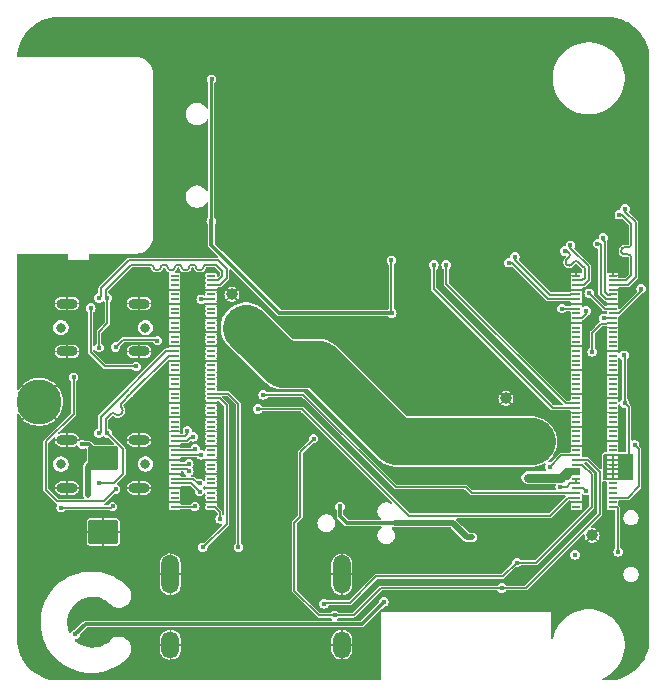
<source format=gbr>
%TF.GenerationSoftware,KiCad,Pcbnew,8.0.7*%
%TF.CreationDate,2024-12-17T15:38:31+01:00*%
%TF.ProjectId,CM5_MINIMA,434d355f-4d49-44e4-994d-412e6b696361,rev?*%
%TF.SameCoordinates,Original*%
%TF.FileFunction,Copper,L4,Bot*%
%TF.FilePolarity,Positive*%
%FSLAX46Y46*%
G04 Gerber Fmt 4.6, Leading zero omitted, Abs format (unit mm)*
G04 Created by KiCad (PCBNEW 8.0.7) date 2024-12-17 15:38:31*
%MOMM*%
%LPD*%
G01*
G04 APERTURE LIST*
G04 Aperture macros list*
%AMRoundRect*
0 Rectangle with rounded corners*
0 $1 Rounding radius*
0 $2 $3 $4 $5 $6 $7 $8 $9 X,Y pos of 4 corners*
0 Add a 4 corners polygon primitive as box body*
4,1,4,$2,$3,$4,$5,$6,$7,$8,$9,$2,$3,0*
0 Add four circle primitives for the rounded corners*
1,1,$1+$1,$2,$3*
1,1,$1+$1,$4,$5*
1,1,$1+$1,$6,$7*
1,1,$1+$1,$8,$9*
0 Add four rect primitives between the rounded corners*
20,1,$1+$1,$2,$3,$4,$5,0*
20,1,$1+$1,$4,$5,$6,$7,0*
20,1,$1+$1,$6,$7,$8,$9,0*
20,1,$1+$1,$8,$9,$2,$3,0*%
G04 Aperture macros list end*
%TA.AperFunction,ComponentPad*%
%ADD10C,1.000000*%
%TD*%
%TA.AperFunction,ComponentPad*%
%ADD11C,2.600000*%
%TD*%
%TA.AperFunction,ConnectorPad*%
%ADD12C,3.800000*%
%TD*%
%TA.AperFunction,ComponentPad*%
%ADD13C,0.800000*%
%TD*%
%TA.AperFunction,ComponentPad*%
%ADD14O,1.800000X0.860000*%
%TD*%
%TA.AperFunction,ComponentPad*%
%ADD15O,1.500000X3.300000*%
%TD*%
%TA.AperFunction,ComponentPad*%
%ADD16O,1.500000X2.300000*%
%TD*%
%TA.AperFunction,SMDPad,CuDef*%
%ADD17R,0.700000X0.200000*%
%TD*%
%TA.AperFunction,SMDPad,CuDef*%
%ADD18RoundRect,0.250000X-1.025000X0.787500X-1.025000X-0.787500X1.025000X-0.787500X1.025000X0.787500X0*%
%TD*%
%TA.AperFunction,ViaPad*%
%ADD19C,0.450000*%
%TD*%
%TA.AperFunction,Conductor*%
%ADD20C,0.300000*%
%TD*%
%TA.AperFunction,Conductor*%
%ADD21C,0.150000*%
%TD*%
%TA.AperFunction,Conductor*%
%ADD22C,0.127000*%
%TD*%
%TA.AperFunction,Conductor*%
%ADD23C,0.130000*%
%TD*%
%TA.AperFunction,Conductor*%
%ADD24C,0.147000*%
%TD*%
%TA.AperFunction,Conductor*%
%ADD25C,4.000000*%
%TD*%
%TA.AperFunction,Conductor*%
%ADD26C,0.200000*%
%TD*%
%TA.AperFunction,Conductor*%
%ADD27C,2.000000*%
%TD*%
%TA.AperFunction,Conductor*%
%ADD28C,0.500000*%
%TD*%
%TA.AperFunction,Conductor*%
%ADD29C,0.250000*%
%TD*%
%TA.AperFunction,Conductor*%
%ADD30C,0.800000*%
%TD*%
%TA.AperFunction,Conductor*%
%ADD31C,0.400000*%
%TD*%
%TA.AperFunction,Conductor*%
%ADD32C,0.600000*%
%TD*%
%TA.AperFunction,Conductor*%
%ADD33C,0.178000*%
%TD*%
G04 APERTURE END LIST*
D10*
%TO.P,TP104,1,1*%
%TO.N,GND*%
X18750000Y33200000D03*
%TD*%
D11*
%TO.P,H101,1,1*%
%TO.N,GND*%
X2450000Y24100000D03*
D12*
X2450000Y24100000D03*
%TD*%
D13*
%TO.P,J101,*%
%TO.N,*%
X11430000Y30400000D03*
X4270000Y30400000D03*
D14*
%TO.P,J101,1,SHIELD*%
%TO.N,GND*%
X10900000Y28370000D03*
X10900000Y32430000D03*
X4800000Y28370000D03*
X4800000Y32430000D03*
%TD*%
D10*
%TO.P,TP105,1,1*%
%TO.N,GND*%
X41950000Y24400000D03*
%TD*%
D15*
%TO.P,J501,SH1,SH*%
%TO.N,GND*%
X28050000Y9500000D03*
%TO.P,J501,SH2,SH*%
X13550000Y9500000D03*
D16*
%TO.P,J501,SH3,SH*%
X13550000Y3540000D03*
%TO.P,J501,SH4,SH*%
X28050000Y3540000D03*
%TD*%
D13*
%TO.P,USB701,*%
%TO.N,*%
X11430000Y18850000D03*
X4270000Y18850000D03*
D14*
%TO.P,USB701,1,EP*%
%TO.N,GND*%
X10900000Y16820000D03*
X10900000Y20880000D03*
X4800000Y16820000D03*
X4800000Y20880000D03*
%TD*%
D10*
%TO.P,TP106,1,1*%
%TO.N,GND*%
X49250000Y12800000D03*
%TD*%
D17*
%TO.P,Module301,1,GND*%
%TO.N,GND*%
X50990000Y34800000D03*
%TO.P,Module301,2,GND*%
X47910000Y34800000D03*
%TO.P,Module301,3,Ethernet_Pair3_P*%
%TO.N,/CM5/ETH_PI.TRD3_P*%
X50990000Y34400000D03*
%TO.P,Module301,4,Ethernet_Pair1_P*%
%TO.N,/CM5/ETH_PI.TRD1_P*%
X47910000Y34400000D03*
%TO.P,Module301,5,Ethernet_Pair3_N*%
%TO.N,/CM5/ETH_PI.TRD3_N*%
X50990000Y34000000D03*
%TO.P,Module301,6,Ethernet_Pair1_N*%
%TO.N,/CM5/ETH_PI.TRD1_N*%
X47910000Y34000000D03*
%TO.P,Module301,7,GND*%
%TO.N,GND*%
X50990000Y33600000D03*
%TO.P,Module301,8,GND*%
X47910000Y33600000D03*
%TO.P,Module301,9,Ethernet_Pair2_N*%
%TO.N,/CM5/ETH_PI.TRD2_N*%
X50990000Y33200000D03*
%TO.P,Module301,10,Ethernet_Pair0_N*%
%TO.N,/CM5/ETH_PI.TRD0_N*%
X47910000Y33200000D03*
%TO.P,Module301,11,Ethernet_Pair2_P*%
%TO.N,/CM5/ETH_PI.TRD2_P*%
X50990000Y32800000D03*
%TO.P,Module301,12,Ethernet_Pair0_P*%
%TO.N,/CM5/ETH_PI.TRD0_P*%
X47910000Y32800000D03*
%TO.P,Module301,13,GND*%
%TO.N,GND*%
X50990000Y32400000D03*
%TO.P,Module301,14,GND*%
X47910000Y32400000D03*
%TO.P,Module301,15,Ethernet_nLED3(3.3v)*%
%TO.N,/CM5/ETH_nLED_ACTIVITY*%
X50990000Y32000000D03*
%TO.P,Module301,16,FAN_TACHO*%
%TO.N,/CM5/TACHO*%
X47910000Y32000000D03*
%TO.P,Module301,17,Ethernet_nLED2(3.3v)*%
%TO.N,/CM5/nLED_SPEED_100_1000*%
X50990000Y31600000D03*
%TO.P,Module301,18,Ethernet_SYNC_OUT(3.3v)*%
%TO.N,/CM5/SYNC_OUT*%
X47910000Y31600000D03*
%TO.P,Module301,19,FAN_PWM*%
%TO.N,/CM5/PWM*%
X50990000Y31200000D03*
%TO.P,Module301,20,EEPROM_nWP*%
%TO.N,/CM5/EEPROM_nWP*%
X47910000Y31200000D03*
%TO.P,Module301,21,LED_nACT*%
%TO.N,/CM5/nLED_ACTIVITY*%
X50990000Y30800000D03*
%TO.P,Module301,22,GND*%
%TO.N,GND*%
X47910000Y30800000D03*
%TO.P,Module301,23,GND*%
X50990000Y30400000D03*
%TO.P,Module301,24,GPIO26*%
%TO.N,/CM5/GPIO26*%
X47910000Y30400000D03*
%TO.P,Module301,25,GPIO21*%
%TO.N,/CM5/GPIO21*%
X50990000Y30000000D03*
%TO.P,Module301,26,GPIO19*%
%TO.N,/CM5/GPIO19*%
X47910000Y30000000D03*
%TO.P,Module301,27,GPIO20*%
%TO.N,/CM5/GPIO20*%
X50990000Y29600000D03*
%TO.P,Module301,28,GPIO13*%
%TO.N,/CM5/GPIO13*%
X47910000Y29600000D03*
%TO.P,Module301,29,GPIO16*%
%TO.N,/CM5/GPIO16*%
X50990000Y29200000D03*
%TO.P,Module301,30,GPIO6*%
%TO.N,/CM5/GPIO6*%
X47910000Y29200000D03*
%TO.P,Module301,31,GPIO12*%
%TO.N,/CM5/GPIO12*%
X50990000Y28800000D03*
%TO.P,Module301,32,GND*%
%TO.N,GND*%
X47910000Y28800000D03*
%TO.P,Module301,33,GND*%
X50990000Y28400000D03*
%TO.P,Module301,34,GPIO5*%
%TO.N,/CM5/GPIO5*%
X47910000Y28400000D03*
%TO.P,Module301,35,ID_SC*%
%TO.N,/CM5/ID_SC*%
X50990000Y28000000D03*
%TO.P,Module301,36,ID_SD*%
%TO.N,/CM5/ID_SD*%
X47910000Y28000000D03*
%TO.P,Module301,37,GPIO7*%
%TO.N,/CM5/GPIO7*%
X50990000Y27600000D03*
%TO.P,Module301,38,GPIO11*%
%TO.N,/CM5/GPIO11*%
X47910000Y27600000D03*
%TO.P,Module301,39,GPIO8*%
%TO.N,/CM5/GPIO8*%
X50990000Y27200000D03*
%TO.P,Module301,40,GPIO9*%
%TO.N,/CM5/GPIO9*%
X47910000Y27200000D03*
%TO.P,Module301,41,GPIO25*%
%TO.N,/CM5/GPIO25*%
X50990000Y26800000D03*
%TO.P,Module301,42,GND*%
%TO.N,GND*%
X47910000Y26800000D03*
%TO.P,Module301,43,GND*%
X50990000Y26400000D03*
%TO.P,Module301,44,GPIO10*%
%TO.N,/CM5/GPIO10*%
X47910000Y26400000D03*
%TO.P,Module301,45,GPIO24*%
%TO.N,/CM5/GPIO24*%
X50990000Y26000000D03*
%TO.P,Module301,46,GPIO22*%
%TO.N,/CM5/GPIO22*%
X47910000Y26000000D03*
%TO.P,Module301,47,GPIO23*%
%TO.N,/CM5/GPIO23*%
X50990000Y25600000D03*
%TO.P,Module301,48,GPIO27*%
%TO.N,/CM5/GPIO27*%
X47910000Y25600000D03*
%TO.P,Module301,49,GPIO18*%
%TO.N,/CM5/GPIO18*%
X50990000Y25200000D03*
%TO.P,Module301,50,GPIO17*%
%TO.N,/CM5/GPIO17*%
X47910000Y25200000D03*
%TO.P,Module301,51,GPIO15*%
%TO.N,/CM5/GPIO15*%
X50990000Y24800000D03*
%TO.P,Module301,52,GND*%
%TO.N,GND*%
X47910000Y24800000D03*
%TO.P,Module301,53,GND*%
X50990000Y24400000D03*
%TO.P,Module301,54,GPIO4*%
%TO.N,/CM5/GPIO4*%
X47910000Y24400000D03*
%TO.P,Module301,55,GPIO14*%
%TO.N,/CM5/GPIO14*%
X50990000Y24000000D03*
%TO.P,Module301,56,GPIO3*%
%TO.N,/LoRaWAN/UART2_RX*%
X47910000Y24000000D03*
%TO.P,Module301,57,SD_CLK*%
%TO.N,/CM5/SD_CLK*%
X50990000Y23600000D03*
%TO.P,Module301,58,GPIO2*%
%TO.N,/LoRaWAN/UART2_TX*%
X47910000Y23600000D03*
%TO.P,Module301,59,GND*%
%TO.N,GND*%
X50990000Y23200000D03*
%TO.P,Module301,60,GND*%
X47910000Y23200000D03*
%TO.P,Module301,61,SD_DAT3*%
%TO.N,/CM5/SD_DAT3*%
X50990000Y22800000D03*
%TO.P,Module301,62,SD_CMD*%
%TO.N,/CM5/SD_CMD*%
X47910000Y22800000D03*
%TO.P,Module301,63,SD_DAT0*%
%TO.N,/CM5/SD_DAT0*%
X50990000Y22400000D03*
%TO.P,Module301,64,SD_DAT5*%
%TO.N,unconnected-(Module301-SD_DAT5-Pad64)*%
X47910000Y22400000D03*
%TO.P,Module301,65,GND*%
%TO.N,GND*%
X50990000Y22000000D03*
%TO.P,Module301,66,GND*%
X47910000Y22000000D03*
%TO.P,Module301,67,SD_DAT1*%
%TO.N,/CM5/SD_DAT1*%
X50990000Y21600000D03*
%TO.P,Module301,68,SD_DAT4*%
%TO.N,unconnected-(Module301-SD_DAT4-Pad68)*%
X47910000Y21600000D03*
%TO.P,Module301,69,SD_DAT2*%
%TO.N,/CM5/SD_DAT2*%
X50990000Y21200000D03*
%TO.P,Module301,70,SD_DAT7*%
%TO.N,unconnected-(Module301-SD_DAT7-Pad70)*%
X47910000Y21200000D03*
%TO.P,Module301,71,GND*%
%TO.N,GND*%
X50990000Y20800000D03*
%TO.P,Module301,72,SD_DAT6*%
%TO.N,unconnected-(Module301-SD_DAT6-Pad72)*%
X47910000Y20800000D03*
%TO.P,Module301,73,SD_VDD_Override*%
%TO.N,unconnected-(Module301-SD_VDD_Override-Pad73)*%
X50990000Y20400000D03*
%TO.P,Module301,74,GND*%
%TO.N,GND*%
X47910000Y20400000D03*
%TO.P,Module301,75,SD_PWR_ON*%
%TO.N,/CM5/SD_PWR_ON*%
X50990000Y20000000D03*
%TO.P,Module301,76,VBAT*%
%TO.N,/CM5/VBAT*%
X47910000Y20000000D03*
%TO.P,Module301,77,+5v_(Input)*%
%TO.N,+5V*%
X50990000Y19600000D03*
%TO.P,Module301,78,GPIO_VREF(1.8v/3.3v_Input)*%
%TO.N,/CM5/GPIO_VREF*%
X47910000Y19600000D03*
%TO.P,Module301,79,+5v_(Input)*%
%TO.N,+5V*%
X50990000Y19200000D03*
%TO.P,Module301,80,SCL0*%
%TO.N,/SCL*%
X47910000Y19200000D03*
%TO.P,Module301,81,+5v_(Input)*%
%TO.N,+5V*%
X50990000Y18800000D03*
%TO.P,Module301,82,SDA0*%
%TO.N,/SDA*%
X47910000Y18800000D03*
%TO.P,Module301,83,+5v_(Input)*%
%TO.N,+5V*%
X50990000Y18400000D03*
%TO.P,Module301,84,+3.3v_(Output)*%
%TO.N,+3V3*%
X47910000Y18400000D03*
%TO.P,Module301,85,+5v_(Input)*%
%TO.N,+5V*%
X50990000Y18000000D03*
%TO.P,Module301,86,+3.3v_(Output)*%
%TO.N,+3V3*%
X47910000Y18000000D03*
%TO.P,Module301,87,+5v_(Input)*%
%TO.N,+5V*%
X50990000Y17600000D03*
%TO.P,Module301,88,+1.8v_(Output)*%
%TO.N,+1V8*%
X47910000Y17600000D03*
%TO.P,Module301,89,WiFi_nDisable*%
%TO.N,/CM5/WL_nDis*%
X50990000Y17200000D03*
%TO.P,Module301,90,+1.8v_(Output)*%
%TO.N,+1V8*%
X47910000Y17200000D03*
%TO.P,Module301,91,BT_nDisable*%
%TO.N,/CM5/BT_nDis*%
X50990000Y16800000D03*
%TO.P,Module301,92,PWR_BUT*%
%TO.N,/CM5/PWR_BUT*%
X47910000Y16800000D03*
%TO.P,Module301,93,nRPIBOOT*%
%TO.N,/CM5/nRPIBOOT*%
X50990000Y16400000D03*
%TO.P,Module301,94,CC1*%
%TO.N,/CC1*%
X47910000Y16400000D03*
%TO.P,Module301,95,LED_nPWR*%
%TO.N,/CM5/PI_nLED_PWR*%
X50990000Y16000000D03*
%TO.P,Module301,96,CC2*%
%TO.N,/CC2*%
X47910000Y16000000D03*
%TO.P,Module301,97,CAM_GPIO0*%
%TO.N,/CM5/CAM_GPIO0*%
X50990000Y15600000D03*
%TO.P,Module301,98,GND*%
%TO.N,GND*%
X47910000Y15600000D03*
%TO.P,Module301,99,PMIC_ENABLE*%
%TO.N,/CM5/GLOBAL_EN*%
X50990000Y15200000D03*
%TO.P,Module301,100,CAM_GPIO1*%
%TO.N,/CM5/CAM_GPIO1*%
X47910000Y15200000D03*
%TD*%
D18*
%TO.P,C702,1*%
%TO.N,/USB/VBUS*%
X7850000Y19312500D03*
%TO.P,C702,2*%
%TO.N,GND*%
X7850000Y13087500D03*
%TD*%
D17*
%TO.P,Module302,101,USB_OTG_ID*%
%TO.N,/CM5/USBOTG_ID*%
X16990000Y34800000D03*
%TO.P,Module302,102,PCIe_nCLKREQ*%
%TO.N,/CM5/PCIE_nCLKREQ*%
X13910000Y34800000D03*
%TO.P,Module302,103,USB2_N*%
%TO.N,/USB_C.D_N*%
X16990000Y34400000D03*
%TO.P,Module302,104,PCIE_nWAKE*%
%TO.N,/CM5/PCIE_nWAKE*%
X13910000Y34400000D03*
%TO.P,Module302,105,USB2_P*%
%TO.N,/USB_C.D_P*%
X16990000Y34000000D03*
%TO.P,Module302,106,PCIE_PWR_EN*%
%TO.N,/CM5/PCIE_PWR_EN*%
X13910000Y34000000D03*
%TO.P,Module302,107,GND*%
%TO.N,GND*%
X16990000Y33600000D03*
%TO.P,Module302,108,GND*%
X13910000Y33600000D03*
%TO.P,Module302,109,PCIe_nRST*%
%TO.N,/CM5/PCIE_nRST*%
X16990000Y33200000D03*
%TO.P,Module302,110,PCIe_CLK_P*%
%TO.N,/CM5/PCIE_CLK_P*%
X13910000Y33200000D03*
%TO.P,Module302,111,VBUS_EN*%
%TO.N,/CM5/VBUS_EN*%
X16990000Y32800000D03*
%TO.P,Module302,112,PCIe_CLK_N*%
%TO.N,/CM5/PCIE_CLK_N*%
X13910000Y32800000D03*
%TO.P,Module302,113,GND*%
%TO.N,GND*%
X16990000Y32400000D03*
%TO.P,Module302,114,GND*%
X13910000Y32400000D03*
%TO.P,Module302,115,MIPI0_D0_N*%
%TO.N,/CM5/DPHY0_D0_N*%
X16990000Y32000000D03*
%TO.P,Module302,116,PCIe_RX_P*%
%TO.N,/CM5/PCIE_RX_P*%
X13910000Y32000000D03*
%TO.P,Module302,117,MIPI0_D0_P*%
%TO.N,/CM5/DPHY0_D0_P*%
X16990000Y31600000D03*
%TO.P,Module302,118,PCIe_RX_N*%
%TO.N,/CM5/PCIE_RX_N*%
X13910000Y31600000D03*
%TO.P,Module302,119,GND*%
%TO.N,GND*%
X16990000Y31200000D03*
%TO.P,Module302,120,GND*%
X13910000Y31200000D03*
%TO.P,Module302,121,MIPI0_D1_N*%
%TO.N,/CM5/DPHY0_D1_N*%
X16990000Y30800000D03*
%TO.P,Module302,122,PCIe_TX_P*%
%TO.N,/CM5/PCIE_TX_P*%
X13910000Y30800000D03*
%TO.P,Module302,123,MIPI0_D1_P*%
%TO.N,/CM5/DPHY0_D1_P*%
X16990000Y30400000D03*
%TO.P,Module302,124,PCIe_TX_N*%
%TO.N,/CM5/PCIE_TX_N*%
X13910000Y30400000D03*
%TO.P,Module302,125,GND*%
%TO.N,GND*%
X16990000Y30000000D03*
%TO.P,Module302,126,GND*%
X13910000Y30000000D03*
%TO.P,Module302,127,MIPI0_C_N*%
%TO.N,/CM5/DPHY0_C_N*%
X16990000Y29600000D03*
%TO.P,Module302,128,USB3-0-RX_N*%
%TO.N,/CM5/USB3-0-RX_N*%
X13910000Y29600000D03*
%TO.P,Module302,129,MIPI0_C_P*%
%TO.N,/CM5/DPHY0_C_P*%
X16990000Y29200000D03*
%TO.P,Module302,130,USB3-0-RX_P*%
%TO.N,/CM5/USB3-0-RX_P*%
X13910000Y29200000D03*
%TO.P,Module302,131,GND*%
%TO.N,GND*%
X16990000Y28800000D03*
%TO.P,Module302,132,GND*%
X13910000Y28800000D03*
%TO.P,Module302,133,MIPI0_D2_N*%
%TO.N,/CM5/DPHY0_D2_N*%
X16990000Y28400000D03*
%TO.P,Module302,134,USB3-0-D_P*%
%TO.N,/CM5/USB2P.D_P*%
X13910000Y28400000D03*
%TO.P,Module302,135,MIPI0_D2_P*%
%TO.N,/CM5/DPHY0_D2_P*%
X16990000Y28000000D03*
%TO.P,Module302,136,USB3-0-D_N*%
%TO.N,/CM5/USB2P.D_N*%
X13910000Y28000000D03*
%TO.P,Module302,137,GND*%
%TO.N,GND*%
X16990000Y27600000D03*
%TO.P,Module302,138,GND*%
X13910000Y27600000D03*
%TO.P,Module302,139,MIPI0_D3_N*%
%TO.N,/CM5/DPHY0_D3_N*%
X16990000Y27200000D03*
%TO.P,Module302,140,USB3-0-TX_N*%
%TO.N,/CM5/USB3-0-TX_N*%
X13910000Y27200000D03*
%TO.P,Module302,141,MIPI0_D3_P*%
%TO.N,/CM5/DPHY0_D3_P*%
X16990000Y26800000D03*
%TO.P,Module302,142,USB3-0-TX_P*%
%TO.N,/CM5/USB3-0-TX_P*%
X13910000Y26800000D03*
%TO.P,Module302,143,HDMI1_HOTPLUG*%
%TO.N,/CM5/HDMI1_HOTPLUG*%
X16990000Y26400000D03*
%TO.P,Module302,144,GND*%
%TO.N,GND*%
X13910000Y26400000D03*
%TO.P,Module302,145,HDMI1_SDA*%
%TO.N,/CM5/HDMI1_SDA*%
X16990000Y26000000D03*
%TO.P,Module302,146,HDMI1_TX2_P*%
%TO.N,/CM5/HDMI1_D2_P*%
X13910000Y26000000D03*
%TO.P,Module302,147,HDMI1_SCL*%
%TO.N,/CM5/HDMI1_SCL*%
X16990000Y25600000D03*
%TO.P,Module302,148,HDMI1_TX2_N*%
%TO.N,/CM5/HDMI1_D2_N*%
X13910000Y25600000D03*
%TO.P,Module302,149,HDMI1_CEC*%
%TO.N,/CM5/HDMI1_CEC*%
X16990000Y25200000D03*
%TO.P,Module302,150,GND*%
%TO.N,GND*%
X13910000Y25200000D03*
%TO.P,Module302,151,HDMI0_CEC*%
%TO.N,/CM5/HDMI_PI.HDMI0_CEC*%
X16990000Y24800000D03*
%TO.P,Module302,152,HDMI1_TX1_P*%
%TO.N,/CM5/HDMI1_D1_P*%
X13910000Y24800000D03*
%TO.P,Module302,153,HDMI0_HOTPLUG*%
%TO.N,/CM5/HDMI_PI.HDMI0_HOTPLUG*%
X16990000Y24400000D03*
%TO.P,Module302,154,HDMI1_TX1_N*%
%TO.N,/CM5/HDMI1_D1_N*%
X13910000Y24400000D03*
%TO.P,Module302,155,GND*%
%TO.N,GND*%
X16990000Y24000000D03*
%TO.P,Module302,156,GND*%
X13910000Y24000000D03*
%TO.P,Module302,157,USB3-1-RX_N*%
%TO.N,/CM5/USB3-1-RX_N*%
X16990000Y23600000D03*
%TO.P,Module302,158,HDMI1_TX0_P*%
%TO.N,/CM5/HDMI1_D0_P*%
X13910000Y23600000D03*
%TO.P,Module302,159,USB3-1-RX_P*%
%TO.N,/CM5/USB3-1-RX_P*%
X16990000Y23200000D03*
%TO.P,Module302,160,HDMI1_TX0_N*%
%TO.N,/CM5/HDMI1_D0_N*%
X13910000Y23200000D03*
%TO.P,Module302,161,GND*%
%TO.N,GND*%
X16990000Y22800000D03*
%TO.P,Module302,162,GND*%
X13910000Y22800000D03*
%TO.P,Module302,163,USB3-1-D_P*%
%TO.N,/CM5/USB3-1-D_P*%
X16990000Y22400000D03*
%TO.P,Module302,164,HDMI1_CLK_P*%
%TO.N,/CM5/HDMI1_CK_P*%
X13910000Y22400000D03*
%TO.P,Module302,165,USB3-1-D_N*%
%TO.N,/CM5/USB3-1-D_N*%
X16990000Y22000000D03*
%TO.P,Module302,166,HDMI1_CLK_N*%
%TO.N,/CM5/HDMI1_CK_N*%
X13910000Y22000000D03*
%TO.P,Module302,167,GND*%
%TO.N,GND*%
X16990000Y21600000D03*
%TO.P,Module302,168,GND*%
X13910000Y21600000D03*
%TO.P,Module302,169,USB3-1-TX_N*%
%TO.N,/CM5/USB3-1-TX_N*%
X16990000Y21200000D03*
%TO.P,Module302,170,HDMI0_TX2_P*%
%TO.N,/CM5/HDMI_PI.HDMI0_D2_P*%
X13910000Y21200000D03*
%TO.P,Module302,171,USB3-1-TX_P*%
%TO.N,/CM5/USB3-1-TX_P*%
X16990000Y20800000D03*
%TO.P,Module302,172,HDMI0_TX2_N*%
%TO.N,/CM5/HDMI_PI.HDMI0_D2_N*%
X13910000Y20800000D03*
%TO.P,Module302,173,GND*%
%TO.N,GND*%
X16990000Y20400000D03*
%TO.P,Module302,174,GND*%
X13910000Y20400000D03*
%TO.P,Module302,175,MIPI1_D0_N*%
%TO.N,/CM5/DPHY1_D0_N*%
X16990000Y20000000D03*
%TO.P,Module302,176,HDMI0_TX1_P*%
%TO.N,/CM5/HDMI_PI.HDMI0_D1_P*%
X13910000Y20000000D03*
%TO.P,Module302,177,MIPI1_D0_P*%
%TO.N,/CM5/DPHY1_D0_P*%
X16990000Y19600000D03*
%TO.P,Module302,178,HDMI0_TX1_N*%
%TO.N,/CM5/HDMI_PI.HDMI0_D1_N*%
X13910000Y19600000D03*
%TO.P,Module302,179,GND*%
%TO.N,GND*%
X16990000Y19200000D03*
%TO.P,Module302,180,GND*%
X13910000Y19200000D03*
%TO.P,Module302,181,MIPI1_D1_N*%
%TO.N,/CM5/DPHY1_D1_N*%
X16990000Y18800000D03*
%TO.P,Module302,182,HDMI0_TX0_P*%
%TO.N,/CM5/HDMI_PI.HDMI0_D0_P*%
X13910000Y18800000D03*
%TO.P,Module302,183,MIPI1_D1_P*%
%TO.N,/CM5/DPHY1_D1_P*%
X16990000Y18400000D03*
%TO.P,Module302,184,HDMI0_TX0_N*%
%TO.N,/CM5/HDMI_PI.HDMI0_D0_N*%
X13910000Y18400000D03*
%TO.P,Module302,185,GND*%
%TO.N,GND*%
X16990000Y18000000D03*
%TO.P,Module302,186,GND*%
X13910000Y18000000D03*
%TO.P,Module302,187,MIPI1_C_N*%
%TO.N,/CM5/DPHY1_C_N*%
X16990000Y17600000D03*
%TO.P,Module302,188,HDMI0_CLK_P*%
%TO.N,/CM5/HDMI_PI.HDMI0_CK_P*%
X13910000Y17600000D03*
%TO.P,Module302,189,MIPI1_C_P*%
%TO.N,/CM5/DPHY1_C_P*%
X16990000Y17200000D03*
%TO.P,Module302,190,HDMI0_CLK_N*%
%TO.N,/CM5/HDMI_PI.HDMI0_CK_N*%
X13910000Y17200000D03*
%TO.P,Module302,191,GND*%
%TO.N,GND*%
X16990000Y16800000D03*
%TO.P,Module302,192,GND*%
X13910000Y16800000D03*
%TO.P,Module302,193,MIPI1_D2_N*%
%TO.N,/CM5/DPHY1_D2_N*%
X16990000Y16400000D03*
%TO.P,Module302,194,MIPI1_D3_N*%
%TO.N,/CM5/DPHY1_D3_N*%
X13910000Y16400000D03*
%TO.P,Module302,195,MIPI1_D2_P*%
%TO.N,/CM5/DPHY1_D2_P*%
X16990000Y16000000D03*
%TO.P,Module302,196,MIPI1_D3_P*%
%TO.N,/CM5/DPHY1_D3_P*%
X13910000Y16000000D03*
%TO.P,Module302,197,GND*%
%TO.N,GND*%
X16990000Y15600000D03*
%TO.P,Module302,198,GND*%
X13910000Y15600000D03*
%TO.P,Module302,199,HDMI0_SDA*%
%TO.N,/CM5/HDMI_PI.HDMI0_SDA*%
X16990000Y15200000D03*
%TO.P,Module302,200,HDMI0_SCL*%
%TO.N,/CM5/HDMI_PI.HDMI0_SCL*%
X13910000Y15200000D03*
%TD*%
D19*
%TO.N,GND*%
X6650000Y3700000D03*
X40650000Y43750000D03*
X7300000Y55200000D03*
X14650000Y33600000D03*
X22950000Y41400000D03*
X40100000Y10300000D03*
X7300000Y25800000D03*
X37500000Y48750000D03*
X18300000Y26150000D03*
X9900000Y13800000D03*
X16300000Y22800000D03*
X27850000Y46350000D03*
X40600000Y48750000D03*
X11100000Y17900000D03*
X48150000Y37200000D03*
X16150000Y33550000D03*
X34300000Y39300000D03*
X28100000Y39300000D03*
X49550000Y22850000D03*
X4650000Y19800000D03*
X31050000Y5150000D03*
X15850000Y17900000D03*
X34100000Y46350000D03*
X17800000Y17350000D03*
X52000000Y13450000D03*
X47100000Y34050000D03*
X34400000Y41400000D03*
X49400000Y33900000D03*
X47250000Y38100000D03*
X44500000Y6700000D03*
X26550000Y20510000D03*
X31350000Y39300000D03*
X51000000Y35350000D03*
X13200000Y16800000D03*
X50900000Y37650000D03*
X20750000Y17100000D03*
X35900000Y17700000D03*
X32200000Y6650000D03*
X22550000Y14550000D03*
X43600000Y16900000D03*
X28050000Y43800000D03*
X52550000Y6950000D03*
X47150000Y34800000D03*
X17700000Y22800000D03*
X31050000Y900000D03*
X9550000Y15550000D03*
X37500000Y43800000D03*
X13750000Y42900000D03*
X4550000Y33950000D03*
X27100000Y15100000D03*
X52700000Y45300000D03*
X51850000Y39200000D03*
X26900000Y32300000D03*
X44200000Y15600000D03*
X51500000Y10400000D03*
X49100000Y44750000D03*
X15900000Y14700000D03*
X23000000Y46350000D03*
X13250000Y19200000D03*
X16050000Y15700000D03*
X50350000Y47550000D03*
X34400000Y48750000D03*
X13200000Y20400000D03*
X49400000Y31650000D03*
X4600000Y31350000D03*
X25300000Y48900000D03*
X25050000Y43800000D03*
X23800000Y34250000D03*
X43250000Y10000000D03*
X37600000Y25750000D03*
X47200000Y30800000D03*
X45900000Y35500000D03*
X24850000Y39300000D03*
X40300000Y46350000D03*
X48650000Y23250000D03*
X42100000Y39100000D03*
X6750000Y33250000D03*
X31150000Y48750000D03*
X2150000Y54550000D03*
X46250000Y6000000D03*
X28150000Y41400000D03*
X21650000Y25300000D03*
X21800000Y11900000D03*
X9200000Y11650000D03*
X26000000Y7400000D03*
X43850000Y37700000D03*
X40800000Y41150000D03*
X40200000Y15900000D03*
X38200000Y41350000D03*
X21250000Y53700000D03*
X42050000Y7850000D03*
X9250000Y11100000D03*
X46650000Y39600000D03*
X51100000Y42800000D03*
X21650000Y49550000D03*
X46750000Y47000000D03*
X31150000Y41400000D03*
X23300000Y11900000D03*
X28150000Y48750000D03*
X42450000Y35200000D03*
X24800000Y11950000D03*
X51750000Y28850000D03*
X6862190Y32671901D03*
X40250000Y6700000D03*
X17700000Y27600000D03*
X30500000Y15300000D03*
X14850000Y27900000D03*
X40850000Y53650000D03*
X47150000Y26800000D03*
X5800000Y12150000D03*
X42550000Y37100000D03*
X25900000Y17700000D03*
X51950000Y41300000D03*
X3950000Y55750000D03*
X42500000Y15650000D03*
X37600000Y16400000D03*
X17350000Y11950000D03*
X50050000Y38700000D03*
X34550000Y43800000D03*
X9300000Y10550000D03*
X47150000Y28300000D03*
X52850000Y40200000D03*
X4600000Y29450000D03*
X45650000Y44400000D03*
X46550000Y36250000D03*
X4650000Y17900000D03*
X20300000Y11900000D03*
X17000000Y52200000D03*
X18800000Y19000000D03*
X31050000Y3050000D03*
X41700000Y15650000D03*
X49450000Y36750000D03*
X43800000Y42300000D03*
X15200000Y16350000D03*
X35700000Y6650000D03*
X27800000Y35900000D03*
X8750000Y33250000D03*
X16250000Y27600000D03*
X13200000Y18000000D03*
X31300000Y43800000D03*
X32700000Y30960000D03*
X21100000Y49550000D03*
X51850000Y23300000D03*
X21850000Y39300000D03*
X11100000Y31350000D03*
X53550000Y32750000D03*
X24050000Y14550000D03*
X7750000Y11700000D03*
X46200000Y37100000D03*
X47150000Y24850000D03*
X6700000Y7000000D03*
X37450000Y39250000D03*
X22200000Y49550000D03*
X48000000Y42000000D03*
X20600000Y22950000D03*
X18750000Y12550000D03*
X11100000Y19800000D03*
X43750000Y48700000D03*
X13500000Y55000000D03*
X43450000Y36150000D03*
X52650000Y33600000D03*
X46300000Y13500000D03*
X48850000Y32500000D03*
X13250000Y21600000D03*
X15150000Y24000000D03*
X48600000Y26850000D03*
X28050000Y6600000D03*
X50750000Y40200000D03*
X8750000Y32450000D03*
X1800000Y35650000D03*
X43450000Y46300000D03*
X48700000Y15600000D03*
X40700000Y10300000D03*
X37350000Y46350000D03*
X18800000Y20850000D03*
X25150000Y46350000D03*
X34650000Y53650000D03*
X49450000Y27650000D03*
X13250000Y22800000D03*
X30850000Y46350000D03*
X16100000Y20850000D03*
X50750000Y12550000D03*
X22450000Y21100000D03*
X48950000Y37750000D03*
X5650000Y6550000D03*
X21050000Y14550000D03*
X15350000Y22400000D03*
X20750000Y19200000D03*
X41500000Y36100000D03*
X46800000Y14200000D03*
X13800000Y46800000D03*
X51850000Y33450000D03*
X22800000Y49550000D03*
X18800000Y22550000D03*
X51850000Y35150000D03*
X17800000Y15800000D03*
X51950000Y30750000D03*
X25200000Y41400000D03*
%TO.N,/CM5/ETH_PI.TRD3_P*%
X51552512Y39952512D03*
%TO.N,/CM5/ETH_PI.TRD0_P*%
X42215626Y35889398D03*
%TO.N,/CM5/ETH_PI.TRD1_P*%
X46921790Y36883234D03*
%TO.N,/CM5/ETH_PI.TRD2_P*%
X49702512Y37502512D03*
%TO.N,/CM5/nLED_ACTIVITY*%
X49250000Y28350000D03*
%TO.N,/CM5/GPIO_VREF*%
X45650000Y18600000D03*
%TO.N,/CM5/EEPROM_nWP*%
X48750000Y31800000D03*
%TO.N,/CM5/PI_nLED_PWR*%
X52850000Y20450000D03*
%TO.N,/CM5/GLOBAL_EN*%
X51450000Y11400000D03*
%TO.N,/CM5/nLED_SPEED_100_1000*%
X53400000Y33700000D03*
%TO.N,/SCL*%
X25670000Y20990000D03*
X41600000Y8350000D03*
X27440000Y6050000D03*
%TO.N,/SDA*%
X26530000Y7000000D03*
X42875000Y10500000D03*
%TO.N,/CM5/HDMI_PI.HDMI0_D2_P*%
X14981641Y21641442D03*
%TO.N,/CM5/HDMI_PI.HDMI0_CEC*%
X19310000Y11800000D03*
%TO.N,/CM5/HDMI_PI.HDMI0_HOTPLUG*%
X16300000Y11800000D03*
%TO.N,/CM5/HDMI_PI.HDMI0_D1_N*%
X16144681Y19627736D03*
%TO.N,/CM5/HDMI_PI.HDMI0_D2_N*%
X15478739Y21144344D03*
%TO.N,/CM5/PWR_BUT*%
X48700000Y16600000D03*
%TO.N,/CM5/HDMI_PI.HDMI0_CK_P*%
X16050000Y17200000D03*
%TO.N,/CM5/HDMI_PI.HDMI0_D1_P*%
X15647583Y20124834D03*
%TO.N,/CM5/HDMI_PI.HDMI0_D0_P*%
X15101349Y18872889D03*
%TO.N,/CM5/HDMI_PI.HDMI0_CK_N*%
X16014923Y16514923D03*
%TO.N,/CM5/VBUS_EN*%
X16150000Y32800000D03*
X8650000Y15250000D03*
X4300000Y15150000D03*
%TO.N,/CM5/HDMI_PI.HDMI0_SDA*%
X17750000Y14200000D03*
%TO.N,/CM5/HDMI_PI.HDMI0_D0_N*%
X15099995Y18247888D03*
%TO.N,/CM5/PWM*%
X50250000Y31200000D03*
%TO.N,/CM5/TACHO*%
X46700000Y32000000D03*
%TO.N,/CM5/HDMI_PI.HDMI0_SCL*%
X15611639Y15254503D03*
%TO.N,/USB_C.D_P*%
X7498500Y32901410D03*
%TO.N,/CC2*%
X6800000Y32050000D03*
X20950000Y23500000D03*
X10650000Y27100000D03*
%TO.N,/USB_C.D_N*%
X7500000Y28700000D03*
X8201500Y32901410D03*
%TO.N,/CC1*%
X12450000Y29300000D03*
X8900000Y28750000D03*
X21400000Y24700000D03*
%TO.N,+5V*%
X44550000Y21350000D03*
X52400000Y19450000D03*
X43850000Y21350000D03*
X52400000Y18900000D03*
X51950000Y28050000D03*
X19850000Y30600000D03*
X19150000Y30395000D03*
X43850000Y20100000D03*
X51700000Y19450000D03*
X20050000Y29150000D03*
X43450000Y20750000D03*
X45250000Y21350000D03*
X20700000Y29300000D03*
X44150000Y20750000D03*
X52400000Y17800000D03*
X45550000Y20750000D03*
X51700000Y18900000D03*
X51700000Y17800000D03*
X52000000Y24000000D03*
X45250000Y20100000D03*
X44550000Y20100000D03*
X52400000Y18350000D03*
X51700000Y18350000D03*
X19900000Y29850000D03*
X20650000Y30050000D03*
X44850000Y20750000D03*
X19250000Y29650000D03*
%TO.N,+3V3*%
X39100000Y12650000D03*
X32300000Y31625000D03*
X32260000Y36100000D03*
X31625000Y7175000D03*
X47800000Y11150000D03*
X46600000Y17700000D03*
X47150000Y17650000D03*
X17025000Y51425000D03*
X47100000Y18200000D03*
X27900000Y15250000D03*
X17000000Y39400000D03*
X5482109Y4410903D03*
X43800000Y17700000D03*
%TO.N,+1V8*%
X46550000Y16900000D03*
%TO.N,/CM5/ETH_nLED_ACTIVITY*%
X49000000Y33300000D03*
%TO.N,/CM5/ETH_PI.TRD0_N*%
X42710602Y36384374D03*
%TO.N,/CM5/ETH_PI.TRD2_N*%
X50197488Y37997488D03*
%TO.N,/CM5/ETH_PI.TRD1_N*%
X47416766Y37378210D03*
%TO.N,/CM5/ETH_PI.TRD3_N*%
X52047488Y40447488D03*
%TO.N,/LoRaWAN/UART2_RX*%
X36900000Y35700000D03*
%TO.N,/LoRaWAN/UART2_TX*%
X35850000Y35700000D03*
%TO.N,/USB/VBUS*%
X6550000Y16200000D03*
X6100000Y20500000D03*
%TO.N,/USB/CC1*%
X8900000Y16700000D03*
X5350000Y26200000D03*
%TO.N,/CM5/USB2P.D_P*%
X7500000Y21450000D03*
%TO.N,/CM5/USB2P.D_N*%
X8200000Y21450000D03*
X7500000Y17200000D03*
%TD*%
D20*
%TO.N,+3V3*%
X5482109Y4410903D02*
X6371206Y5300000D01*
X29750000Y5300000D02*
X31625000Y7175000D01*
X6371206Y5300000D02*
X29750000Y5300000D01*
D21*
%TO.N,/CC1*%
X21400000Y24700000D02*
X24810000Y24700000D01*
X24810000Y24700000D02*
X32610000Y16900000D01*
X32610000Y16900000D02*
X38550000Y16900000D01*
X38550000Y16900000D02*
X39050000Y16400000D01*
X39050000Y16400000D02*
X47910000Y16400000D01*
%TO.N,/CM5/nLED_ACTIVITY*%
X50990000Y30800000D02*
X50521752Y30800000D01*
X50521752Y30800000D02*
X50446752Y30725000D01*
X50025000Y30725000D02*
X49250000Y29950000D01*
X49250000Y29950000D02*
X49250000Y28350000D01*
X50446752Y30725000D02*
X50025000Y30725000D01*
D22*
%TO.N,/CM5/HDMI_PI.HDMI0_D0_N*%
X14445001Y18410000D02*
X14435001Y18400000D01*
X15099995Y18247888D02*
X14937883Y18410000D01*
X14937883Y18410000D02*
X14445001Y18410000D01*
X14435001Y18400000D02*
X13910000Y18400000D01*
%TO.N,/CM5/HDMI_PI.HDMI0_D0_P*%
X14445001Y18790000D02*
X14435001Y18800000D01*
X15101349Y18872889D02*
X15018460Y18790000D01*
X15018460Y18790000D02*
X14445001Y18790000D01*
X14435001Y18800000D02*
X13910000Y18800000D01*
D23*
%TO.N,/CM5/HDMI_PI.HDMI0_HOTPLUG*%
X16300000Y11800000D02*
X18300000Y13800000D01*
X18300000Y13800000D02*
X18300000Y23850000D01*
X18300000Y23850000D02*
X17750000Y24400000D01*
X17750000Y24400000D02*
X17350000Y24400000D01*
%TO.N,/CM5/HDMI_PI.HDMI0_CEC*%
X19310000Y11800000D02*
X19310000Y23940000D01*
X19310000Y23940000D02*
X18450000Y24800000D01*
X18450000Y24800000D02*
X16990000Y24800000D01*
D22*
%TO.N,/CM5/HDMI_PI.HDMI0_CK_N*%
X14794582Y17210000D02*
X14445001Y17210000D01*
X14804582Y17200000D02*
X14794582Y17210000D01*
X16014923Y16514923D02*
X15329846Y17200000D01*
X14445001Y17210000D02*
X14435001Y17200000D01*
X14435001Y17200000D02*
X13910000Y17200000D01*
X15329846Y17200000D02*
X14804582Y17200000D01*
%TO.N,/CM5/HDMI_PI.HDMI0_CK_P*%
X15487248Y17580000D02*
X14950000Y17580000D01*
X14950000Y17580000D02*
X14940000Y17590000D01*
X14445001Y17590000D02*
X14435001Y17600000D01*
X16050000Y17200000D02*
X15867248Y17200000D01*
X14940000Y17590000D02*
X14445001Y17590000D01*
X14435001Y17600000D02*
X13910000Y17600000D01*
X15867248Y17200000D02*
X15487248Y17580000D01*
D21*
%TO.N,/CC2*%
X20950000Y23500000D02*
X24700000Y23500000D01*
X24700000Y23500000D02*
X33750000Y14450000D01*
X33750000Y14450000D02*
X45650000Y14450000D01*
X45650000Y14450000D02*
X47200000Y16000000D01*
X47200000Y16000000D02*
X47910000Y16000000D01*
D23*
%TO.N,/CM5/ETH_PI.TRD3_P*%
X52121298Y34390000D02*
X51973429Y34390000D01*
X52320000Y37186575D02*
X51964345Y37186575D01*
X51778787Y39952512D02*
X52560000Y39171299D01*
X51724345Y36946575D02*
X51724345Y36826575D01*
X52560000Y39171299D02*
X52560000Y37426575D01*
X51552512Y39952512D02*
X51778787Y39952512D01*
X52560000Y34828702D02*
X52121298Y34390000D01*
X51964345Y36586575D02*
X52320000Y36586575D01*
X51515001Y34400000D02*
X50990000Y34400000D01*
X52560000Y36226575D02*
X52560000Y34828702D01*
X52560000Y36346575D02*
X52560000Y36226575D01*
X51525001Y34390000D02*
X51515001Y34400000D01*
X51973429Y34390000D02*
X51525001Y34390000D01*
X51724345Y36826575D02*
G75*
G03*
X51964345Y36586645I239955J25D01*
G01*
X51964345Y37186575D02*
G75*
G03*
X51724325Y36946575I-45J-239975D01*
G01*
X52320000Y36586575D02*
G75*
G02*
X52559975Y36346575I0J-239975D01*
G01*
X52560000Y37426575D02*
G75*
G02*
X52320000Y37186600I-240000J25D01*
G01*
%TO.N,/CM5/ETH_PI.TRD0_P*%
X47374999Y32810000D02*
X45521298Y32810000D01*
X45521298Y32810000D02*
X42865649Y35465649D01*
X42865649Y35465649D02*
X42865649Y35465650D01*
X42865649Y35465650D02*
X42441901Y35889398D01*
X47910000Y32800000D02*
X47384999Y32800000D01*
X42441901Y35889398D02*
X42215626Y35889398D01*
X47384999Y32800000D02*
X47374999Y32810000D01*
%TO.N,/CM5/ETH_PI.TRD1_P*%
X47488435Y35700498D02*
X47739912Y35951976D01*
X48427899Y35603399D02*
X48610000Y35421298D01*
X46921790Y36883234D02*
X47148065Y36883234D01*
X47315649Y36376238D02*
X47064171Y36124761D01*
X47064171Y35785350D02*
X47149023Y35700498D01*
X48160000Y34400000D02*
X47910000Y34400000D01*
X48610000Y34578702D02*
X48421298Y34390000D01*
X48421298Y34390000D02*
X48170000Y34390000D01*
X47315649Y36715650D02*
X47315649Y36715649D01*
X48079323Y35951976D02*
X48164177Y35867121D01*
X48164177Y35867121D02*
X48427899Y35603399D01*
X47148065Y36883234D02*
X47315649Y36715650D01*
X48610000Y35421298D02*
X48610000Y34578702D01*
X48170000Y34390000D02*
X48160000Y34400000D01*
X47064171Y36124761D02*
G75*
G03*
X47064215Y35785394I169729J-169661D01*
G01*
X47739912Y35951976D02*
G75*
G02*
X48079323Y35951977I169706J-169707D01*
G01*
X47315649Y36715649D02*
G75*
G02*
X47315693Y36376195I-169749J-169749D01*
G01*
X47149023Y35700498D02*
G75*
G03*
X47488435Y35700498I169706J169704D01*
G01*
%TO.N,/CM5/ETH_PI.TRD2_P*%
X49928787Y37502512D02*
X49702512Y37502512D01*
X49960000Y33276296D02*
X49960000Y37471299D01*
X50990000Y32800000D02*
X50740000Y32800000D01*
X50426296Y32810000D02*
X49960000Y33276296D01*
X50740000Y32800000D02*
X50730000Y32810000D01*
X50730000Y32810000D02*
X50426296Y32810000D01*
X49960000Y37471299D02*
X49928787Y37502512D01*
%TO.N,/CM5/GPIO_VREF*%
X46650000Y19600000D02*
X47910000Y19600000D01*
X45650000Y18600000D02*
X46650000Y19600000D01*
D21*
%TO.N,/CM5/EEPROM_nWP*%
X48750000Y31580000D02*
X48370000Y31200000D01*
X48370000Y31200000D02*
X47910000Y31200000D01*
X48750000Y31800000D02*
X48750000Y31580000D01*
%TO.N,/CM5/PI_nLED_PWR*%
X52850000Y20450000D02*
X53200000Y20100000D01*
X52250000Y16000000D02*
X50990000Y16000000D01*
X53200000Y16950000D02*
X52250000Y16000000D01*
X53200000Y20100000D02*
X53200000Y16950000D01*
D23*
%TO.N,/CM5/GLOBAL_EN*%
X51450000Y11400000D02*
X51400000Y11450000D01*
X51400000Y15145000D02*
X51345000Y15200000D01*
X51345000Y15200000D02*
X50990000Y15200000D01*
X51400000Y11450000D02*
X51400000Y15145000D01*
D21*
%TO.N,/CM5/nLED_SPEED_100_1000*%
X51490000Y31600000D02*
X53400000Y33510000D01*
X50990000Y31600000D02*
X51490000Y31600000D01*
X53400000Y33510000D02*
X53400000Y33700000D01*
%TO.N,/SCL*%
X43650000Y8350000D02*
X49900000Y14600000D01*
X49900000Y18200000D02*
X48900000Y19200000D01*
X24050000Y13878248D02*
X24050000Y8100000D01*
X31350000Y8350000D02*
X41600000Y8350000D01*
X24525000Y19845000D02*
X24525000Y14353248D01*
X49900000Y14600000D02*
X49900000Y18200000D01*
X26100000Y6050000D02*
X27440000Y6050000D01*
X41600000Y8350000D02*
X43650000Y8350000D01*
X48900000Y19200000D02*
X47910000Y19200000D01*
X25670000Y20990000D02*
X24525000Y19845000D01*
X24525000Y14353248D02*
X24050000Y13878248D01*
X29050000Y6050000D02*
X31350000Y8350000D01*
X27440000Y6050000D02*
X29050000Y6050000D01*
X24050000Y8100000D02*
X26100000Y6050000D01*
%TO.N,/SDA*%
X26630000Y7100000D02*
X28740000Y7100000D01*
X42875000Y10500000D02*
X44500000Y10500000D01*
X26530000Y7000000D02*
X26630000Y7100000D01*
X30990000Y9350000D02*
X41725000Y9350000D01*
X48400000Y18800000D02*
X47910000Y18800000D01*
X49200000Y15200000D02*
X49200000Y18000000D01*
X28740000Y7100000D02*
X30990000Y9350000D01*
X44500000Y10500000D02*
X49200000Y15200000D01*
X49200000Y18000000D02*
X48400000Y18800000D01*
X41725000Y9350000D02*
X42875000Y10500000D01*
D22*
%TO.N,/CM5/HDMI_PI.HDMI0_D2_P*%
X14758596Y21190000D02*
X14445001Y21190000D01*
X14981641Y21641442D02*
X14981641Y21413045D01*
X14445001Y21190000D02*
X14435001Y21200000D01*
X14435001Y21200000D02*
X13910000Y21200000D01*
X14981641Y21413045D02*
X14758596Y21190000D01*
%TO.N,/CM5/HDMI_PI.HDMI0_D1_N*%
X16126945Y19610000D02*
X14445001Y19610000D01*
X14435001Y19600000D02*
X13910000Y19600000D01*
X16144681Y19627736D02*
X16126945Y19610000D01*
X14445001Y19610000D02*
X14435001Y19600000D01*
%TO.N,/CM5/HDMI_PI.HDMI0_D2_N*%
X14445001Y20810000D02*
X14435001Y20800000D01*
X14435001Y20800000D02*
X13910000Y20800000D01*
X15250342Y21144344D02*
X14915998Y20810000D01*
X14915998Y20810000D02*
X14445001Y20810000D01*
X15478739Y21144344D02*
X15250342Y21144344D01*
D23*
%TO.N,/CM5/PWR_BUT*%
X48500000Y16800000D02*
X48700000Y16600000D01*
X47910000Y16800000D02*
X48500000Y16800000D01*
D22*
%TO.N,/CM5/HDMI_PI.HDMI0_D1_P*%
X14445001Y19990000D02*
X14435001Y20000000D01*
X15512749Y19990000D02*
X14445001Y19990000D01*
X15647583Y20124834D02*
X15512749Y19990000D01*
X14435001Y20000000D02*
X13910000Y20000000D01*
D21*
%TO.N,/CM5/VBUS_EN*%
X4300000Y15150000D02*
X8550000Y15150000D01*
X8550000Y15150000D02*
X8650000Y15250000D01*
X16990000Y32800000D02*
X16150000Y32800000D01*
D23*
%TO.N,/CM5/HDMI_PI.HDMI0_SDA*%
X17750000Y14750000D02*
X17300000Y15200000D01*
X17750000Y14200000D02*
X17750000Y14750000D01*
X17300000Y15200000D02*
X16990000Y15200000D01*
D21*
%TO.N,/CM5/PWM*%
X50250000Y31200000D02*
X50990000Y31200000D01*
%TO.N,/CM5/TACHO*%
X46700000Y32000000D02*
X47910000Y32000000D01*
D23*
%TO.N,/CM5/HDMI_PI.HDMI0_SCL*%
X15611639Y15254503D02*
X15557136Y15200000D01*
X15557136Y15200000D02*
X13910000Y15200000D01*
D24*
%TO.N,/USB_C.D_P*%
X7650000Y33052910D02*
X7650000Y33732844D01*
X7650000Y33732844D02*
X10017156Y36100000D01*
X7498500Y32901410D02*
X7650000Y33052910D01*
X17571573Y36100000D02*
X10017156Y36100000D01*
X18337464Y35334109D02*
X17571573Y36100000D01*
X17732844Y34000000D02*
X18337464Y34604620D01*
X16990000Y34000000D02*
X17732844Y34000000D01*
X18337464Y34604620D02*
X18337464Y35334109D01*
D21*
%TO.N,/CC2*%
X8000000Y27100000D02*
X6800000Y28300000D01*
X6800000Y28300000D02*
X6800000Y32050000D01*
X10650000Y27100000D02*
X8000000Y27100000D01*
D24*
%TO.N,/USB_C.D_N*%
X7500000Y28700000D02*
X7500000Y30050000D01*
X8050000Y33052910D02*
X8050000Y33567156D01*
X12335412Y35264588D02*
X12500000Y35264588D01*
X14135412Y35700000D02*
X14300000Y35700000D01*
X15935450Y35264550D02*
X16100000Y35264550D01*
X17567156Y34400000D02*
X16990000Y34400000D01*
X17937464Y35168421D02*
X17937464Y34770308D01*
X17937464Y34770308D02*
X17567156Y34400000D01*
X8201500Y32901410D02*
X8050000Y33052910D01*
X8201500Y30751500D02*
X8201500Y32901410D01*
X7500000Y30050000D02*
X8201500Y30751500D01*
X12935412Y35700000D02*
X13100000Y35700000D01*
X17405885Y35700000D02*
X17937464Y35168421D01*
X10182844Y35700000D02*
X11900000Y35700000D01*
X13535412Y35264588D02*
X13700000Y35264588D01*
X16700000Y35700000D02*
X17405885Y35700000D01*
X14735450Y35264550D02*
X14900000Y35264550D01*
X16535450Y35700000D02*
X16700000Y35700000D01*
X8050000Y33567156D02*
X10182844Y35700000D01*
X15335450Y35700000D02*
X15500000Y35700000D01*
X15500000Y35700000D02*
G75*
G02*
X15717700Y35482275I0J-217700D01*
G01*
X15717725Y35482275D02*
G75*
G03*
X15935450Y35264625I217675J25D01*
G01*
X16100000Y35264550D02*
G75*
G03*
X16317750Y35482275I0J217750D01*
G01*
X13317706Y35482294D02*
G75*
G03*
X13535412Y35264606I217694J6D01*
G01*
X13700000Y35264588D02*
G75*
G03*
X13917712Y35482294I0J217712D01*
G01*
X12717706Y35482294D02*
G75*
G02*
X12935412Y35699994I217694J6D01*
G01*
X12117706Y35482294D02*
G75*
G03*
X12335412Y35264606I217694J6D01*
G01*
X13100000Y35700000D02*
G75*
G02*
X13317700Y35482294I0J-217700D01*
G01*
X15117725Y35482275D02*
G75*
G02*
X15335450Y35699975I217675J25D01*
G01*
X13917706Y35482294D02*
G75*
G02*
X14135412Y35699994I217694J6D01*
G01*
X14900000Y35264550D02*
G75*
G03*
X15117750Y35482275I0J217750D01*
G01*
X12500000Y35264588D02*
G75*
G03*
X12717712Y35482294I0J217712D01*
G01*
X14300000Y35700000D02*
G75*
G02*
X14517700Y35482275I0J-217700D01*
G01*
X16317725Y35482275D02*
G75*
G02*
X16535450Y35699975I217675J25D01*
G01*
X14517725Y35482275D02*
G75*
G03*
X14735450Y35264625I217675J25D01*
G01*
X11900000Y35700000D02*
G75*
G02*
X12117700Y35482294I0J-217700D01*
G01*
D21*
%TO.N,/CC1*%
X12450000Y29300000D02*
X12400000Y29350000D01*
X12400000Y29350000D02*
X9500000Y29350000D01*
X9500000Y29350000D02*
X8900000Y28750000D01*
D25*
%TO.N,+5V*%
X23050000Y27300000D02*
X26100000Y27300000D01*
D26*
X52000000Y28000000D02*
X51950000Y28050000D01*
X52400000Y19450000D02*
X52350000Y19500000D01*
X52350000Y23650000D02*
X52000000Y24000000D01*
X52350000Y19500000D02*
X52350000Y23650000D01*
D25*
X26100000Y27300000D02*
X32650000Y20750000D01*
X19955000Y30395000D02*
X23050000Y27300000D01*
D26*
X52000000Y24000000D02*
X52000000Y28000000D01*
D25*
X32650000Y20750000D02*
X44150000Y20750000D01*
D27*
X19150000Y30395000D02*
X19955000Y30395000D01*
D20*
%TO.N,+3V3*%
X17000000Y37400000D02*
X22775000Y31625000D01*
D28*
X36500000Y13850000D02*
X37450000Y13850000D01*
D26*
X32260000Y31665000D02*
X32300000Y31625000D01*
D29*
X17025000Y51425000D02*
X17000000Y51400000D01*
D20*
X28500000Y13850000D02*
X32550000Y13850000D01*
D26*
X32260000Y36100000D02*
X32260000Y31665000D01*
X47100000Y18200000D02*
X47300000Y18000000D01*
D30*
X43800000Y17700000D02*
X46600000Y17700000D01*
D20*
X22775000Y31625000D02*
X32300000Y31625000D01*
D28*
X38650000Y12650000D02*
X39100000Y12650000D01*
D31*
X46600000Y17700000D02*
X47100000Y18200000D01*
D26*
X47300000Y18000000D02*
X47910000Y18000000D01*
D28*
X32550000Y13850000D02*
X36500000Y13850000D01*
D20*
X27900000Y14450000D02*
X28500000Y13850000D01*
X27900000Y15250000D02*
X27900000Y14450000D01*
X17000000Y39400000D02*
X17000000Y37400000D01*
D29*
X17000000Y51400000D02*
X17000000Y39400000D01*
D28*
X37450000Y13850000D02*
X38650000Y12650000D01*
D21*
%TO.N,+1V8*%
X46550000Y16900000D02*
X47110000Y16900000D01*
X47910000Y17200000D02*
X47910000Y17600000D01*
X47410000Y17200000D02*
X47910000Y17200000D01*
X47110000Y16900000D02*
X47410000Y17200000D01*
%TO.N,/CM5/ETH_nLED_ACTIVITY*%
X50300000Y32000000D02*
X49000000Y33300000D01*
X50990000Y32000000D02*
X50300000Y32000000D01*
D23*
%TO.N,/CM5/ETH_PI.TRD0_N*%
X47384999Y33200000D02*
X47374999Y33190000D01*
X47910000Y33200000D02*
X47384999Y33200000D01*
X43134351Y35734351D02*
X43134350Y35734351D01*
X45678702Y33190000D02*
X43134351Y35734351D01*
X43134350Y35734351D02*
X42710602Y36158099D01*
X47374999Y33190000D02*
X45678702Y33190000D01*
X42710602Y36158099D02*
X42710602Y36384374D01*
%TO.N,/CM5/ETH_PI.TRD2_N*%
X50197488Y37771213D02*
X50197488Y37997488D01*
X50990000Y33200000D02*
X50740000Y33200000D01*
X50730000Y33190000D02*
X50583700Y33190000D01*
X50340000Y37628701D02*
X50197488Y37771213D01*
X50740000Y33200000D02*
X50730000Y33190000D01*
X50583700Y33190000D02*
X50340000Y33433700D01*
X50340000Y33433700D02*
X50340000Y37628701D01*
%TO.N,/CM5/ETH_PI.TRD1_N*%
X48990000Y35578702D02*
X47584351Y36984351D01*
X47416766Y37151935D02*
X47416766Y37378210D01*
X47910000Y34000000D02*
X48160000Y34000000D01*
X48578702Y34010000D02*
X48990000Y34421298D01*
X47584351Y36984351D02*
X47584350Y36984351D01*
X48160000Y34000000D02*
X48170000Y34010000D01*
X47584350Y36984351D02*
X47416766Y37151935D01*
X48990000Y34421298D02*
X48990000Y35578702D01*
X48170000Y34010000D02*
X48578702Y34010000D01*
%TO.N,/CM5/ETH_PI.TRD3_N*%
X51515001Y34000000D02*
X51525001Y34010000D01*
X52940000Y39328701D02*
X52047488Y40221213D01*
X50990000Y34000000D02*
X51515001Y34000000D01*
X51525001Y34010000D02*
X52278702Y34010000D01*
X52278702Y34010000D02*
X52940000Y34671298D01*
X52047488Y40221213D02*
X52047488Y40447488D01*
X52940000Y34671298D02*
X52940000Y39328701D01*
D21*
%TO.N,/LoRaWAN/UART2_RX*%
X36900000Y35700000D02*
X36900000Y34100000D01*
X36900000Y34100000D02*
X47000000Y24000000D01*
X47000000Y24000000D02*
X47910000Y24000000D01*
%TO.N,/LoRaWAN/UART2_TX*%
X45900000Y23600000D02*
X47910000Y23600000D01*
X35850000Y35700000D02*
X35850000Y33650000D01*
X35850000Y33650000D02*
X45900000Y23600000D01*
D28*
%TO.N,/USB/VBUS*%
X6550000Y18600000D02*
X6550000Y16200000D01*
D20*
X6662500Y20500000D02*
X7850000Y19312500D01*
X6100000Y20500000D02*
X6662500Y20500000D01*
D32*
X7262500Y19312500D02*
X6550000Y18600000D01*
D21*
%TO.N,/USB/CC1*%
X3000000Y20750000D02*
X3000000Y16650000D01*
X7900000Y15700000D02*
X8900000Y16700000D01*
X3000000Y16650000D02*
X3950000Y15700000D01*
X3950000Y15700000D02*
X7900000Y15700000D01*
X5350000Y23100000D02*
X3000000Y20750000D01*
X5350000Y26200000D02*
X5350000Y23100000D01*
D33*
%TO.N,/CM5/USB2P.D_P*%
X7636000Y21586000D02*
X7636000Y22838642D01*
X13896000Y28414000D02*
X13910000Y28400000D01*
X7636000Y22838642D02*
X13211358Y28414000D01*
X7500000Y21450000D02*
X7636000Y21586000D01*
X13211358Y28414000D02*
X13896000Y28414000D01*
%TO.N,/CM5/USB2P.D_N*%
X8064000Y22661358D02*
X8476321Y23073679D01*
X13388642Y27986000D02*
X13896000Y27986000D01*
X9550000Y18000000D02*
X9550000Y20100000D01*
X10081454Y24678812D02*
X10152974Y24750332D01*
X9325346Y23061869D02*
X9429997Y23166521D01*
X7550000Y17250000D02*
X8800000Y17250000D01*
X9550000Y20100000D02*
X8200000Y21450000D01*
X8800000Y17250000D02*
X9550000Y18000000D01*
X9429997Y23585129D02*
X9418186Y23596940D01*
X7500000Y17200000D02*
X7550000Y17250000D01*
X13896000Y27986000D02*
X13910000Y28000000D01*
X8064000Y21586000D02*
X8064000Y22661358D01*
X9522839Y24120198D02*
X10081454Y24678812D01*
X9418186Y24015548D02*
X9522839Y24120198D01*
X8200000Y21450000D02*
X8064000Y21586000D01*
X8894928Y23073679D02*
X8906738Y23061869D01*
X10152974Y24750332D02*
X13388642Y27986000D01*
X8476321Y23073679D02*
G75*
G02*
X8894928Y23073680I209304J-209305D01*
G01*
X9429997Y23166521D02*
G75*
G03*
X9429972Y23585104I-209297J209279D01*
G01*
X9418186Y23596940D02*
G75*
G02*
X9418230Y24015504I209314J209260D01*
G01*
X8906738Y23061869D02*
G75*
G03*
X9325346Y23061869I209304J209302D01*
G01*
%TD*%
%TA.AperFunction,Conductor*%
%TO.N,GND*%
G36*
X3780264Y21134992D02*
G01*
X3801938Y21082666D01*
X3799417Y21063514D01*
X3771278Y20958501D01*
X3771279Y20958500D01*
X4111918Y20958500D01*
X4100001Y20929730D01*
X4100001Y20830270D01*
X4111918Y20801500D01*
X3771278Y20801500D01*
X3808161Y20663852D01*
X3808163Y20663847D01*
X3881886Y20536156D01*
X3986155Y20431887D01*
X4113846Y20358164D01*
X4113851Y20358162D01*
X4256272Y20320001D01*
X4256273Y20320000D01*
X4721500Y20320000D01*
X4721500Y20629988D01*
X4878500Y20629988D01*
X4878500Y20320000D01*
X5343727Y20320000D01*
X5343727Y20320001D01*
X5486148Y20358162D01*
X5486153Y20358164D01*
X5604388Y20426427D01*
X5660540Y20433820D01*
X5705474Y20399341D01*
X5712271Y20380147D01*
X5712553Y20380238D01*
X5714352Y20374702D01*
X5714353Y20374700D01*
X5714354Y20374696D01*
X5771950Y20261658D01*
X5861658Y20171950D01*
X5974696Y20114354D01*
X6100000Y20094508D01*
X6225304Y20114354D01*
X6336905Y20171219D01*
X6393367Y20175662D01*
X6436434Y20138880D01*
X6444500Y20105284D01*
X6444500Y19133971D01*
X6422826Y19081645D01*
X6205513Y18864332D01*
X6148838Y18766169D01*
X6148836Y18766164D01*
X6119500Y18656680D01*
X6119500Y18543321D01*
X6148836Y18433837D01*
X6148838Y18433833D01*
X6159585Y18415219D01*
X6169500Y18378218D01*
X6169500Y16352863D01*
X6165879Y16329997D01*
X6164353Y16325303D01*
X6144508Y16200000D01*
X6164353Y16074699D01*
X6164353Y16074698D01*
X6164354Y16074696D01*
X6195742Y16013094D01*
X6200185Y15956633D01*
X6163402Y15913565D01*
X6129807Y15905500D01*
X4065773Y15905500D01*
X4013447Y15927174D01*
X3227174Y16713447D01*
X3205500Y16765773D01*
X3205500Y16898501D01*
X3771278Y16898501D01*
X3771279Y16898500D01*
X4111918Y16898500D01*
X4100001Y16869730D01*
X4100001Y16770270D01*
X4111918Y16741500D01*
X3771278Y16741500D01*
X3808161Y16603852D01*
X3808163Y16603847D01*
X3881886Y16476156D01*
X3986155Y16371887D01*
X4113846Y16298164D01*
X4113851Y16298162D01*
X4256272Y16260001D01*
X4256273Y16260000D01*
X4721500Y16260000D01*
X4721500Y16569988D01*
X4878500Y16569988D01*
X4878500Y16260000D01*
X5343727Y16260000D01*
X5343727Y16260001D01*
X5486148Y16298162D01*
X5486153Y16298164D01*
X5613844Y16371887D01*
X5718113Y16476156D01*
X5791836Y16603847D01*
X5791838Y16603852D01*
X5828721Y16741500D01*
X5488082Y16741500D01*
X5499999Y16770270D01*
X5499999Y16869730D01*
X5488082Y16898500D01*
X5828721Y16898500D01*
X5828721Y16898501D01*
X5791838Y17036149D01*
X5791836Y17036154D01*
X5718113Y17163845D01*
X5613844Y17268114D01*
X5486153Y17341837D01*
X5486148Y17341839D01*
X5343727Y17380000D01*
X4878500Y17380000D01*
X4878500Y17070012D01*
X4721500Y17070012D01*
X4721500Y17380000D01*
X4256273Y17380000D01*
X4113851Y17341839D01*
X4113846Y17341837D01*
X3986155Y17268114D01*
X3881886Y17163845D01*
X3808163Y17036154D01*
X3808161Y17036149D01*
X3771278Y16898501D01*
X3205500Y16898501D01*
X3205500Y18914069D01*
X3619500Y18914069D01*
X3619500Y18785931D01*
X3623432Y18766164D01*
X3644497Y18660261D01*
X3644498Y18660258D01*
X3689787Y18550920D01*
X3693535Y18541873D01*
X3764724Y18435331D01*
X3855331Y18344724D01*
X3961873Y18273535D01*
X4080256Y18224499D01*
X4080258Y18224499D01*
X4080260Y18224498D01*
X4122903Y18216016D01*
X4205931Y18199500D01*
X4205933Y18199500D01*
X4334067Y18199500D01*
X4334069Y18199500D01*
X4459744Y18224499D01*
X4578127Y18273535D01*
X4684669Y18344724D01*
X4775276Y18435331D01*
X4846465Y18541873D01*
X4895501Y18660256D01*
X4920500Y18785931D01*
X4920500Y18914069D01*
X4908168Y18976061D01*
X4895502Y19039740D01*
X4895501Y19039743D01*
X4894934Y19041111D01*
X4846465Y19158127D01*
X4775276Y19264669D01*
X4684669Y19355276D01*
X4679935Y19358439D01*
X4628507Y19392802D01*
X4578127Y19426465D01*
X4578124Y19426467D01*
X4578123Y19426467D01*
X4459742Y19475502D01*
X4459739Y19475503D01*
X4369696Y19493414D01*
X4334069Y19500500D01*
X4205931Y19500500D01*
X4174726Y19494293D01*
X4080260Y19475503D01*
X4080257Y19475502D01*
X3961876Y19426467D01*
X3855331Y19355277D01*
X3855330Y19355275D01*
X3764725Y19264670D01*
X3764723Y19264669D01*
X3693533Y19158124D01*
X3644498Y19039743D01*
X3644497Y19039740D01*
X3626830Y18950920D01*
X3619500Y18914069D01*
X3205500Y18914069D01*
X3205500Y20634227D01*
X3227174Y20686553D01*
X3446623Y20906002D01*
X3675613Y21134993D01*
X3727938Y21156666D01*
X3780264Y21134992D01*
G37*
%TD.AperFunction*%
%TA.AperFunction,Conductor*%
G36*
X50535684Y56669499D02*
G01*
X50599757Y56669500D01*
X50603387Y56669411D01*
X50622963Y56668450D01*
X50940973Y56652829D01*
X50948173Y56652120D01*
X51280709Y56602795D01*
X51287824Y56601379D01*
X51613922Y56519698D01*
X51620836Y56517601D01*
X51937358Y56404349D01*
X51944066Y56401570D01*
X52144517Y56306766D01*
X52247958Y56257843D01*
X52254335Y56254435D01*
X52542690Y56081604D01*
X52548722Y56077573D01*
X52818727Y55877326D01*
X52824341Y55872719D01*
X53073423Y55646966D01*
X53078550Y55641839D01*
X53304307Y55392756D01*
X53308907Y55387151D01*
X53509154Y55117149D01*
X53513189Y55111111D01*
X53686013Y54822773D01*
X53689436Y54816368D01*
X53833159Y54512493D01*
X53835938Y54505784D01*
X53949186Y54189278D01*
X53951294Y54182329D01*
X54032974Y53856250D01*
X54034391Y53849127D01*
X54083715Y53516611D01*
X54084427Y53509384D01*
X54100984Y53172362D01*
X54101073Y53168731D01*
X54101073Y4031820D01*
X54100984Y4028189D01*
X54084400Y3690619D01*
X54083688Y3683392D01*
X54034363Y3350877D01*
X54032946Y3343755D01*
X53951270Y3017682D01*
X53949162Y3010732D01*
X53835913Y2694227D01*
X53833134Y2687518D01*
X53689412Y2383645D01*
X53685989Y2377240D01*
X53513167Y2088905D01*
X53509132Y2082867D01*
X53308890Y1812873D01*
X53304283Y1807259D01*
X53078529Y1558180D01*
X53073394Y1553046D01*
X52824334Y1327312D01*
X52818720Y1322704D01*
X52548702Y1122447D01*
X52542664Y1118413D01*
X52254344Y945602D01*
X52247940Y942179D01*
X51944057Y798456D01*
X51937348Y795677D01*
X51620849Y682433D01*
X51613899Y680325D01*
X51287821Y598648D01*
X51280698Y597231D01*
X50948185Y547910D01*
X50940958Y547198D01*
X50602840Y530590D01*
X50599210Y530501D01*
X50531155Y530501D01*
X50531139Y530500D01*
X50135321Y530500D01*
X50082995Y552174D01*
X50061321Y604500D01*
X50082995Y656826D01*
X50110881Y674347D01*
X50119208Y677261D01*
X50119212Y677264D01*
X50119215Y677264D01*
X50427910Y825924D01*
X50718018Y1008211D01*
X50985893Y1221834D01*
X51228166Y1464107D01*
X51441789Y1731982D01*
X51624076Y2022090D01*
X51772736Y2330785D01*
X51772736Y2330788D01*
X51772739Y2330792D01*
X51853177Y2560675D01*
X51885897Y2654183D01*
X51962139Y2988217D01*
X52000500Y3328688D01*
X52000500Y3671312D01*
X51962139Y4011783D01*
X51913445Y4225124D01*
X51885898Y4345813D01*
X51885892Y4345831D01*
X51772739Y4669209D01*
X51723968Y4770483D01*
X51624076Y4977910D01*
X51441789Y5268018D01*
X51228166Y5535893D01*
X50985893Y5778166D01*
X50718018Y5991789D01*
X50427910Y6174076D01*
X50258832Y6255500D01*
X50119208Y6322740D01*
X49795830Y6435893D01*
X49795812Y6435899D01*
X49461786Y6512139D01*
X49315866Y6528580D01*
X49121312Y6550500D01*
X48778688Y6550500D01*
X48608452Y6531320D01*
X48438213Y6512139D01*
X48104187Y6435899D01*
X48104169Y6435893D01*
X47780791Y6322740D01*
X47472091Y6174077D01*
X47181981Y5991789D01*
X46914103Y5778163D01*
X46671837Y5535897D01*
X46458211Y5268019D01*
X46275923Y4977909D01*
X46127260Y4669209D01*
X46014107Y4345831D01*
X46014101Y4345813D01*
X45946145Y4048077D01*
X45913370Y4001886D01*
X45857533Y3992399D01*
X45811342Y4025174D01*
X45800000Y4064544D01*
X45800000Y6350000D01*
X31375338Y6350000D01*
X31332084Y6367917D01*
X31350000Y6324663D01*
X31350000Y604500D01*
X31328326Y552174D01*
X31276000Y530500D01*
X4051819Y530500D01*
X4048188Y530589D01*
X3710617Y547173D01*
X3703390Y547885D01*
X3370873Y597210D01*
X3363751Y598627D01*
X3051191Y676919D01*
X3037677Y680304D01*
X3030728Y682411D01*
X2714221Y795660D01*
X2707512Y798439D01*
X2403637Y942161D01*
X2397232Y945584D01*
X2108896Y1118406D01*
X2102858Y1122441D01*
X1832857Y1322688D01*
X1827244Y1327295D01*
X1578173Y1553039D01*
X1573038Y1558174D01*
X1526447Y1609579D01*
X1347294Y1807245D01*
X1342687Y1812858D01*
X1142440Y2082859D01*
X1138405Y2088897D01*
X1119999Y2119606D01*
X965579Y2377241D01*
X962160Y2383638D01*
X952164Y2404772D01*
X818436Y2687518D01*
X815659Y2694222D01*
X805302Y2723168D01*
X702406Y3010742D01*
X700306Y3017665D01*
X618625Y3343755D01*
X617209Y3350874D01*
X610082Y3398922D01*
X567882Y3683406D01*
X567173Y3690604D01*
X550733Y4025257D01*
X550589Y4028189D01*
X550500Y4031820D01*
X550500Y5657486D01*
X2564869Y5657486D01*
X2564869Y5248693D01*
X2603780Y4841770D01*
X2603782Y4841753D01*
X2660133Y4549769D01*
X2681246Y4440376D01*
X2788917Y4074197D01*
X2796567Y4048179D01*
X2948687Y3668758D01*
X2948692Y3668749D01*
X3136225Y3305546D01*
X3136229Y3305539D01*
X3136235Y3305528D01*
X3254304Y3122114D01*
X3321529Y3017682D01*
X3357503Y2961799D01*
X3610483Y2640691D01*
X3881160Y2357384D01*
X3892887Y2345110D01*
X3892890Y2345108D01*
X4202115Y2077774D01*
X4202119Y2077771D01*
X4202123Y2077768D01*
X4535411Y1841065D01*
X4724953Y1731982D01*
X4889719Y1637157D01*
X5063348Y1558180D01*
X5261820Y1467902D01*
X5261825Y1467901D01*
X5261828Y1467899D01*
X5648330Y1334836D01*
X5648345Y1334831D01*
X6045780Y1239153D01*
X6450519Y1181738D01*
X6858884Y1163107D01*
X7267169Y1183429D01*
X7671665Y1242520D01*
X8068701Y1339843D01*
X8454672Y1474514D01*
X8826072Y1645311D01*
X9179529Y1850682D01*
X9511834Y2088764D01*
X9819969Y2357393D01*
X9914912Y2457583D01*
X9925178Y2466182D01*
X9927558Y2468242D01*
X9927563Y2468244D01*
X9965274Y2510673D01*
X9966861Y2512401D01*
X10005884Y2553584D01*
X10005886Y2553590D01*
X10007909Y2556377D01*
X10015398Y2567060D01*
X10035024Y2589148D01*
X10133825Y2753464D01*
X10200669Y2933167D01*
X10233268Y3122108D01*
X10230506Y3313821D01*
X10192478Y3501745D01*
X10163919Y3572238D01*
X10120488Y3679443D01*
X10120486Y3679448D01*
X10016993Y3840850D01*
X9918158Y3945792D01*
X9885546Y3980420D01*
X9885543Y3980422D01*
X9885540Y3980426D01*
X9822127Y4026672D01*
X12670000Y4026672D01*
X12670000Y3618500D01*
X13100000Y3618500D01*
X13100000Y3461500D01*
X12670000Y3461500D01*
X12670000Y3053329D01*
X12703816Y2883320D01*
X12703818Y2883313D01*
X12770152Y2723168D01*
X12866458Y2579034D01*
X12989033Y2456459D01*
X13133167Y2360153D01*
X13293312Y2293819D01*
X13293319Y2293817D01*
X13463329Y2260000D01*
X13471500Y2260000D01*
X13471500Y2695160D01*
X13490756Y2690000D01*
X13609244Y2690000D01*
X13628500Y2695160D01*
X13628500Y2260000D01*
X13636671Y2260000D01*
X13806680Y2293817D01*
X13806687Y2293819D01*
X13966832Y2360153D01*
X14110966Y2456459D01*
X14110968Y2456460D01*
X14233540Y2579032D01*
X14233541Y2579034D01*
X14329847Y2723168D01*
X14396181Y2883313D01*
X14396183Y2883320D01*
X14430000Y3053329D01*
X14430000Y3461500D01*
X14000000Y3461500D01*
X14000000Y3618500D01*
X14430000Y3618500D01*
X14430000Y4026672D01*
X27170000Y4026672D01*
X27170000Y3618500D01*
X27600000Y3618500D01*
X27600000Y3461500D01*
X27170000Y3461500D01*
X27170000Y3053329D01*
X27203816Y2883320D01*
X27203818Y2883313D01*
X27270152Y2723168D01*
X27366458Y2579034D01*
X27489033Y2456459D01*
X27633167Y2360153D01*
X27793312Y2293819D01*
X27793319Y2293817D01*
X27963329Y2260000D01*
X27971500Y2260000D01*
X27971500Y2695160D01*
X27990756Y2690000D01*
X28109244Y2690000D01*
X28128500Y2695160D01*
X28128500Y2260000D01*
X28136671Y2260000D01*
X28306680Y2293817D01*
X28306687Y2293819D01*
X28466832Y2360153D01*
X28610966Y2456459D01*
X28610968Y2456460D01*
X28733540Y2579032D01*
X28733541Y2579034D01*
X28829847Y2723168D01*
X28896181Y2883313D01*
X28896183Y2883320D01*
X28930000Y3053329D01*
X28930000Y3461500D01*
X28500000Y3461500D01*
X28500000Y3618500D01*
X28930000Y3618500D01*
X28930000Y4026672D01*
X28896183Y4196681D01*
X28896181Y4196688D01*
X28829847Y4356833D01*
X28733541Y4500967D01*
X28610966Y4623542D01*
X28466832Y4719848D01*
X28306687Y4786182D01*
X28306680Y4786184D01*
X28136671Y4820000D01*
X28128500Y4820000D01*
X28128500Y4384841D01*
X28109244Y4390000D01*
X27990756Y4390000D01*
X27971500Y4384841D01*
X27971500Y4820000D01*
X27963329Y4820000D01*
X27793319Y4786184D01*
X27793312Y4786182D01*
X27633167Y4719848D01*
X27489033Y4623542D01*
X27489032Y4623540D01*
X27366460Y4500968D01*
X27366458Y4500967D01*
X27270152Y4356833D01*
X27203818Y4196688D01*
X27203816Y4196681D01*
X27170000Y4026672D01*
X14430000Y4026672D01*
X14396183Y4196681D01*
X14396181Y4196688D01*
X14329847Y4356833D01*
X14233541Y4500967D01*
X14110966Y4623542D01*
X13966832Y4719848D01*
X13806687Y4786182D01*
X13806680Y4786184D01*
X13636671Y4820000D01*
X13628500Y4820000D01*
X13628500Y4384841D01*
X13609244Y4390000D01*
X13490756Y4390000D01*
X13471500Y4384841D01*
X13471500Y4820000D01*
X13463329Y4820000D01*
X13293319Y4786184D01*
X13293312Y4786182D01*
X13133167Y4719848D01*
X12989033Y4623542D01*
X12989032Y4623540D01*
X12866460Y4500968D01*
X12866458Y4500967D01*
X12770152Y4356833D01*
X12703818Y4196688D01*
X12703816Y4196681D01*
X12670000Y4026672D01*
X9822127Y4026672D01*
X9820047Y4028189D01*
X9730629Y4093400D01*
X9730625Y4093402D01*
X9557558Y4175907D01*
X9557555Y4175908D01*
X9372247Y4225124D01*
X9181044Y4239364D01*
X9181042Y4239364D01*
X9181040Y4239364D01*
X9181035Y4239364D01*
X8990497Y4218142D01*
X8990486Y4218140D01*
X8807103Y4162180D01*
X8807102Y4162179D01*
X8637168Y4073401D01*
X8486486Y3954832D01*
X8446150Y3908758D01*
X8438435Y3901150D01*
X8235448Y3728388D01*
X8227497Y3722490D01*
X7993729Y3572238D01*
X7985062Y3567455D01*
X7733339Y3449755D01*
X7724111Y3446171D01*
X7458925Y3363122D01*
X7449301Y3360802D01*
X7175407Y3313893D01*
X7165559Y3312878D01*
X6887848Y3302949D01*
X6877954Y3303258D01*
X6601408Y3330484D01*
X6591642Y3332111D01*
X6321207Y3396007D01*
X6311747Y3398922D01*
X6052250Y3498347D01*
X6043263Y3502500D01*
X5799369Y3635667D01*
X5791021Y3640979D01*
X5567082Y3805510D01*
X5559514Y3811892D01*
X5483181Y3885544D01*
X5460575Y3937474D01*
X5481310Y3990179D01*
X5522985Y4011886D01*
X5607413Y4025257D01*
X5720451Y4082853D01*
X5810159Y4172561D01*
X5867755Y4285599D01*
X5885497Y4397621D01*
X5906257Y4438367D01*
X6465718Y4997826D01*
X6518044Y5019500D01*
X29786931Y5019500D01*
X29786931Y5019501D01*
X29858269Y5038616D01*
X29922231Y5075544D01*
X29974456Y5127769D01*
X29974456Y5127771D01*
X29980544Y5133858D01*
X29980546Y5133862D01*
X31223675Y6376990D01*
X31276000Y6398663D01*
X31319253Y6380747D01*
X31301338Y6424000D01*
X31323012Y6476326D01*
X31441195Y6594509D01*
X31597537Y6750852D01*
X31638283Y6771612D01*
X31750304Y6789354D01*
X31863342Y6846950D01*
X31953050Y6936658D01*
X32010646Y7049696D01*
X32030492Y7175000D01*
X32010646Y7300304D01*
X31953050Y7413342D01*
X31863342Y7503050D01*
X31750304Y7560646D01*
X31750302Y7560647D01*
X31750301Y7560647D01*
X31625000Y7580492D01*
X31499698Y7560647D01*
X31386656Y7503049D01*
X31296951Y7413344D01*
X31296950Y7413342D01*
X31252884Y7326857D01*
X31239353Y7300302D01*
X31221612Y7188288D01*
X31200849Y7147538D01*
X29655488Y5602174D01*
X29603162Y5580500D01*
X27708963Y5580500D01*
X27656637Y5602174D01*
X27634963Y5654500D01*
X27656637Y5706826D01*
X27675364Y5720433D01*
X27678342Y5721950D01*
X27768050Y5811658D01*
X27768051Y5811662D01*
X27769748Y5813995D01*
X27771398Y5815007D01*
X27772168Y5815776D01*
X27772352Y5815592D01*
X27818039Y5843589D01*
X27829616Y5844500D01*
X29090876Y5844500D01*
X29090877Y5844500D01*
X29122162Y5857459D01*
X29166406Y5875785D01*
X29224215Y5933594D01*
X31413447Y8122826D01*
X31465773Y8144500D01*
X41210384Y8144500D01*
X41262710Y8122826D01*
X41270252Y8113995D01*
X41271949Y8111659D01*
X41271950Y8111658D01*
X41361658Y8021950D01*
X41474696Y7964354D01*
X41600000Y7944508D01*
X41725304Y7964354D01*
X41838342Y8021950D01*
X41928050Y8111658D01*
X41928051Y8111662D01*
X41929748Y8113995D01*
X41931398Y8115007D01*
X41932168Y8115776D01*
X41932352Y8115592D01*
X41978039Y8143589D01*
X41989616Y8144500D01*
X43690876Y8144500D01*
X43690877Y8144500D01*
X43722162Y8157459D01*
X43766406Y8175785D01*
X43824215Y8233594D01*
X45154690Y9564069D01*
X51899500Y9564069D01*
X51899500Y9435931D01*
X51900343Y9431695D01*
X51924497Y9310261D01*
X51924498Y9310258D01*
X51956253Y9233594D01*
X51973535Y9191873D01*
X52044724Y9085331D01*
X52135331Y8994724D01*
X52241873Y8923535D01*
X52360256Y8874499D01*
X52360258Y8874499D01*
X52360260Y8874498D01*
X52402903Y8866016D01*
X52485931Y8849500D01*
X52485933Y8849500D01*
X52614067Y8849500D01*
X52614069Y8849500D01*
X52739744Y8874499D01*
X52858127Y8923535D01*
X52964669Y8994724D01*
X53055276Y9085331D01*
X53126465Y9191873D01*
X53175501Y9310256D01*
X53200500Y9435931D01*
X53200500Y9564069D01*
X53175501Y9689744D01*
X53126465Y9808127D01*
X53055276Y9914669D01*
X52964669Y10005276D01*
X52858127Y10076465D01*
X52858124Y10076467D01*
X52858123Y10076467D01*
X52739742Y10125502D01*
X52739739Y10125503D01*
X52649696Y10143414D01*
X52614069Y10150500D01*
X52485931Y10150500D01*
X52454726Y10144293D01*
X52360260Y10125503D01*
X52360257Y10125502D01*
X52241876Y10076467D01*
X52135331Y10005277D01*
X52135330Y10005275D01*
X52044725Y9914670D01*
X52044723Y9914669D01*
X51973533Y9808124D01*
X51924498Y9689743D01*
X51924497Y9689740D01*
X51903043Y9581883D01*
X51899500Y9564069D01*
X45154690Y9564069D01*
X46740620Y11150000D01*
X47394508Y11150000D01*
X47414353Y11024699D01*
X47414353Y11024698D01*
X47414354Y11024696D01*
X47471950Y10911658D01*
X47561658Y10821950D01*
X47674696Y10764354D01*
X47800000Y10744508D01*
X47925304Y10764354D01*
X48038342Y10821950D01*
X48128050Y10911658D01*
X48185646Y11024696D01*
X48205492Y11150000D01*
X48185646Y11275304D01*
X48128050Y11388342D01*
X48038342Y11478050D01*
X47925304Y11535646D01*
X47925302Y11535647D01*
X47925301Y11535647D01*
X47800000Y11555492D01*
X47674698Y11535647D01*
X47561656Y11478049D01*
X47471951Y11388344D01*
X47414353Y11275302D01*
X47394508Y11150000D01*
X46740620Y11150000D01*
X48494802Y12904182D01*
X48547125Y12925854D01*
X48599451Y12904180D01*
X48621125Y12851854D01*
X48620586Y12842935D01*
X48615373Y12799997D01*
X48633812Y12648129D01*
X48633814Y12648125D01*
X48688065Y12505075D01*
X48751768Y12412786D01*
X49026142Y12687159D01*
X49038060Y12658386D01*
X49108386Y12588060D01*
X49137158Y12576143D01*
X48862574Y12301559D01*
X48889486Y12277716D01*
X48889489Y12277714D01*
X49024956Y12206615D01*
X49173502Y12170001D01*
X49173508Y12170000D01*
X49326492Y12170000D01*
X49326497Y12170001D01*
X49475043Y12206615D01*
X49610510Y12277714D01*
X49637424Y12301559D01*
X49362841Y12576143D01*
X49391614Y12588060D01*
X49461940Y12658386D01*
X49473857Y12687159D01*
X49748230Y12412786D01*
X49811935Y12505078D01*
X49866185Y12648125D01*
X49866187Y12648129D01*
X49884627Y12799997D01*
X49884627Y12800004D01*
X49866187Y12951872D01*
X49866185Y12951876D01*
X49811934Y13094926D01*
X49748231Y13187216D01*
X49473857Y12912843D01*
X49461940Y12941614D01*
X49391614Y13011940D01*
X49362841Y13023858D01*
X49637424Y13298442D01*
X49610513Y13322285D01*
X49610510Y13322287D01*
X49475043Y13393386D01*
X49326497Y13430000D01*
X49199272Y13430000D01*
X49146946Y13451674D01*
X49125272Y13504000D01*
X49146945Y13556325D01*
X50074214Y14483593D01*
X50074215Y14483594D01*
X50098538Y14542315D01*
X50105500Y14559123D01*
X50105500Y14640877D01*
X50105500Y17309277D01*
X50127174Y17361603D01*
X50179500Y17383277D01*
X50207814Y17377645D01*
X50214648Y17374814D01*
X50266500Y17364500D01*
X50435500Y17364500D01*
X50487826Y17342826D01*
X50509500Y17290500D01*
X50509500Y17087147D01*
X50517070Y17049083D01*
X50517070Y17049082D01*
X50517071Y17049081D01*
X50522397Y17041110D01*
X50533443Y16985561D01*
X50522398Y16958893D01*
X50517071Y16950921D01*
X50517071Y16950920D01*
X50509500Y16912855D01*
X50509500Y16687147D01*
X50517070Y16649083D01*
X50517070Y16649082D01*
X50517071Y16649081D01*
X50522397Y16641110D01*
X50533443Y16585561D01*
X50522398Y16558893D01*
X50517071Y16550921D01*
X50517071Y16550920D01*
X50509500Y16512855D01*
X50509500Y16287147D01*
X50517070Y16249083D01*
X50517070Y16249082D01*
X50517071Y16249081D01*
X50522397Y16241110D01*
X50533443Y16185561D01*
X50522398Y16158893D01*
X50517071Y16150921D01*
X50517071Y16150920D01*
X50509500Y16112855D01*
X50509500Y15887147D01*
X50517070Y15849083D01*
X50517070Y15849082D01*
X50517071Y15849081D01*
X50522397Y15841110D01*
X50533443Y15785561D01*
X50522398Y15758893D01*
X50517071Y15750921D01*
X50517071Y15750920D01*
X50509500Y15712855D01*
X50509500Y15487147D01*
X50517070Y15449083D01*
X50517070Y15449082D01*
X50517071Y15449081D01*
X50522397Y15441110D01*
X50533443Y15385561D01*
X50522398Y15358893D01*
X50517071Y15350921D01*
X50517071Y15350920D01*
X50509500Y15312855D01*
X50509500Y15087147D01*
X50517071Y15049081D01*
X50545911Y15005917D01*
X50545913Y15005915D01*
X50545914Y15005914D01*
X50589081Y14977071D01*
X50627145Y14969500D01*
X51130500Y14969501D01*
X51182826Y14947827D01*
X51204500Y14895501D01*
X51204500Y11751544D01*
X51182826Y11699218D01*
X51121951Y11638344D01*
X51064353Y11525302D01*
X51044508Y11400000D01*
X51064353Y11274699D01*
X51064353Y11274698D01*
X51064354Y11274696D01*
X51121950Y11161658D01*
X51211658Y11071950D01*
X51324696Y11014354D01*
X51450000Y10994508D01*
X51575304Y11014354D01*
X51688342Y11071950D01*
X51778050Y11161658D01*
X51835646Y11274696D01*
X51855492Y11400000D01*
X51835646Y11525304D01*
X51778050Y11638342D01*
X51688342Y11728050D01*
X51635904Y11754769D01*
X51599122Y11797836D01*
X51595500Y11820703D01*
X51595500Y14364069D01*
X51899500Y14364069D01*
X51899500Y14235931D01*
X51906586Y14200304D01*
X51924497Y14110261D01*
X51924498Y14110258D01*
X51948437Y14052463D01*
X51973535Y13991873D01*
X52044724Y13885331D01*
X52135331Y13794724D01*
X52241873Y13723535D01*
X52360256Y13674499D01*
X52360258Y13674499D01*
X52360260Y13674498D01*
X52402903Y13666016D01*
X52485931Y13649500D01*
X52485933Y13649500D01*
X52614067Y13649500D01*
X52614069Y13649500D01*
X52739744Y13674499D01*
X52858127Y13723535D01*
X52964669Y13794724D01*
X53055276Y13885331D01*
X53126465Y13991873D01*
X53175501Y14110256D01*
X53200500Y14235931D01*
X53200500Y14364069D01*
X53176725Y14483593D01*
X53175502Y14489740D01*
X53175501Y14489743D01*
X53172942Y14495920D01*
X53126465Y14608127D01*
X53055276Y14714669D01*
X52964669Y14805276D01*
X52858127Y14876465D01*
X52858124Y14876467D01*
X52858123Y14876467D01*
X52739742Y14925502D01*
X52739739Y14925503D01*
X52644232Y14944500D01*
X52614069Y14950500D01*
X52485931Y14950500D01*
X52455768Y14944500D01*
X52360260Y14925503D01*
X52360257Y14925502D01*
X52241876Y14876467D01*
X52135331Y14805277D01*
X52135330Y14805275D01*
X52044725Y14714670D01*
X52044723Y14714669D01*
X51973533Y14608124D01*
X51924498Y14489743D01*
X51924497Y14489740D01*
X51909492Y14414301D01*
X51899500Y14364069D01*
X51595500Y14364069D01*
X51595500Y15183887D01*
X51595499Y15183889D01*
X51565738Y15255740D01*
X51565736Y15255743D01*
X51469610Y15351869D01*
X51447936Y15404195D01*
X51460408Y15445308D01*
X51462928Y15449080D01*
X51462929Y15449081D01*
X51470500Y15487145D01*
X51470499Y15712854D01*
X51470498Y15712856D01*
X51470460Y15713248D01*
X51470499Y15713377D01*
X51470499Y15716489D01*
X51471443Y15716489D01*
X51486902Y15767446D01*
X51536852Y15794144D01*
X51544104Y15794500D01*
X52290876Y15794500D01*
X52290877Y15794500D01*
X52322162Y15807459D01*
X52366406Y15825785D01*
X52424215Y15883594D01*
X53374214Y16833593D01*
X53374215Y16833594D01*
X53389183Y16869730D01*
X53401721Y16899999D01*
X53401721Y16900000D01*
X53405500Y16909123D01*
X53405500Y20140875D01*
X53405500Y20140876D01*
X53404350Y20143650D01*
X53404350Y20143662D01*
X53404347Y20143660D01*
X53387638Y20184000D01*
X53374216Y20216404D01*
X53374214Y20216407D01*
X53266446Y20324175D01*
X53244772Y20376501D01*
X53245681Y20388066D01*
X53255492Y20450000D01*
X53235646Y20575304D01*
X53178050Y20688342D01*
X53088342Y20778050D01*
X52975304Y20835646D01*
X52975302Y20835647D01*
X52975301Y20835647D01*
X52850000Y20855492D01*
X52724698Y20835647D01*
X52724696Y20835647D01*
X52724696Y20835646D01*
X52688093Y20816996D01*
X52631633Y20812553D01*
X52588565Y20849336D01*
X52580500Y20882931D01*
X52580500Y23595530D01*
X52580501Y23595539D01*
X52580501Y23695849D01*
X52562067Y23740351D01*
X52562067Y23740352D01*
X52545410Y23780566D01*
X52545408Y23780569D01*
X52476353Y23849624D01*
X52476346Y23849630D01*
X52421280Y23904696D01*
X52399606Y23957022D01*
X52400518Y23968601D01*
X52405492Y23999998D01*
X52405492Y24000000D01*
X52403365Y24013428D01*
X52385646Y24125304D01*
X52328050Y24238342D01*
X52252174Y24314218D01*
X52230500Y24366544D01*
X52230500Y27733456D01*
X52252174Y27785782D01*
X52260478Y27794086D01*
X52278050Y27811658D01*
X52335646Y27924696D01*
X52355492Y28050000D01*
X52335646Y28175304D01*
X52278050Y28288342D01*
X52188342Y28378050D01*
X52075304Y28435646D01*
X52075302Y28435647D01*
X52075301Y28435647D01*
X51950000Y28455492D01*
X51824698Y28435647D01*
X51711656Y28378049D01*
X51621949Y28288342D01*
X51609934Y28264760D01*
X51566866Y28227978D01*
X51510404Y28232422D01*
X51473622Y28275490D01*
X51470000Y28298356D01*
X51470000Y28321500D01*
X50510000Y28321500D01*
X50510000Y28287198D01*
X50517543Y28249275D01*
X50522697Y28241561D01*
X50533745Y28186011D01*
X50522698Y28159342D01*
X50517072Y28150922D01*
X50517071Y28150920D01*
X50509500Y28112855D01*
X50509500Y27887147D01*
X50517070Y27849083D01*
X50517070Y27849082D01*
X50517071Y27849081D01*
X50522397Y27841110D01*
X50533443Y27785561D01*
X50522398Y27758893D01*
X50517071Y27750921D01*
X50517071Y27750920D01*
X50509500Y27712855D01*
X50509500Y27487147D01*
X50517070Y27449083D01*
X50517070Y27449082D01*
X50517071Y27449081D01*
X50522397Y27441110D01*
X50533443Y27385561D01*
X50522398Y27358893D01*
X50517071Y27350921D01*
X50517071Y27350920D01*
X50509500Y27312855D01*
X50509500Y27087147D01*
X50517070Y27049083D01*
X50517070Y27049082D01*
X50517071Y27049081D01*
X50522397Y27041110D01*
X50533443Y26985561D01*
X50522398Y26958893D01*
X50517071Y26950921D01*
X50517071Y26950920D01*
X50509500Y26912856D01*
X50509500Y26687147D01*
X50514559Y26661712D01*
X50517071Y26649081D01*
X50522697Y26640661D01*
X50533746Y26585113D01*
X50522698Y26558439D01*
X50517543Y26550724D01*
X50510000Y26512803D01*
X50510000Y26478500D01*
X51470000Y26478500D01*
X51470000Y26512803D01*
X51462456Y26550724D01*
X51457302Y26558439D01*
X51446254Y26613988D01*
X51457304Y26640663D01*
X51462929Y26649081D01*
X51470500Y26687145D01*
X51470499Y26912854D01*
X51467927Y26925785D01*
X51466714Y26931887D01*
X51462929Y26950919D01*
X51457603Y26958890D01*
X51446554Y27014435D01*
X51457604Y27041113D01*
X51462929Y27049081D01*
X51470500Y27087145D01*
X51470499Y27312854D01*
X51462929Y27350919D01*
X51457603Y27358890D01*
X51446554Y27414435D01*
X51457604Y27441113D01*
X51462929Y27449081D01*
X51470500Y27487145D01*
X51470499Y27712854D01*
X51462929Y27750919D01*
X51457603Y27758890D01*
X51446554Y27814435D01*
X51457604Y27841113D01*
X51462929Y27849081D01*
X51462930Y27849087D01*
X51464254Y27852283D01*
X51466709Y27854740D01*
X51466981Y27855145D01*
X51467061Y27855092D01*
X51504299Y27892335D01*
X51560936Y27892341D01*
X51598558Y27857567D01*
X51601250Y27852283D01*
X51621950Y27811658D01*
X51711658Y27721950D01*
X51729095Y27713066D01*
X51765878Y27670001D01*
X51769500Y27647132D01*
X51769500Y24366544D01*
X51747826Y24314218D01*
X51671951Y24238344D01*
X51614353Y24125302D01*
X51614312Y24125038D01*
X51614217Y24124884D01*
X51612553Y24119762D01*
X51611323Y24120162D01*
X51584718Y24076748D01*
X51529645Y24063527D01*
X51481355Y24093121D01*
X51468644Y24122182D01*
X51467866Y24126093D01*
X51462929Y24150919D01*
X51457301Y24159342D01*
X51446253Y24214887D01*
X51457305Y24241567D01*
X51462456Y24249277D01*
X51470000Y24287198D01*
X51470000Y24321500D01*
X50510000Y24321500D01*
X50510000Y24287198D01*
X50517543Y24249275D01*
X50522697Y24241561D01*
X50533745Y24186011D01*
X50522698Y24159342D01*
X50517072Y24150922D01*
X50517071Y24150920D01*
X50509500Y24112855D01*
X50509500Y23887147D01*
X50517070Y23849083D01*
X50517070Y23849082D01*
X50517071Y23849081D01*
X50522397Y23841110D01*
X50533443Y23785561D01*
X50522398Y23758893D01*
X50517071Y23750921D01*
X50517071Y23750920D01*
X50509500Y23712855D01*
X50509500Y23487147D01*
X50512390Y23472618D01*
X50517071Y23449081D01*
X50522697Y23440661D01*
X50533746Y23385113D01*
X50522698Y23358439D01*
X50517543Y23350724D01*
X50510000Y23312803D01*
X50510000Y23278500D01*
X51470000Y23278500D01*
X51470000Y23312803D01*
X51462456Y23350724D01*
X51457302Y23358439D01*
X51446254Y23413988D01*
X51457304Y23440663D01*
X51462929Y23449081D01*
X51470500Y23487145D01*
X51470499Y23712854D01*
X51462929Y23750919D01*
X51457603Y23758890D01*
X51446554Y23814435D01*
X51457604Y23841113D01*
X51462929Y23849081D01*
X51468645Y23877822D01*
X51500110Y23924913D01*
X51555659Y23935963D01*
X51602751Y23904498D01*
X51612281Y23880150D01*
X51612553Y23880238D01*
X51614051Y23875626D01*
X51614312Y23874961D01*
X51614353Y23874699D01*
X51614353Y23874698D01*
X51614354Y23874696D01*
X51671950Y23761658D01*
X51761658Y23671950D01*
X51874696Y23614354D01*
X52000000Y23594508D01*
X52000003Y23594508D01*
X52016635Y23597143D01*
X52031400Y23599482D01*
X52086472Y23586263D01*
X52095304Y23578720D01*
X52097826Y23576198D01*
X52119500Y23523872D01*
X52119500Y19909500D01*
X52097826Y19857174D01*
X52045500Y19835500D01*
X51832051Y19835500D01*
X51820475Y19836411D01*
X51700000Y19855492D01*
X51579525Y19836411D01*
X51567949Y19835500D01*
X51544500Y19835500D01*
X51492174Y19857174D01*
X51470500Y19909500D01*
X51470499Y20112854D01*
X51468690Y20121950D01*
X51462929Y20150919D01*
X51457603Y20158890D01*
X51446554Y20214435D01*
X51457604Y20241113D01*
X51462929Y20249081D01*
X51470500Y20287145D01*
X51470499Y20512854D01*
X51462929Y20550919D01*
X51457301Y20559342D01*
X51446253Y20614887D01*
X51457305Y20641567D01*
X51462456Y20649277D01*
X51470000Y20687198D01*
X51470000Y20721500D01*
X50510000Y20721500D01*
X50510000Y20687198D01*
X50517543Y20649275D01*
X50522697Y20641561D01*
X50533745Y20586011D01*
X50522698Y20559342D01*
X50517072Y20550922D01*
X50517071Y20550920D01*
X50509500Y20512855D01*
X50509500Y20287147D01*
X50517070Y20249083D01*
X50517070Y20249082D01*
X50517071Y20249081D01*
X50522397Y20241110D01*
X50533443Y20185561D01*
X50522398Y20158893D01*
X50517071Y20150921D01*
X50517071Y20150920D01*
X50515073Y20140876D01*
X50509500Y20112855D01*
X50509500Y20007961D01*
X50509501Y19909500D01*
X50487827Y19857174D01*
X50435501Y19835500D01*
X50266500Y19835500D01*
X50214655Y19825188D01*
X50214652Y19825187D01*
X50214648Y19825186D01*
X50167625Y19805709D01*
X50167620Y19805707D01*
X50167617Y19805705D01*
X50136990Y19788023D01*
X50136986Y19788020D01*
X50094292Y19732377D01*
X50094291Y19732376D01*
X50094291Y19732375D01*
X50074814Y19685352D01*
X50074813Y19685348D01*
X50074812Y19685345D01*
X50064500Y19633500D01*
X50064500Y18504773D01*
X50042826Y18452447D01*
X49990500Y18430773D01*
X49938174Y18452447D01*
X49016407Y19374214D01*
X49016403Y19374217D01*
X48968432Y19394086D01*
X48940877Y19405500D01*
X48940876Y19405500D01*
X48464105Y19405500D01*
X48411779Y19427174D01*
X48390105Y19479500D01*
X48390461Y19486754D01*
X48390497Y19487131D01*
X48390500Y19487145D01*
X48390499Y19712854D01*
X48382929Y19750919D01*
X48377603Y19758890D01*
X48366554Y19814435D01*
X48377604Y19841113D01*
X48382929Y19849081D01*
X48390500Y19887145D01*
X48390499Y20112854D01*
X48382929Y20150919D01*
X48377301Y20159342D01*
X48366253Y20214887D01*
X48377305Y20241567D01*
X48382456Y20249277D01*
X48390000Y20287198D01*
X48390000Y20321500D01*
X47430000Y20321500D01*
X47430000Y20287198D01*
X47437543Y20249275D01*
X47442697Y20241561D01*
X47453745Y20186011D01*
X47442698Y20159342D01*
X47437072Y20150922D01*
X47437071Y20150920D01*
X47429500Y20112855D01*
X47429500Y19887144D01*
X47430139Y19883936D01*
X47419090Y19828388D01*
X47371997Y19796922D01*
X47357561Y19795500D01*
X46611113Y19795500D01*
X46539260Y19765739D01*
X46539256Y19765736D01*
X45788034Y19014515D01*
X45735708Y18992841D01*
X45724133Y18993752D01*
X45650001Y19005492D01*
X45649999Y19005492D01*
X45592823Y18996437D01*
X45537751Y19009659D01*
X45508159Y19057951D01*
X45521381Y19113023D01*
X45536196Y19128231D01*
X45557750Y19144769D01*
X45755231Y19342250D01*
X45925247Y19563818D01*
X46064887Y19805682D01*
X46171763Y20063704D01*
X46244046Y20333468D01*
X46249712Y20376501D01*
X46267350Y20510480D01*
X46280500Y20610360D01*
X46280500Y20889640D01*
X46250791Y21115302D01*
X46244047Y21166526D01*
X46244046Y21166528D01*
X46244046Y21166532D01*
X46183615Y21392065D01*
X46171765Y21436289D01*
X46171764Y21436291D01*
X46171763Y21436296D01*
X46064887Y21694318D01*
X46054185Y21712855D01*
X47429500Y21712855D01*
X47429500Y21487147D01*
X47437070Y21449083D01*
X47437070Y21449082D01*
X47437071Y21449081D01*
X47442397Y21441110D01*
X47453443Y21385561D01*
X47442398Y21358893D01*
X47437071Y21350921D01*
X47437071Y21350920D01*
X47429500Y21312855D01*
X47429500Y21087147D01*
X47437070Y21049083D01*
X47437070Y21049082D01*
X47437071Y21049081D01*
X47442397Y21041110D01*
X47453443Y20985561D01*
X47442398Y20958893D01*
X47437071Y20950921D01*
X47437071Y20950920D01*
X47429500Y20912855D01*
X47429500Y20687147D01*
X47433929Y20664879D01*
X47437071Y20649081D01*
X47442697Y20640661D01*
X47453746Y20585113D01*
X47442698Y20558439D01*
X47437543Y20550724D01*
X47430000Y20512803D01*
X47430000Y20478500D01*
X48390000Y20478500D01*
X48390000Y20512803D01*
X48382456Y20550724D01*
X48377302Y20558439D01*
X48366254Y20613988D01*
X48377304Y20640663D01*
X48377908Y20641567D01*
X48382929Y20649081D01*
X48390500Y20687145D01*
X48390499Y20912854D01*
X48382929Y20950919D01*
X48377603Y20958890D01*
X48366554Y21014435D01*
X48377604Y21041113D01*
X48382929Y21049081D01*
X48390500Y21087145D01*
X48390499Y21312854D01*
X48382929Y21350919D01*
X48377603Y21358890D01*
X48366554Y21414435D01*
X48377604Y21441113D01*
X48382929Y21449081D01*
X48390500Y21487145D01*
X48390499Y21712854D01*
X48390499Y21712855D01*
X50509500Y21712855D01*
X50509500Y21487147D01*
X50517070Y21449083D01*
X50517070Y21449082D01*
X50517071Y21449081D01*
X50522397Y21441110D01*
X50533443Y21385561D01*
X50522398Y21358893D01*
X50517071Y21350921D01*
X50517071Y21350920D01*
X50509500Y21312855D01*
X50509500Y21087147D01*
X50514034Y21064354D01*
X50517071Y21049081D01*
X50522697Y21040661D01*
X50533746Y20985113D01*
X50522698Y20958439D01*
X50517543Y20950724D01*
X50510000Y20912803D01*
X50510000Y20878500D01*
X51470000Y20878500D01*
X51470000Y20912803D01*
X51462456Y20950724D01*
X51457302Y20958439D01*
X51446254Y21013988D01*
X51457304Y21040663D01*
X51462929Y21049081D01*
X51470500Y21087145D01*
X51470499Y21312854D01*
X51462929Y21350919D01*
X51457603Y21358890D01*
X51446554Y21414435D01*
X51457604Y21441113D01*
X51462929Y21449081D01*
X51470500Y21487145D01*
X51470499Y21712854D01*
X51462929Y21750919D01*
X51457301Y21759342D01*
X51446253Y21814887D01*
X51457305Y21841567D01*
X51462456Y21849277D01*
X51470000Y21887198D01*
X51470000Y21921500D01*
X50510000Y21921500D01*
X50510000Y21887198D01*
X50517543Y21849275D01*
X50522697Y21841561D01*
X50533745Y21786011D01*
X50522698Y21759342D01*
X50517072Y21750922D01*
X50517071Y21750920D01*
X50509500Y21712855D01*
X48390499Y21712855D01*
X48382929Y21750919D01*
X48377301Y21759342D01*
X48366253Y21814887D01*
X48377305Y21841567D01*
X48382456Y21849277D01*
X48390000Y21887198D01*
X48390000Y21921500D01*
X47430000Y21921500D01*
X47430000Y21887198D01*
X47437543Y21849275D01*
X47442697Y21841561D01*
X47453745Y21786011D01*
X47442698Y21759342D01*
X47437072Y21750922D01*
X47437071Y21750920D01*
X47429500Y21712855D01*
X46054185Y21712855D01*
X45925247Y21936182D01*
X45755231Y22157750D01*
X45557750Y22355231D01*
X45352333Y22512854D01*
X45336181Y22525248D01*
X45094317Y22664888D01*
X45094309Y22664891D01*
X44836299Y22771762D01*
X44836288Y22771766D01*
X44605260Y22833669D01*
X44566532Y22844046D01*
X44566530Y22844047D01*
X44566524Y22844048D01*
X44566525Y22844048D01*
X44343975Y22873347D01*
X44289640Y22880500D01*
X44289638Y22880500D01*
X33563134Y22880500D01*
X33510808Y22902174D01*
X33500127Y22912855D01*
X47429500Y22912855D01*
X47429500Y22687147D01*
X47437070Y22649083D01*
X47437070Y22649082D01*
X47437071Y22649081D01*
X47442397Y22641110D01*
X47453443Y22585561D01*
X47442398Y22558893D01*
X47437071Y22550921D01*
X47437071Y22550920D01*
X47429500Y22512855D01*
X47429500Y22287147D01*
X47434559Y22261712D01*
X47437071Y22249081D01*
X47442697Y22240661D01*
X47453746Y22185113D01*
X47442698Y22158439D01*
X47437543Y22150724D01*
X47430000Y22112803D01*
X47430000Y22078500D01*
X48390000Y22078500D01*
X48390000Y22112803D01*
X48382456Y22150724D01*
X48377302Y22158439D01*
X48366254Y22213988D01*
X48377304Y22240663D01*
X48382929Y22249081D01*
X48390500Y22287145D01*
X48390499Y22512854D01*
X48382929Y22550919D01*
X48377603Y22558890D01*
X48366554Y22614435D01*
X48377604Y22641113D01*
X48382929Y22649081D01*
X48390500Y22687145D01*
X48390499Y22912854D01*
X48390499Y22912855D01*
X50509500Y22912855D01*
X50509500Y22687147D01*
X50517070Y22649083D01*
X50517070Y22649082D01*
X50517071Y22649081D01*
X50522397Y22641110D01*
X50533443Y22585561D01*
X50522398Y22558893D01*
X50517071Y22550921D01*
X50517071Y22550920D01*
X50509500Y22512855D01*
X50509500Y22287147D01*
X50514559Y22261712D01*
X50517071Y22249081D01*
X50522697Y22240661D01*
X50533746Y22185113D01*
X50522698Y22158439D01*
X50517543Y22150724D01*
X50510000Y22112803D01*
X50510000Y22078500D01*
X51470000Y22078500D01*
X51470000Y22112803D01*
X51462456Y22150724D01*
X51457302Y22158439D01*
X51446254Y22213988D01*
X51457304Y22240663D01*
X51462929Y22249081D01*
X51470500Y22287145D01*
X51470499Y22512854D01*
X51462929Y22550919D01*
X51457603Y22558890D01*
X51446554Y22614435D01*
X51457604Y22641113D01*
X51462929Y22649081D01*
X51470500Y22687145D01*
X51470499Y22912854D01*
X51462929Y22950919D01*
X51457301Y22959342D01*
X51446253Y23014887D01*
X51457305Y23041567D01*
X51462456Y23049277D01*
X51470000Y23087198D01*
X51470000Y23121500D01*
X50510000Y23121500D01*
X50510000Y23087198D01*
X50517543Y23049275D01*
X50522697Y23041561D01*
X50533745Y22986011D01*
X50522698Y22959342D01*
X50517072Y22950922D01*
X50517071Y22950920D01*
X50509500Y22912855D01*
X48390499Y22912855D01*
X48382929Y22950919D01*
X48377301Y22959342D01*
X48366253Y23014887D01*
X48377305Y23041567D01*
X48382456Y23049277D01*
X48390000Y23087198D01*
X48390000Y23121500D01*
X47430000Y23121500D01*
X47430000Y23087198D01*
X47437543Y23049275D01*
X47442697Y23041561D01*
X47453745Y22986011D01*
X47442698Y22959342D01*
X47437072Y22950922D01*
X47437071Y22950920D01*
X47429500Y22912855D01*
X33500127Y22912855D01*
X32012978Y24400004D01*
X41315373Y24400004D01*
X41315373Y24399997D01*
X41333812Y24248129D01*
X41333814Y24248125D01*
X41388065Y24105075D01*
X41451768Y24012786D01*
X41726141Y24287160D01*
X41738060Y24258386D01*
X41808386Y24188060D01*
X41837158Y24176143D01*
X41562574Y23901559D01*
X41589486Y23877716D01*
X41589489Y23877714D01*
X41724956Y23806615D01*
X41873502Y23770001D01*
X41873508Y23770000D01*
X42026492Y23770000D01*
X42026497Y23770001D01*
X42175043Y23806615D01*
X42310510Y23877714D01*
X42337424Y23901559D01*
X42062841Y24176143D01*
X42091614Y24188060D01*
X42161940Y24258386D01*
X42173857Y24287159D01*
X42448230Y24012786D01*
X42511935Y24105078D01*
X42566185Y24248125D01*
X42566187Y24248129D01*
X42584627Y24399997D01*
X42584627Y24400004D01*
X42566187Y24551872D01*
X42566185Y24551876D01*
X42511934Y24694926D01*
X42448231Y24787216D01*
X42173857Y24512843D01*
X42161940Y24541614D01*
X42091614Y24611940D01*
X42062840Y24623859D01*
X42337424Y24898442D01*
X42310513Y24922285D01*
X42310510Y24922287D01*
X42175043Y24993386D01*
X42026497Y25030000D01*
X41873502Y25030000D01*
X41724956Y24993386D01*
X41589490Y24922288D01*
X41562573Y24898443D01*
X41837158Y24623858D01*
X41808386Y24611940D01*
X41738060Y24541614D01*
X41726142Y24512842D01*
X41451767Y24787217D01*
X41388067Y24694930D01*
X41388066Y24694928D01*
X41333814Y24551876D01*
X41333812Y24551872D01*
X41315373Y24400004D01*
X32012978Y24400004D01*
X27507751Y28905231D01*
X27286184Y29075246D01*
X27286178Y29075250D01*
X27044317Y29214888D01*
X27044309Y29214891D01*
X26786295Y29321764D01*
X26516530Y29394048D01*
X26378087Y29412273D01*
X26378086Y29412273D01*
X26239640Y29430500D01*
X26239638Y29430500D01*
X23963134Y29430500D01*
X23910808Y29452174D01*
X21362751Y32000231D01*
X21141184Y32170246D01*
X21141178Y32170250D01*
X20899317Y32309888D01*
X20899309Y32309891D01*
X20641295Y32416764D01*
X20371530Y32489048D01*
X20119046Y32522286D01*
X20094640Y32525499D01*
X19815360Y32525499D01*
X19790954Y32522286D01*
X19538469Y32489048D01*
X19268704Y32416764D01*
X19010690Y32309891D01*
X19010682Y32309888D01*
X18768821Y32170250D01*
X18768815Y32170246D01*
X18547248Y32000231D01*
X18349769Y31802752D01*
X18179754Y31581185D01*
X18179750Y31581179D01*
X18040112Y31339318D01*
X18040109Y31339310D01*
X17933236Y31081296D01*
X17860952Y30811531D01*
X17830087Y30577071D01*
X17824501Y30534640D01*
X17824501Y30255360D01*
X17830027Y30213383D01*
X17860952Y29978470D01*
X17933236Y29708705D01*
X18040109Y29450691D01*
X18040112Y29450683D01*
X18179750Y29208822D01*
X18179754Y29208816D01*
X18349769Y28987249D01*
X21642248Y25694770D01*
X21863815Y25524755D01*
X21863821Y25524751D01*
X22079897Y25400000D01*
X22105682Y25385113D01*
X22363704Y25278237D01*
X22633468Y25205953D01*
X22702691Y25196840D01*
X22771913Y25187727D01*
X22771914Y25187727D01*
X22910360Y25169500D01*
X25186866Y25169500D01*
X25239192Y25147826D01*
X31242250Y19144768D01*
X31317345Y19087146D01*
X31343743Y19066890D01*
X31463815Y18974755D01*
X31463821Y18974751D01*
X31640252Y18872889D01*
X31679897Y18850000D01*
X31705682Y18835113D01*
X31963704Y18728237D01*
X32233468Y18655953D01*
X32298285Y18647420D01*
X32363102Y18638887D01*
X32363103Y18638887D01*
X32510360Y18619500D01*
X32510362Y18619500D01*
X44289638Y18619500D01*
X44289640Y18619500D01*
X44514342Y18649083D01*
X44566525Y18655953D01*
X44566525Y18655954D01*
X44566532Y18655954D01*
X44836296Y18728237D01*
X45094318Y18835113D01*
X45198142Y18895057D01*
X45254293Y18902449D01*
X45299227Y18867970D01*
X45306620Y18811818D01*
X45301076Y18797375D01*
X45264353Y18725302D01*
X45244508Y18600000D01*
X45264353Y18474699D01*
X45264353Y18474698D01*
X45264354Y18474696D01*
X45321950Y18361658D01*
X45321951Y18361657D01*
X45326782Y18356826D01*
X45348456Y18304500D01*
X45326782Y18252174D01*
X45274456Y18230500D01*
X43730158Y18230500D01*
X43595235Y18194348D01*
X43595234Y18194348D01*
X43595232Y18194347D01*
X43595230Y18194346D01*
X43474264Y18124506D01*
X43375494Y18025736D01*
X43305654Y17904770D01*
X43305653Y17904768D01*
X43305652Y17904766D01*
X43305652Y17904765D01*
X43269500Y17769842D01*
X43269500Y17630158D01*
X43305652Y17495235D01*
X43305653Y17495233D01*
X43305654Y17495231D01*
X43336900Y17441111D01*
X43375494Y17374265D01*
X43474265Y17275494D01*
X43595235Y17205652D01*
X43730158Y17169500D01*
X46117069Y17169500D01*
X46169395Y17147826D01*
X46191069Y17095500D01*
X46183004Y17061908D01*
X46169880Y17036149D01*
X46164353Y17025302D01*
X46144508Y16900000D01*
X46164353Y16774699D01*
X46164353Y16774698D01*
X46164354Y16774696D01*
X46195742Y16713094D01*
X46200185Y16656633D01*
X46163402Y16613565D01*
X46129807Y16605500D01*
X39165773Y16605500D01*
X39113447Y16627174D01*
X38666407Y17074214D01*
X38666403Y17074217D01*
X38603894Y17100108D01*
X38590877Y17105500D01*
X38590876Y17105500D01*
X32725773Y17105500D01*
X32673447Y17127174D01*
X24926407Y24874214D01*
X24926403Y24874217D01*
X24868230Y24898312D01*
X24868229Y24898313D01*
X24850878Y24905500D01*
X24850877Y24905500D01*
X24850876Y24905500D01*
X21789616Y24905500D01*
X21737290Y24927174D01*
X21729748Y24936005D01*
X21728050Y24938342D01*
X21638343Y25028049D01*
X21638342Y25028050D01*
X21525304Y25085646D01*
X21525302Y25085647D01*
X21525301Y25085647D01*
X21400000Y25105492D01*
X21274698Y25085647D01*
X21161656Y25028049D01*
X21071951Y24938344D01*
X21014353Y24825302D01*
X20994508Y24700000D01*
X21014353Y24574699D01*
X21014353Y24574698D01*
X21014354Y24574696D01*
X21071950Y24461658D01*
X21161658Y24371950D01*
X21274696Y24314354D01*
X21400000Y24294508D01*
X21525304Y24314354D01*
X21638342Y24371950D01*
X21728050Y24461658D01*
X21728051Y24461662D01*
X21729748Y24463995D01*
X21731398Y24465007D01*
X21732168Y24465776D01*
X21732352Y24465592D01*
X21778039Y24493589D01*
X21789616Y24494500D01*
X24694227Y24494500D01*
X24746553Y24472826D01*
X32435785Y16783594D01*
X32493594Y16725785D01*
X32528746Y16711225D01*
X32569123Y16694500D01*
X32569124Y16694500D01*
X38434227Y16694500D01*
X38486553Y16672826D01*
X38875785Y16283594D01*
X38933594Y16225785D01*
X38977838Y16207459D01*
X39009123Y16194500D01*
X39009124Y16194500D01*
X46925227Y16194500D01*
X46977553Y16172826D01*
X46999227Y16120500D01*
X46977553Y16068174D01*
X45586553Y14677174D01*
X45534227Y14655500D01*
X33865773Y14655500D01*
X33813447Y14677174D01*
X24816407Y23674214D01*
X24816403Y23674217D01*
X24764176Y23695849D01*
X24764175Y23695850D01*
X24740878Y23705500D01*
X24740877Y23705500D01*
X24740876Y23705500D01*
X21339616Y23705500D01*
X21287290Y23727174D01*
X21279748Y23736005D01*
X21278050Y23738342D01*
X21188343Y23828049D01*
X21188342Y23828050D01*
X21075304Y23885646D01*
X21075302Y23885647D01*
X21075301Y23885647D01*
X20950000Y23905492D01*
X20824698Y23885647D01*
X20711656Y23828049D01*
X20621951Y23738344D01*
X20564353Y23625302D01*
X20544508Y23500000D01*
X20564353Y23374699D01*
X20564353Y23374698D01*
X20564354Y23374696D01*
X20621950Y23261658D01*
X20711658Y23171950D01*
X20824696Y23114354D01*
X20950000Y23094508D01*
X21075304Y23114354D01*
X21188342Y23171950D01*
X21278050Y23261658D01*
X21278051Y23261662D01*
X21279748Y23263995D01*
X21281398Y23265007D01*
X21282168Y23265776D01*
X21282352Y23265592D01*
X21328039Y23293589D01*
X21339616Y23294500D01*
X24584227Y23294500D01*
X24636553Y23272826D01*
X32317629Y15591750D01*
X32339303Y15539424D01*
X32317629Y15487098D01*
X32265303Y15465424D01*
X32224191Y15477895D01*
X32173266Y15511922D01*
X32037546Y15568139D01*
X32037535Y15568142D01*
X31893455Y15596800D01*
X31746545Y15596800D01*
X31602464Y15568142D01*
X31602453Y15568139D01*
X31466733Y15511922D01*
X31344583Y15430304D01*
X31240696Y15326417D01*
X31159078Y15204267D01*
X31102861Y15068547D01*
X31102858Y15068536D01*
X31074200Y14924455D01*
X31074200Y14777546D01*
X31102858Y14633465D01*
X31102861Y14633454D01*
X31159078Y14497734D01*
X31228307Y14394125D01*
X31240699Y14375580D01*
X31344580Y14271699D01*
X31344583Y14271697D01*
X31353066Y14266029D01*
X31384532Y14218937D01*
X31373483Y14163388D01*
X31326391Y14131922D01*
X31311954Y14130500D01*
X28646839Y14130500D01*
X28594513Y14152174D01*
X28202174Y14544513D01*
X28180500Y14596839D01*
X28180500Y14933456D01*
X28202174Y14985782D01*
X28208421Y14992029D01*
X28228050Y15011658D01*
X28285646Y15124696D01*
X28305492Y15250000D01*
X28285646Y15375304D01*
X28228050Y15488342D01*
X28138342Y15578050D01*
X28025304Y15635646D01*
X28025302Y15635647D01*
X28025301Y15635647D01*
X27900000Y15655492D01*
X27774698Y15635647D01*
X27661656Y15578049D01*
X27571951Y15488344D01*
X27514353Y15375302D01*
X27494508Y15250000D01*
X27514353Y15124699D01*
X27514353Y15124698D01*
X27514354Y15124696D01*
X27571950Y15011658D01*
X27571951Y15011657D01*
X27597826Y14985782D01*
X27619500Y14933456D01*
X27619500Y14413069D01*
X27620558Y14409124D01*
X27620556Y14409124D01*
X27620559Y14409119D01*
X27638615Y14341732D01*
X27675543Y14277770D01*
X27731984Y14221329D01*
X27731989Y14221325D01*
X28275543Y13677770D01*
X28275544Y13677769D01*
X28327769Y13625544D01*
X28335854Y13620877D01*
X28341771Y13617460D01*
X28341772Y13617460D01*
X28341775Y13617458D01*
X28391731Y13588616D01*
X28391733Y13588616D01*
X28391734Y13588615D01*
X28427401Y13579058D01*
X28463068Y13569501D01*
X28463069Y13569500D01*
X28463071Y13569500D01*
X28463072Y13569500D01*
X31356852Y13569500D01*
X31409178Y13547826D01*
X31430852Y13495500D01*
X31409178Y13443174D01*
X31397964Y13433971D01*
X31344583Y13398304D01*
X31240696Y13294417D01*
X31159078Y13172267D01*
X31102861Y13036547D01*
X31102858Y13036536D01*
X31074200Y12892455D01*
X31074200Y12745546D01*
X31102858Y12601465D01*
X31102861Y12601454D01*
X31159078Y12465734D01*
X31195210Y12411658D01*
X31240699Y12343580D01*
X31344580Y12239699D01*
X31466731Y12158080D01*
X31466732Y12158080D01*
X31466733Y12158079D01*
X31503376Y12142901D01*
X31602458Y12101860D01*
X31746545Y12073200D01*
X31893455Y12073200D01*
X32037542Y12101860D01*
X32173269Y12158080D01*
X32295420Y12239699D01*
X32399301Y12343580D01*
X32480920Y12465731D01*
X32537140Y12601458D01*
X32565800Y12745545D01*
X32565800Y12892455D01*
X32537140Y13036542D01*
X32512957Y13094926D01*
X32480921Y13172267D01*
X32479710Y13174079D01*
X32399301Y13294420D01*
X32315920Y13377801D01*
X32294247Y13430125D01*
X32315921Y13482451D01*
X32368247Y13504125D01*
X32398166Y13496108D01*
X32398654Y13497286D01*
X32403133Y13495431D01*
X32499903Y13469501D01*
X32499904Y13469500D01*
X32499906Y13469500D01*
X36449906Y13469500D01*
X37261740Y13469500D01*
X37314065Y13447827D01*
X38416367Y12345524D01*
X38503132Y12295431D01*
X38503131Y12295431D01*
X38559004Y12280460D01*
X38599903Y12269501D01*
X38599904Y12269500D01*
X38599906Y12269500D01*
X38700094Y12269500D01*
X38947137Y12269500D01*
X38970003Y12265879D01*
X38974694Y12264355D01*
X38974696Y12264354D01*
X39100000Y12244508D01*
X39225304Y12264354D01*
X39338342Y12321950D01*
X39428050Y12411658D01*
X39485646Y12524696D01*
X39505492Y12650000D01*
X39485646Y12775304D01*
X39428050Y12888342D01*
X39338342Y12978050D01*
X39225304Y13035646D01*
X39225302Y13035647D01*
X39225301Y13035647D01*
X39100000Y13055492D01*
X38974697Y13035647D01*
X38970003Y13034121D01*
X38947137Y13030500D01*
X38838261Y13030500D01*
X38785935Y13052174D01*
X38268608Y13569501D01*
X37719933Y14118175D01*
X37698260Y14170500D01*
X37719934Y14222826D01*
X37772260Y14244500D01*
X45690876Y14244500D01*
X45690877Y14244500D01*
X45722162Y14257459D01*
X45766406Y14275785D01*
X45824215Y14333594D01*
X46803476Y15312855D01*
X47429500Y15312855D01*
X47429500Y15087147D01*
X47437071Y15049081D01*
X47465911Y15005917D01*
X47465913Y15005915D01*
X47465914Y15005914D01*
X47509081Y14977071D01*
X47547145Y14969500D01*
X48272854Y14969501D01*
X48310919Y14977071D01*
X48354086Y15005914D01*
X48382929Y15049081D01*
X48390500Y15087145D01*
X48390499Y15312854D01*
X48382929Y15350919D01*
X48377301Y15359342D01*
X48366253Y15414887D01*
X48377305Y15441567D01*
X48382456Y15449277D01*
X48390000Y15487198D01*
X48390000Y15521500D01*
X47430000Y15521500D01*
X47430000Y15487198D01*
X47437543Y15449275D01*
X47442697Y15441561D01*
X47453745Y15386011D01*
X47442698Y15359342D01*
X47437072Y15350922D01*
X47437071Y15350920D01*
X47429500Y15312855D01*
X46803476Y15312855D01*
X47263447Y15772826D01*
X47315773Y15794500D01*
X47356400Y15794500D01*
X47408726Y15772826D01*
X47430400Y15720500D01*
X47430043Y15713244D01*
X47430000Y15712808D01*
X47430000Y15678500D01*
X48390000Y15678500D01*
X48390000Y15712803D01*
X48382456Y15750724D01*
X48377302Y15758439D01*
X48366254Y15813988D01*
X48377304Y15840663D01*
X48382929Y15849081D01*
X48390500Y15887145D01*
X48390499Y16112854D01*
X48382929Y16150919D01*
X48377603Y16158890D01*
X48366554Y16214435D01*
X48377695Y16241248D01*
X48377884Y16241530D01*
X48425046Y16272890D01*
X48472915Y16266214D01*
X48574695Y16214355D01*
X48574695Y16214354D01*
X48591827Y16211641D01*
X48700000Y16194508D01*
X48825304Y16214354D01*
X48886906Y16245743D01*
X48943367Y16250186D01*
X48986434Y16213404D01*
X48994500Y16179808D01*
X48994500Y15315773D01*
X48972826Y15263447D01*
X44436553Y10727174D01*
X44384227Y10705500D01*
X43264616Y10705500D01*
X43212290Y10727174D01*
X43204748Y10736005D01*
X43203050Y10738342D01*
X43113343Y10828049D01*
X43113342Y10828050D01*
X43000304Y10885646D01*
X43000302Y10885647D01*
X43000301Y10885647D01*
X42875000Y10905492D01*
X42749698Y10885647D01*
X42636656Y10828049D01*
X42546951Y10738344D01*
X42489353Y10625302D01*
X42469508Y10500000D01*
X42469508Y10499999D01*
X42479315Y10438075D01*
X42466093Y10383003D01*
X42458552Y10374174D01*
X41661553Y9577174D01*
X41609227Y9555500D01*
X30949123Y9555500D01*
X30927001Y9546337D01*
X30873596Y9524217D01*
X28676553Y7327174D01*
X28624227Y7305500D01*
X26821544Y7305500D01*
X26773590Y7325363D01*
X26773055Y7324626D01*
X26769985Y7326857D01*
X26769218Y7327174D01*
X26768343Y7328049D01*
X26768342Y7328050D01*
X26655304Y7385646D01*
X26655302Y7385647D01*
X26655301Y7385647D01*
X26530000Y7405492D01*
X26404698Y7385647D01*
X26291656Y7328049D01*
X26201951Y7238344D01*
X26144353Y7125302D01*
X26124508Y7000000D01*
X26144353Y6874699D01*
X26144353Y6874698D01*
X26144354Y6874696D01*
X26201950Y6761658D01*
X26291658Y6671950D01*
X26404696Y6614354D01*
X26530000Y6594508D01*
X26655304Y6614354D01*
X26768342Y6671950D01*
X26858050Y6761658D01*
X26905150Y6854096D01*
X26948217Y6890878D01*
X26971084Y6894500D01*
X28780876Y6894500D01*
X28780877Y6894500D01*
X28812162Y6907459D01*
X28856406Y6925785D01*
X28914215Y6983594D01*
X28914215Y6983595D01*
X31053446Y9122826D01*
X31105772Y9144500D01*
X41765876Y9144500D01*
X41765877Y9144500D01*
X41797162Y9157459D01*
X41841406Y9175785D01*
X41899215Y9233594D01*
X41899215Y9233595D01*
X42749173Y10083555D01*
X42801498Y10105228D01*
X42813066Y10104318D01*
X42875000Y10094508D01*
X43000304Y10114354D01*
X43113342Y10171950D01*
X43203050Y10261658D01*
X43203051Y10261662D01*
X43204748Y10263995D01*
X43206398Y10265007D01*
X43207168Y10265776D01*
X43207352Y10265592D01*
X43253039Y10293589D01*
X43264616Y10294500D01*
X44540876Y10294500D01*
X44540877Y10294500D01*
X44572162Y10307459D01*
X44616406Y10325785D01*
X44674215Y10383594D01*
X49374214Y15083593D01*
X49374215Y15083594D01*
X49397071Y15138775D01*
X49405500Y15159123D01*
X49405500Y15240877D01*
X49405500Y18040876D01*
X49404350Y18043650D01*
X49404350Y18043662D01*
X49404347Y18043660D01*
X49385660Y18088775D01*
X49374216Y18116404D01*
X49374214Y18116407D01*
X48622447Y18868174D01*
X48600773Y18920500D01*
X48622447Y18972826D01*
X48674773Y18994500D01*
X48784227Y18994500D01*
X48836553Y18972826D01*
X49672826Y18136554D01*
X49694500Y18084228D01*
X49694500Y14715773D01*
X49672826Y14663447D01*
X43586553Y8577174D01*
X43534227Y8555500D01*
X41989616Y8555500D01*
X41937290Y8577174D01*
X41929748Y8586005D01*
X41928050Y8588342D01*
X41838343Y8678049D01*
X41838342Y8678050D01*
X41725304Y8735646D01*
X41725302Y8735647D01*
X41725301Y8735647D01*
X41600000Y8755492D01*
X41474698Y8735647D01*
X41361656Y8678049D01*
X41271949Y8588342D01*
X41270252Y8586005D01*
X41268601Y8584994D01*
X41267832Y8584224D01*
X41267647Y8584409D01*
X41221961Y8556411D01*
X41210384Y8555500D01*
X31309123Y8555500D01*
X31293003Y8548823D01*
X31233594Y8524216D01*
X31233593Y8524214D01*
X28986553Y6277174D01*
X28934227Y6255500D01*
X27829616Y6255500D01*
X27777290Y6277174D01*
X27769748Y6286005D01*
X27768050Y6288342D01*
X27678343Y6378049D01*
X27678342Y6378050D01*
X27565304Y6435646D01*
X27565302Y6435647D01*
X27565301Y6435647D01*
X27440000Y6455492D01*
X27314698Y6435647D01*
X27201656Y6378049D01*
X27111949Y6288342D01*
X27110252Y6286005D01*
X27108601Y6284994D01*
X27107832Y6284224D01*
X27107647Y6284409D01*
X27061961Y6256411D01*
X27050384Y6255500D01*
X26215773Y6255500D01*
X26163447Y6277174D01*
X24277174Y8163447D01*
X24255500Y8215773D01*
X24255500Y10486672D01*
X27170000Y10486672D01*
X27170000Y9578500D01*
X27600000Y9578500D01*
X27600000Y9421500D01*
X27170000Y9421500D01*
X27170000Y8513329D01*
X27203816Y8343320D01*
X27203818Y8343313D01*
X27270152Y8183168D01*
X27366458Y8039034D01*
X27489033Y7916459D01*
X27633167Y7820153D01*
X27793312Y7753819D01*
X27793319Y7753817D01*
X27963329Y7720000D01*
X27971500Y7720000D01*
X27971500Y8155160D01*
X27990756Y8150000D01*
X28109244Y8150000D01*
X28128500Y8155160D01*
X28128500Y7720000D01*
X28136671Y7720000D01*
X28306680Y7753817D01*
X28306687Y7753819D01*
X28466832Y7820153D01*
X28610966Y7916459D01*
X28610968Y7916460D01*
X28733540Y8039032D01*
X28733541Y8039034D01*
X28829847Y8183168D01*
X28896181Y8343313D01*
X28896183Y8343320D01*
X28930000Y8513329D01*
X28930000Y9421500D01*
X28500000Y9421500D01*
X28500000Y9578500D01*
X28930000Y9578500D01*
X28930000Y10486672D01*
X28896183Y10656681D01*
X28896181Y10656688D01*
X28829847Y10816833D01*
X28733541Y10960967D01*
X28610966Y11083542D01*
X28466832Y11179848D01*
X28306687Y11246182D01*
X28306680Y11246184D01*
X28136671Y11280000D01*
X28128500Y11280000D01*
X28128500Y10844841D01*
X28109244Y10850000D01*
X27990756Y10850000D01*
X27971500Y10844841D01*
X27971500Y11280000D01*
X27963329Y11280000D01*
X27793319Y11246184D01*
X27793312Y11246182D01*
X27633167Y11179848D01*
X27489033Y11083542D01*
X27489032Y11083540D01*
X27366460Y10960968D01*
X27366458Y10960967D01*
X27270152Y10816833D01*
X27203818Y10656688D01*
X27203816Y10656681D01*
X27170000Y10486672D01*
X24255500Y10486672D01*
X24255500Y13762475D01*
X24277174Y13814801D01*
X24370828Y13908455D01*
X25994200Y13908455D01*
X25994200Y13761545D01*
X26001267Y13726014D01*
X26022858Y13617465D01*
X26022861Y13617454D01*
X26079078Y13481734D01*
X26099163Y13451674D01*
X26160699Y13359580D01*
X26264580Y13255699D01*
X26386731Y13174080D01*
X26386732Y13174080D01*
X26386733Y13174079D01*
X26522453Y13117862D01*
X26522458Y13117860D01*
X26666545Y13089200D01*
X26813455Y13089200D01*
X26957542Y13117860D01*
X27093269Y13174080D01*
X27215420Y13255699D01*
X27319301Y13359580D01*
X27400920Y13481731D01*
X27457140Y13617458D01*
X27485800Y13761545D01*
X27485800Y13908455D01*
X27457140Y14052542D01*
X27400920Y14188269D01*
X27319301Y14310420D01*
X27215420Y14414301D01*
X27211837Y14416695D01*
X27093266Y14495922D01*
X26957546Y14552139D01*
X26957535Y14552142D01*
X26813455Y14580800D01*
X26666545Y14580800D01*
X26522464Y14552142D01*
X26522453Y14552139D01*
X26386733Y14495922D01*
X26264583Y14414304D01*
X26160696Y14310417D01*
X26079078Y14188267D01*
X26022861Y14052547D01*
X26022858Y14052536D01*
X25996322Y13919124D01*
X25994200Y13908455D01*
X24370828Y13908455D01*
X24699214Y14236841D01*
X24699215Y14236842D01*
X24707755Y14257459D01*
X24717541Y14281085D01*
X24717541Y14281086D01*
X24730500Y14312371D01*
X24730500Y14394125D01*
X24730500Y19729229D01*
X24752173Y19781554D01*
X25544173Y20573555D01*
X25596498Y20595228D01*
X25608066Y20594318D01*
X25670000Y20584508D01*
X25795304Y20604354D01*
X25908342Y20661950D01*
X25998050Y20751658D01*
X26055646Y20864696D01*
X26075492Y20990000D01*
X26055646Y21115304D01*
X25998050Y21228342D01*
X25908342Y21318050D01*
X25795304Y21375646D01*
X25795302Y21375647D01*
X25795301Y21375647D01*
X25670000Y21395492D01*
X25544698Y21375647D01*
X25431656Y21318049D01*
X25341951Y21228344D01*
X25284353Y21115302D01*
X25264508Y20990000D01*
X25264508Y20989999D01*
X25274315Y20928075D01*
X25261093Y20873003D01*
X25253552Y20864174D01*
X24398185Y20008807D01*
X24398184Y20008808D01*
X24350788Y19961411D01*
X24350785Y19961407D01*
X24350785Y19961406D01*
X24346645Y19951411D01*
X24320026Y19887145D01*
X24319500Y19885876D01*
X24319500Y19885875D01*
X24319500Y14469021D01*
X24297826Y14416695D01*
X23875783Y13994652D01*
X23844500Y13919126D01*
X23844500Y13919124D01*
X23844500Y8140877D01*
X23844500Y8059123D01*
X23857458Y8027838D01*
X23857458Y8027837D01*
X23875782Y7983599D01*
X23875784Y7983596D01*
X23875785Y7983594D01*
X23875786Y7983593D01*
X25925785Y5933594D01*
X25983594Y5875785D01*
X26027838Y5857459D01*
X26059123Y5844500D01*
X26059124Y5844500D01*
X27050384Y5844500D01*
X27102710Y5822826D01*
X27110252Y5813995D01*
X27111949Y5811659D01*
X27111950Y5811658D01*
X27201658Y5721950D01*
X27204634Y5720434D01*
X27206088Y5718732D01*
X27206368Y5718528D01*
X27206319Y5718461D01*
X27241416Y5677366D01*
X27236971Y5620903D01*
X27193903Y5584121D01*
X27171037Y5580500D01*
X6334275Y5580500D01*
X6262937Y5561385D01*
X6198975Y5524457D01*
X6146748Y5472229D01*
X5509572Y4835054D01*
X5468822Y4814291D01*
X5356807Y4796550D01*
X5243765Y4738952D01*
X5154059Y4649246D01*
X5119850Y4582107D01*
X5076783Y4545325D01*
X5020320Y4549769D01*
X4985805Y4586775D01*
X4919944Y4741843D01*
X4916692Y4751193D01*
X4843173Y5019172D01*
X4841198Y5028872D01*
X4834912Y5075544D01*
X4804103Y5304288D01*
X4803442Y5314139D01*
X4803442Y5592035D01*
X4804104Y5601911D01*
X4809841Y5644508D01*
X4841194Y5877316D01*
X4843169Y5887014D01*
X4916688Y6154996D01*
X4919934Y6164332D01*
X5028578Y6420138D01*
X5033032Y6428935D01*
X5174848Y6667950D01*
X5180437Y6676076D01*
X5352884Y6894017D01*
X5359513Y6901331D01*
X5559503Y7094300D01*
X5567060Y7100673D01*
X5791011Y7265216D01*
X5799345Y7270520D01*
X6043264Y7403703D01*
X6052234Y7407847D01*
X6311728Y7507274D01*
X6321181Y7510188D01*
X6591643Y7574090D01*
X6601375Y7575712D01*
X6877942Y7602944D01*
X6887830Y7603252D01*
X7165557Y7593323D01*
X7175380Y7592311D01*
X7449295Y7545402D01*
X7458903Y7543085D01*
X7724107Y7460032D01*
X7733315Y7456456D01*
X7985058Y7338749D01*
X7993707Y7333976D01*
X8227487Y7183720D01*
X8235427Y7177830D01*
X8326080Y7100677D01*
X8438423Y7005063D01*
X8446141Y6997452D01*
X8486464Y6951389D01*
X8637135Y6832822D01*
X8637141Y6832818D01*
X8807070Y6744035D01*
X8807078Y6744031D01*
X8913497Y6711555D01*
X8990462Y6688066D01*
X8990464Y6688066D01*
X8990466Y6688065D01*
X9181024Y6666837D01*
X9372232Y6681074D01*
X9557546Y6730288D01*
X9730623Y6812796D01*
X9885540Y6925774D01*
X10016996Y7065354D01*
X10120490Y7226761D01*
X10192482Y7404469D01*
X10194278Y7413342D01*
X10203425Y7458553D01*
X10230508Y7592398D01*
X10233266Y7784116D01*
X10200661Y7973060D01*
X10133810Y8152766D01*
X10035001Y8317083D01*
X10029127Y8323694D01*
X10015433Y8339107D01*
X10007564Y8350327D01*
X10005884Y8352643D01*
X10005883Y8352646D01*
X10005880Y8352649D01*
X10005878Y8352652D01*
X9966851Y8393839D01*
X9965281Y8395549D01*
X9927548Y8437997D01*
X9927547Y8437998D01*
X9927545Y8438000D01*
X9925606Y8439678D01*
X9914834Y8448700D01*
X9819953Y8548823D01*
X9805919Y8561058D01*
X9511821Y8817447D01*
X9511818Y8817449D01*
X9511816Y8817451D01*
X9179509Y9055530D01*
X9179501Y9055536D01*
X8873045Y9233595D01*
X8826051Y9260900D01*
X8655255Y9339444D01*
X8454649Y9431696D01*
X8068680Y9566364D01*
X7671643Y9663684D01*
X7267150Y9722773D01*
X7063003Y9732933D01*
X6858861Y9743093D01*
X6858858Y9743093D01*
X6858857Y9743093D01*
X6450498Y9724461D01*
X6045773Y9667046D01*
X6045764Y9667044D01*
X6045758Y9667043D01*
X5883840Y9628063D01*
X5648311Y9571361D01*
X5261807Y9438293D01*
X5261796Y9438288D01*
X4889699Y9269033D01*
X4535386Y9065119D01*
X4202107Y8828421D01*
X3892853Y8561058D01*
X3892848Y8561054D01*
X3610478Y8265504D01*
X3610475Y8265501D01*
X3357486Y7944379D01*
X3192024Y7687337D01*
X3136223Y7600652D01*
X3088009Y7507272D01*
X2948679Y7237425D01*
X2948673Y7237413D01*
X2796563Y6858009D01*
X2796558Y6857995D01*
X2681239Y6465794D01*
X2603777Y6064418D01*
X2603776Y6064416D01*
X2564869Y5657486D01*
X550500Y5657486D01*
X550500Y10486672D01*
X12670000Y10486672D01*
X12670000Y9578500D01*
X13100000Y9578500D01*
X13100000Y9421500D01*
X12670000Y9421500D01*
X12670000Y8513329D01*
X12703816Y8343320D01*
X12703818Y8343313D01*
X12770152Y8183168D01*
X12866458Y8039034D01*
X12989033Y7916459D01*
X13133167Y7820153D01*
X13293312Y7753819D01*
X13293319Y7753817D01*
X13463329Y7720000D01*
X13471500Y7720000D01*
X13471500Y8155160D01*
X13490756Y8150000D01*
X13609244Y8150000D01*
X13628500Y8155160D01*
X13628500Y7720000D01*
X13636671Y7720000D01*
X13806680Y7753817D01*
X13806687Y7753819D01*
X13966832Y7820153D01*
X14110966Y7916459D01*
X14110968Y7916460D01*
X14233540Y8039032D01*
X14233541Y8039034D01*
X14329847Y8183168D01*
X14396181Y8343313D01*
X14396183Y8343320D01*
X14430000Y8513329D01*
X14430000Y9421500D01*
X14000000Y9421500D01*
X14000000Y9578500D01*
X14430000Y9578500D01*
X14430000Y10486672D01*
X14396183Y10656681D01*
X14396181Y10656688D01*
X14329847Y10816833D01*
X14233541Y10960967D01*
X14110966Y11083542D01*
X13966832Y11179848D01*
X13806687Y11246182D01*
X13806680Y11246184D01*
X13636671Y11280000D01*
X13628500Y11280000D01*
X13628500Y10844841D01*
X13609244Y10850000D01*
X13490756Y10850000D01*
X13471500Y10844841D01*
X13471500Y11280000D01*
X13463329Y11280000D01*
X13293319Y11246184D01*
X13293312Y11246182D01*
X13133167Y11179848D01*
X12989033Y11083542D01*
X12989032Y11083540D01*
X12866460Y10960968D01*
X12866458Y10960967D01*
X12770152Y10816833D01*
X12703818Y10656688D01*
X12703816Y10656681D01*
X12670000Y10486672D01*
X550500Y10486672D01*
X550500Y11800000D01*
X15894508Y11800000D01*
X15914353Y11674699D01*
X15914353Y11674698D01*
X15914354Y11674696D01*
X15971950Y11561658D01*
X16061658Y11471950D01*
X16174696Y11414354D01*
X16300000Y11394508D01*
X16425304Y11414354D01*
X16538342Y11471950D01*
X16628050Y11561658D01*
X16685646Y11674696D01*
X16705492Y11800000D01*
X16693750Y11874135D01*
X16706972Y11929206D01*
X16714507Y11938030D01*
X18465737Y13689258D01*
X18495500Y13761113D01*
X18495500Y13838887D01*
X18495500Y23888887D01*
X18494544Y23891196D01*
X18494536Y23891215D01*
X18494535Y23891217D01*
X18468467Y23954150D01*
X18468465Y23954155D01*
X18465737Y23960742D01*
X18465736Y23960743D01*
X18406535Y24019945D01*
X18406520Y24019958D01*
X17948305Y24478174D01*
X17926631Y24530500D01*
X17948305Y24582826D01*
X18000631Y24604500D01*
X18338369Y24604500D01*
X18390695Y24582826D01*
X19092826Y23880695D01*
X19114500Y23828369D01*
X19114500Y12195227D01*
X19092826Y12142901D01*
X19074101Y12129295D01*
X19071657Y12128050D01*
X18981951Y12038344D01*
X18981950Y12038342D01*
X18927135Y11930761D01*
X18924353Y11925302D01*
X18904508Y11800000D01*
X18924353Y11674699D01*
X18924353Y11674698D01*
X18924354Y11674696D01*
X18981950Y11561658D01*
X19071658Y11471950D01*
X19184696Y11414354D01*
X19310000Y11394508D01*
X19435304Y11414354D01*
X19548342Y11471950D01*
X19638050Y11561658D01*
X19695646Y11674696D01*
X19715492Y11800000D01*
X19695646Y11925304D01*
X19638050Y12038342D01*
X19548342Y12128050D01*
X19545899Y12129295D01*
X19544706Y12130692D01*
X19543632Y12131472D01*
X19543819Y12131731D01*
X19509120Y12172366D01*
X19505500Y12195227D01*
X19505500Y23978887D01*
X19505499Y23978889D01*
X19475738Y24050740D01*
X19475736Y24050743D01*
X18560743Y24965736D01*
X18560739Y24965739D01*
X18488887Y24995500D01*
X17542440Y24995500D01*
X17490114Y25017174D01*
X17468440Y25069500D01*
X17469861Y25083932D01*
X17469976Y25084509D01*
X17470500Y25087145D01*
X17470499Y25312854D01*
X17462929Y25350919D01*
X17457603Y25358890D01*
X17446554Y25414435D01*
X17457604Y25441113D01*
X17462929Y25449081D01*
X17470500Y25487145D01*
X17470499Y25712854D01*
X17462929Y25750919D01*
X17457603Y25758890D01*
X17446554Y25814435D01*
X17457604Y25841113D01*
X17462929Y25849081D01*
X17470500Y25887145D01*
X17470499Y26112854D01*
X17462929Y26150919D01*
X17457603Y26158890D01*
X17446554Y26214435D01*
X17457604Y26241113D01*
X17462929Y26249081D01*
X17470500Y26287145D01*
X17470499Y26512854D01*
X17462929Y26550919D01*
X17457603Y26558890D01*
X17446554Y26614435D01*
X17457604Y26641113D01*
X17462929Y26649081D01*
X17470500Y26687145D01*
X17470499Y26912854D01*
X17467927Y26925785D01*
X17466714Y26931887D01*
X17462929Y26950919D01*
X17457603Y26958890D01*
X17446554Y27014435D01*
X17457604Y27041113D01*
X17462929Y27049081D01*
X17470500Y27087145D01*
X17470499Y27312854D01*
X17462929Y27350919D01*
X17457301Y27359342D01*
X17446253Y27414887D01*
X17457305Y27441567D01*
X17462456Y27449277D01*
X17470000Y27487198D01*
X17470000Y27521500D01*
X16510000Y27521500D01*
X16510000Y27487198D01*
X16517543Y27449275D01*
X16522697Y27441561D01*
X16533745Y27386011D01*
X16522698Y27359342D01*
X16517072Y27350922D01*
X16517071Y27350920D01*
X16509500Y27312855D01*
X16509500Y27087147D01*
X16517070Y27049083D01*
X16517070Y27049082D01*
X16517071Y27049081D01*
X16522397Y27041110D01*
X16533443Y26985561D01*
X16522398Y26958893D01*
X16517071Y26950921D01*
X16517071Y26950920D01*
X16509500Y26912856D01*
X16509500Y26687147D01*
X16517070Y26649083D01*
X16517070Y26649082D01*
X16517071Y26649081D01*
X16522397Y26641110D01*
X16533443Y26585561D01*
X16522398Y26558893D01*
X16517071Y26550921D01*
X16517071Y26550920D01*
X16509500Y26512855D01*
X16509500Y26287147D01*
X16517070Y26249083D01*
X16517070Y26249082D01*
X16517071Y26249081D01*
X16522397Y26241110D01*
X16533443Y26185561D01*
X16522398Y26158893D01*
X16517071Y26150921D01*
X16517071Y26150920D01*
X16509500Y26112855D01*
X16509500Y25887147D01*
X16517070Y25849083D01*
X16517070Y25849082D01*
X16517071Y25849081D01*
X16522397Y25841110D01*
X16533443Y25785561D01*
X16522398Y25758893D01*
X16517071Y25750921D01*
X16517071Y25750920D01*
X16509500Y25712855D01*
X16509500Y25487147D01*
X16517070Y25449083D01*
X16517070Y25449082D01*
X16517071Y25449081D01*
X16522397Y25441110D01*
X16533443Y25385561D01*
X16522398Y25358893D01*
X16517071Y25350921D01*
X16517071Y25350920D01*
X16509500Y25312855D01*
X16509500Y25087147D01*
X16517070Y25049083D01*
X16517070Y25049082D01*
X16517071Y25049081D01*
X16522397Y25041110D01*
X16533443Y24985561D01*
X16522398Y24958893D01*
X16517071Y24950921D01*
X16517071Y24950920D01*
X16509500Y24912855D01*
X16509500Y24687147D01*
X16517070Y24649083D01*
X16517070Y24649082D01*
X16517071Y24649081D01*
X16522397Y24641110D01*
X16533443Y24585561D01*
X16522398Y24558893D01*
X16517071Y24550921D01*
X16517071Y24550920D01*
X16509500Y24512855D01*
X16509500Y24287147D01*
X16514559Y24261712D01*
X16517071Y24249081D01*
X16522697Y24240661D01*
X16533746Y24185113D01*
X16522698Y24158439D01*
X16517543Y24150724D01*
X16510000Y24112803D01*
X16510000Y24078500D01*
X17470000Y24078500D01*
X17470000Y24112803D01*
X17469352Y24116059D01*
X17480398Y24171609D01*
X17527488Y24203077D01*
X17541929Y24204500D01*
X17638369Y24204500D01*
X17690695Y24182826D01*
X18082826Y23790696D01*
X18104500Y23738370D01*
X18104500Y14588890D01*
X18082826Y14536564D01*
X18030500Y14514890D01*
X17994178Y14526689D01*
X17993526Y14525408D01*
X17985899Y14529295D01*
X17984707Y14530690D01*
X17983638Y14531467D01*
X17983824Y14531725D01*
X17949120Y14572366D01*
X17945500Y14595227D01*
X17945500Y14788887D01*
X17945499Y14788889D01*
X17938711Y14805276D01*
X17915737Y14860742D01*
X17860742Y14915737D01*
X17488079Y15288400D01*
X17467826Y15326293D01*
X17462929Y15350919D01*
X17457301Y15359342D01*
X17446253Y15414887D01*
X17457305Y15441567D01*
X17462456Y15449277D01*
X17470000Y15487198D01*
X17470000Y15521500D01*
X16510000Y15521500D01*
X16510000Y15487198D01*
X16517543Y15449275D01*
X16522697Y15441561D01*
X16533745Y15386011D01*
X16522698Y15359342D01*
X16517072Y15350922D01*
X16517071Y15350920D01*
X16509500Y15312855D01*
X16509500Y15087147D01*
X16517071Y15049081D01*
X16545911Y15005917D01*
X16545913Y15005915D01*
X16545914Y15005914D01*
X16589081Y14977071D01*
X16627145Y14969500D01*
X17223368Y14969501D01*
X17275694Y14947827D01*
X17532826Y14690695D01*
X17554500Y14638369D01*
X17554500Y14595227D01*
X17532826Y14542901D01*
X17514101Y14529295D01*
X17511657Y14528050D01*
X17421951Y14438344D01*
X17364353Y14325302D01*
X17344508Y14200000D01*
X17364353Y14074699D01*
X17364353Y14074698D01*
X17364354Y14074696D01*
X17421950Y13961658D01*
X17511658Y13871950D01*
X17624696Y13814354D01*
X17750000Y13794508D01*
X17843525Y13809321D01*
X17898596Y13796099D01*
X17928189Y13747808D01*
X17914967Y13692736D01*
X17907426Y13683906D01*
X16438034Y12214515D01*
X16385708Y12192841D01*
X16374133Y12193752D01*
X16300001Y12205492D01*
X16300000Y12205492D01*
X16174698Y12185647D01*
X16061656Y12128049D01*
X15971951Y12038344D01*
X15971950Y12038342D01*
X15917135Y11930761D01*
X15914353Y11925302D01*
X15894508Y11800000D01*
X550500Y11800000D01*
X550500Y12263948D01*
X6445001Y12263948D01*
X6445002Y12263932D01*
X6455760Y12190079D01*
X6455762Y12190072D01*
X6511460Y12076140D01*
X6601138Y11986462D01*
X6715071Y11930763D01*
X6788939Y11920001D01*
X7771500Y11920001D01*
X7928500Y11920001D01*
X8911053Y11920001D01*
X8911068Y11920003D01*
X8984921Y11930761D01*
X8984928Y11930763D01*
X9098860Y11986461D01*
X9098861Y11986461D01*
X9188538Y12076139D01*
X9244237Y12190072D01*
X9254999Y12263935D01*
X9255000Y12263946D01*
X9255000Y13009000D01*
X7928500Y13009000D01*
X7928500Y11920001D01*
X7771500Y11920001D01*
X7771500Y13009000D01*
X6445001Y13009000D01*
X6445001Y12263948D01*
X550500Y12263948D01*
X550500Y13911066D01*
X6445000Y13911066D01*
X6445000Y13166000D01*
X7771500Y13166000D01*
X7928500Y13166000D01*
X9254999Y13166000D01*
X9254999Y13911053D01*
X9254997Y13911069D01*
X9244239Y13984922D01*
X9244237Y13984929D01*
X9188539Y14098861D01*
X9098861Y14188539D01*
X9098862Y14188539D01*
X8984928Y14244238D01*
X8911065Y14255000D01*
X7928500Y14255000D01*
X7928500Y13166000D01*
X7771500Y13166000D01*
X7771500Y14255000D01*
X6788947Y14255000D01*
X6788931Y14254998D01*
X6715078Y14244240D01*
X6715071Y14244238D01*
X6601139Y14188540D01*
X6601139Y14188539D01*
X6511461Y14098862D01*
X6455762Y13984929D01*
X6445000Y13911066D01*
X550500Y13911066D01*
X550500Y20790879D01*
X2794500Y20790879D01*
X2794500Y20790876D01*
X2794500Y16690877D01*
X2794500Y16609123D01*
X2795830Y16605914D01*
X2796001Y16605501D01*
X2796003Y16605495D01*
X2825783Y16533597D01*
X2825784Y16533595D01*
X2825785Y16533594D01*
X2825786Y16533593D01*
X3775785Y15583594D01*
X3833594Y15525785D01*
X3867068Y15511920D01*
X3909123Y15494500D01*
X3909124Y15494500D01*
X3909127Y15494500D01*
X3916272Y15493078D01*
X3915696Y15490187D01*
X3957609Y15472826D01*
X3979283Y15420500D01*
X3971218Y15386906D01*
X3940334Y15326293D01*
X3914353Y15275302D01*
X3894508Y15150000D01*
X3914353Y15024699D01*
X3914353Y15024698D01*
X3914354Y15024696D01*
X3971950Y14911658D01*
X4061658Y14821950D01*
X4174696Y14764354D01*
X4300000Y14744508D01*
X4425304Y14764354D01*
X4538342Y14821950D01*
X4628050Y14911658D01*
X4628051Y14911662D01*
X4629748Y14913995D01*
X4631398Y14915007D01*
X4632168Y14915776D01*
X4632352Y14915592D01*
X4678039Y14943589D01*
X4689616Y14944500D01*
X8358456Y14944500D01*
X8406409Y14924638D01*
X8406945Y14925374D01*
X8410014Y14923144D01*
X8410782Y14922826D01*
X8411658Y14921950D01*
X8524696Y14864354D01*
X8650000Y14844508D01*
X8775304Y14864354D01*
X8888342Y14921950D01*
X8978050Y15011658D01*
X9035646Y15124696D01*
X9055492Y15250000D01*
X9045537Y15312855D01*
X13429500Y15312855D01*
X13429500Y15087147D01*
X13437071Y15049081D01*
X13465911Y15005917D01*
X13465913Y15005915D01*
X13465914Y15005914D01*
X13509081Y14977071D01*
X13547145Y14969500D01*
X14272854Y14969501D01*
X14310919Y14977071D01*
X14333306Y14992029D01*
X14374418Y15004500D01*
X15264598Y15004500D01*
X15316924Y14982826D01*
X15373297Y14926453D01*
X15486335Y14868857D01*
X15611639Y14849011D01*
X15736943Y14868857D01*
X15849981Y14926453D01*
X15939689Y15016161D01*
X15997285Y15129199D01*
X16017131Y15254503D01*
X15997285Y15379807D01*
X15939689Y15492845D01*
X15849981Y15582553D01*
X15736943Y15640149D01*
X15736941Y15640150D01*
X15736940Y15640150D01*
X15611639Y15659995D01*
X15486337Y15640150D01*
X15373295Y15582552D01*
X15283587Y15492844D01*
X15254576Y15435905D01*
X15211509Y15399122D01*
X15188642Y15395500D01*
X14461929Y15395500D01*
X14409603Y15417174D01*
X14387929Y15469500D01*
X14389352Y15483941D01*
X14390000Y15487198D01*
X14390000Y15521500D01*
X13430000Y15521500D01*
X13430000Y15487198D01*
X13437543Y15449275D01*
X13442697Y15441561D01*
X13453745Y15386011D01*
X13442698Y15359342D01*
X13437072Y15350922D01*
X13437071Y15350920D01*
X13429500Y15312855D01*
X9045537Y15312855D01*
X9035646Y15375304D01*
X8978050Y15488342D01*
X8888342Y15578050D01*
X8775304Y15635646D01*
X8775302Y15635647D01*
X8775301Y15635647D01*
X8650000Y15655492D01*
X8524698Y15635647D01*
X8411656Y15578049D01*
X8321950Y15488343D01*
X8274850Y15395904D01*
X8231783Y15359122D01*
X8208916Y15355500D01*
X7977324Y15355500D01*
X7924998Y15377174D01*
X7903324Y15429500D01*
X7924998Y15481826D01*
X7949004Y15497867D01*
X7982932Y15511920D01*
X8016406Y15525785D01*
X8074215Y15583594D01*
X8074215Y15583595D01*
X8774173Y16283555D01*
X8826498Y16305228D01*
X8838066Y16304318D01*
X8900000Y16294508D01*
X9025304Y16314354D01*
X9138342Y16371950D01*
X9228050Y16461658D01*
X9285646Y16574696D01*
X9305492Y16700000D01*
X9285646Y16825304D01*
X9248350Y16898501D01*
X9871278Y16898501D01*
X9871279Y16898500D01*
X10211918Y16898500D01*
X10200001Y16869730D01*
X10200001Y16770270D01*
X10211918Y16741500D01*
X9871278Y16741500D01*
X9908161Y16603852D01*
X9908163Y16603847D01*
X9981886Y16476156D01*
X10086155Y16371887D01*
X10213846Y16298164D01*
X10213851Y16298162D01*
X10356272Y16260001D01*
X10356273Y16260000D01*
X10821500Y16260000D01*
X10821500Y16569988D01*
X10978500Y16569988D01*
X10978500Y16260000D01*
X11443727Y16260000D01*
X11443727Y16260001D01*
X11586148Y16298162D01*
X11586153Y16298164D01*
X11713844Y16371887D01*
X11818113Y16476156D01*
X11839301Y16512855D01*
X13429500Y16512855D01*
X13429500Y16287147D01*
X13437070Y16249083D01*
X13437070Y16249082D01*
X13437071Y16249081D01*
X13442397Y16241110D01*
X13453443Y16185561D01*
X13442398Y16158893D01*
X13437071Y16150921D01*
X13437071Y16150920D01*
X13429500Y16112855D01*
X13429500Y15887147D01*
X13430207Y15883594D01*
X13437071Y15849081D01*
X13442697Y15840661D01*
X13453746Y15785113D01*
X13442698Y15758439D01*
X13437543Y15750724D01*
X13430000Y15712803D01*
X13430000Y15678500D01*
X14390000Y15678500D01*
X14390000Y15712803D01*
X14382456Y15750724D01*
X14377302Y15758439D01*
X14366254Y15813988D01*
X14377304Y15840663D01*
X14382929Y15849081D01*
X14390500Y15887145D01*
X14390499Y16112854D01*
X14382929Y16150919D01*
X14377603Y16158890D01*
X14366554Y16214435D01*
X14377604Y16241113D01*
X14382929Y16249081D01*
X14390500Y16287145D01*
X14390499Y16512854D01*
X14382929Y16550919D01*
X14377301Y16559342D01*
X14366253Y16614887D01*
X14377305Y16641567D01*
X14382456Y16649277D01*
X14390000Y16687198D01*
X14390000Y16721500D01*
X13430000Y16721500D01*
X13430000Y16687198D01*
X13437543Y16649275D01*
X13442697Y16641561D01*
X13453745Y16586011D01*
X13442698Y16559342D01*
X13437072Y16550922D01*
X13437071Y16550920D01*
X13429500Y16512855D01*
X11839301Y16512855D01*
X11891836Y16603847D01*
X11891838Y16603852D01*
X11928721Y16741500D01*
X11588082Y16741500D01*
X11599999Y16770270D01*
X11599999Y16869730D01*
X11588082Y16898500D01*
X11928721Y16898500D01*
X11928721Y16898501D01*
X11891838Y17036149D01*
X11891836Y17036154D01*
X11818113Y17163845D01*
X11713844Y17268114D01*
X11586153Y17341837D01*
X11586148Y17341839D01*
X11443727Y17380000D01*
X10978500Y17380000D01*
X10978500Y17070012D01*
X10821500Y17070012D01*
X10821500Y17380000D01*
X10356273Y17380000D01*
X10213851Y17341839D01*
X10213846Y17341837D01*
X10086155Y17268114D01*
X9981886Y17163845D01*
X9908163Y17036154D01*
X9908161Y17036149D01*
X9871278Y16898501D01*
X9248350Y16898501D01*
X9228050Y16938342D01*
X9138342Y17028050D01*
X9138340Y17028052D01*
X9063562Y17066153D01*
X9026779Y17109220D01*
X9031223Y17165682D01*
X9044828Y17184409D01*
X9736083Y17875663D01*
X9769500Y17956339D01*
X9769500Y18043661D01*
X9769500Y18914069D01*
X10779500Y18914069D01*
X10779500Y18785931D01*
X10783432Y18766164D01*
X10804497Y18660261D01*
X10804498Y18660258D01*
X10849787Y18550920D01*
X10853535Y18541873D01*
X10924724Y18435331D01*
X11015331Y18344724D01*
X11121873Y18273535D01*
X11240256Y18224499D01*
X11240258Y18224499D01*
X11240260Y18224498D01*
X11282903Y18216016D01*
X11365931Y18199500D01*
X11365933Y18199500D01*
X11494067Y18199500D01*
X11494069Y18199500D01*
X11619744Y18224499D01*
X11738127Y18273535D01*
X11844669Y18344724D01*
X11935276Y18435331D01*
X12006465Y18541873D01*
X12055501Y18660256D01*
X12080500Y18785931D01*
X12080500Y18912855D01*
X13429500Y18912855D01*
X13429500Y18687147D01*
X13437070Y18649083D01*
X13437070Y18649082D01*
X13437071Y18649081D01*
X13442397Y18641110D01*
X13453443Y18585561D01*
X13442398Y18558893D01*
X13437071Y18550921D01*
X13437071Y18550920D01*
X13429500Y18512855D01*
X13429500Y18287147D01*
X13434559Y18261712D01*
X13437071Y18249081D01*
X13442697Y18240661D01*
X13453746Y18185113D01*
X13442698Y18158439D01*
X13437543Y18150724D01*
X13430000Y18112803D01*
X13430000Y18078500D01*
X14390000Y18078500D01*
X14390000Y18112803D01*
X14389053Y18117563D01*
X14400102Y18173112D01*
X14447194Y18204578D01*
X14461631Y18206000D01*
X14473589Y18206000D01*
X14473591Y18206000D01*
X14484134Y18210368D01*
X14512452Y18216000D01*
X14636352Y18216000D01*
X14688678Y18194326D01*
X14709441Y18153575D01*
X14714348Y18122584D01*
X14714349Y18122582D01*
X14771945Y18009546D01*
X14861652Y17919839D01*
X14864366Y17917867D01*
X14865540Y17915951D01*
X14865771Y17915720D01*
X14865715Y17915665D01*
X14893958Y17869575D01*
X14880736Y17814503D01*
X14832444Y17784911D01*
X14820869Y17784000D01*
X14512453Y17784000D01*
X14484136Y17789632D01*
X14473591Y17794000D01*
X14473590Y17794000D01*
X14461631Y17794000D01*
X14409305Y17815674D01*
X14387631Y17868000D01*
X14389053Y17882437D01*
X14390000Y17887198D01*
X14390000Y17921500D01*
X13430000Y17921500D01*
X13430000Y17887198D01*
X13437543Y17849275D01*
X13442697Y17841561D01*
X13453745Y17786011D01*
X13442698Y17759342D01*
X13437072Y17750922D01*
X13437071Y17750920D01*
X13429500Y17712855D01*
X13429500Y17487147D01*
X13437070Y17449083D01*
X13437070Y17449082D01*
X13437071Y17449081D01*
X13442397Y17441110D01*
X13453443Y17385561D01*
X13442398Y17358893D01*
X13437071Y17350921D01*
X13437071Y17350920D01*
X13429500Y17312855D01*
X13429500Y17087147D01*
X13432908Y17070012D01*
X13437071Y17049081D01*
X13442697Y17040661D01*
X13453746Y16985113D01*
X13442698Y16958439D01*
X13437543Y16950724D01*
X13430000Y16912803D01*
X13430000Y16878500D01*
X14390000Y16878500D01*
X14390000Y16912803D01*
X14389053Y16917563D01*
X14400102Y16973112D01*
X14447194Y17004578D01*
X14461631Y17006000D01*
X14473589Y17006000D01*
X14473591Y17006000D01*
X14484134Y17010368D01*
X14512452Y17016000D01*
X14727131Y17016000D01*
X14755448Y17010368D01*
X14765992Y17006000D01*
X14765993Y17006000D01*
X15218837Y17006000D01*
X15271163Y16984326D01*
X15600699Y16654790D01*
X15622373Y16602464D01*
X15621462Y16590889D01*
X15609431Y16514924D01*
X15629276Y16389622D01*
X15629276Y16389621D01*
X15629277Y16389619D01*
X15686873Y16276581D01*
X15776581Y16186873D01*
X15889619Y16129277D01*
X16014923Y16109431D01*
X16140227Y16129277D01*
X16253265Y16186873D01*
X16342973Y16276581D01*
X16369567Y16328775D01*
X16412632Y16365557D01*
X16469094Y16361114D01*
X16505878Y16318047D01*
X16509500Y16295185D01*
X16509500Y16287148D01*
X16517070Y16249083D01*
X16517070Y16249082D01*
X16517071Y16249081D01*
X16522397Y16241110D01*
X16533443Y16185561D01*
X16522398Y16158893D01*
X16517071Y16150921D01*
X16517071Y16150920D01*
X16509500Y16112855D01*
X16509500Y15887147D01*
X16510207Y15883594D01*
X16517071Y15849081D01*
X16522697Y15840661D01*
X16533746Y15785113D01*
X16522698Y15758439D01*
X16517543Y15750724D01*
X16510000Y15712803D01*
X16510000Y15678500D01*
X17470000Y15678500D01*
X17470000Y15712803D01*
X17462456Y15750724D01*
X17457302Y15758439D01*
X17446254Y15813988D01*
X17457304Y15840663D01*
X17462929Y15849081D01*
X17470500Y15887145D01*
X17470499Y16112854D01*
X17462929Y16150919D01*
X17457603Y16158890D01*
X17446554Y16214435D01*
X17457604Y16241113D01*
X17462929Y16249081D01*
X17470500Y16287145D01*
X17470499Y16512854D01*
X17462929Y16550919D01*
X17457301Y16559342D01*
X17446253Y16614887D01*
X17457305Y16641567D01*
X17462456Y16649277D01*
X17470000Y16687198D01*
X17470000Y16721500D01*
X16510000Y16721500D01*
X16501381Y16712882D01*
X16488326Y16681362D01*
X16436000Y16659688D01*
X16383674Y16681362D01*
X16370066Y16700093D01*
X16342974Y16753264D01*
X16342973Y16753265D01*
X16325968Y16770270D01*
X16308640Y16787598D01*
X16286966Y16839922D01*
X16308638Y16892247D01*
X16378050Y16961658D01*
X16378050Y16961659D01*
X16382168Y16965776D01*
X16384064Y16963880D01*
X16424421Y16988611D01*
X16479494Y16975392D01*
X16509088Y16927102D01*
X16510000Y16915523D01*
X16510000Y16878500D01*
X17470000Y16878500D01*
X17470000Y16912803D01*
X17462456Y16950724D01*
X17457302Y16958439D01*
X17446254Y17013988D01*
X17457304Y17040663D01*
X17462929Y17049081D01*
X17470500Y17087145D01*
X17470499Y17312854D01*
X17462929Y17350919D01*
X17457603Y17358890D01*
X17446554Y17414435D01*
X17457604Y17441113D01*
X17462929Y17449081D01*
X17470500Y17487145D01*
X17470499Y17712854D01*
X17462929Y17750919D01*
X17457301Y17759342D01*
X17446253Y17814887D01*
X17457305Y17841567D01*
X17462456Y17849277D01*
X17470000Y17887198D01*
X17470000Y17921500D01*
X16510000Y17921500D01*
X16510000Y17887198D01*
X16517543Y17849275D01*
X16522697Y17841561D01*
X16533745Y17786011D01*
X16522698Y17759342D01*
X16517072Y17750922D01*
X16517071Y17750920D01*
X16509500Y17712855D01*
X16509500Y17485164D01*
X16487826Y17432838D01*
X16435500Y17411164D01*
X16383174Y17432838D01*
X16380956Y17435436D01*
X16288343Y17528049D01*
X16288342Y17528050D01*
X16175304Y17585646D01*
X16175302Y17585647D01*
X16175301Y17585647D01*
X16050000Y17605492D01*
X15924695Y17585646D01*
X15924692Y17585646D01*
X15860816Y17553100D01*
X15804353Y17548657D01*
X15774896Y17566709D01*
X15662122Y17679483D01*
X15662122Y17679484D01*
X15597141Y17744465D01*
X15597137Y17744468D01*
X15536704Y17769499D01*
X15525838Y17774000D01*
X15525837Y17774000D01*
X15360346Y17774000D01*
X15308020Y17795674D01*
X15286346Y17848000D01*
X15308020Y17900326D01*
X15326750Y17913934D01*
X15330708Y17915951D01*
X15338337Y17919838D01*
X15428045Y18009546D01*
X15485641Y18122584D01*
X15505487Y18247888D01*
X15485641Y18373192D01*
X15428045Y18486230D01*
X15406889Y18507386D01*
X15385215Y18559712D01*
X15406888Y18612037D01*
X15429399Y18634547D01*
X15486995Y18747585D01*
X15506841Y18872889D01*
X15500511Y18912855D01*
X16509500Y18912855D01*
X16509500Y18687147D01*
X16517070Y18649083D01*
X16517070Y18649082D01*
X16517071Y18649081D01*
X16522397Y18641110D01*
X16533443Y18585561D01*
X16522398Y18558893D01*
X16517071Y18550921D01*
X16517071Y18550920D01*
X16509500Y18512855D01*
X16509500Y18287147D01*
X16514559Y18261712D01*
X16517071Y18249081D01*
X16522697Y18240661D01*
X16533746Y18185113D01*
X16522698Y18158439D01*
X16517543Y18150724D01*
X16510000Y18112803D01*
X16510000Y18078500D01*
X17470000Y18078500D01*
X17470000Y18112803D01*
X17462456Y18150724D01*
X17457302Y18158439D01*
X17446254Y18213988D01*
X17457304Y18240663D01*
X17462929Y18249081D01*
X17470500Y18287145D01*
X17470499Y18512854D01*
X17462929Y18550919D01*
X17457603Y18558890D01*
X17446554Y18614435D01*
X17457604Y18641113D01*
X17462929Y18649081D01*
X17470500Y18687145D01*
X17470499Y18912854D01*
X17462929Y18950919D01*
X17457301Y18959342D01*
X17446253Y19014887D01*
X17457305Y19041567D01*
X17462456Y19049277D01*
X17470000Y19087198D01*
X17470000Y19121500D01*
X16510000Y19121500D01*
X16510000Y19087198D01*
X16517543Y19049275D01*
X16522697Y19041561D01*
X16533745Y18986011D01*
X16522698Y18959342D01*
X16517072Y18950922D01*
X16517071Y18950920D01*
X16509500Y18912855D01*
X15500511Y18912855D01*
X15486995Y18998193D01*
X15429399Y19111231D01*
X15339691Y19200939D01*
X15226653Y19258535D01*
X15226651Y19258536D01*
X15226650Y19258536D01*
X15161141Y19268911D01*
X15112850Y19298504D01*
X15102984Y19339595D01*
X15082307Y19289674D01*
X15041557Y19268911D01*
X14976047Y19258536D01*
X14863005Y19200938D01*
X14773300Y19111233D01*
X14773299Y19111231D01*
X14729057Y19024404D01*
X14685993Y18987622D01*
X14663125Y18984000D01*
X14512452Y18984000D01*
X14484134Y18989633D01*
X14473591Y18994000D01*
X14473590Y18994000D01*
X14461631Y18994000D01*
X14409305Y19015674D01*
X14387631Y19068000D01*
X14389053Y19082437D01*
X14390000Y19087198D01*
X14390000Y19121500D01*
X13430000Y19121500D01*
X13430000Y19087198D01*
X13437543Y19049275D01*
X13442697Y19041561D01*
X13453745Y18986011D01*
X13442698Y18959342D01*
X13437072Y18950922D01*
X13437071Y18950920D01*
X13429500Y18912855D01*
X12080500Y18912855D01*
X12080500Y18914069D01*
X12068168Y18976061D01*
X12055502Y19039740D01*
X12055501Y19039743D01*
X12054934Y19041111D01*
X12006465Y19158127D01*
X11935276Y19264669D01*
X11844669Y19355276D01*
X11839935Y19358439D01*
X11788507Y19392802D01*
X11738127Y19426465D01*
X11738124Y19426467D01*
X11738123Y19426467D01*
X11619742Y19475502D01*
X11619739Y19475503D01*
X11529696Y19493414D01*
X11494069Y19500500D01*
X11365931Y19500500D01*
X11334726Y19494293D01*
X11240260Y19475503D01*
X11240257Y19475502D01*
X11121876Y19426467D01*
X11015331Y19355277D01*
X11015330Y19355275D01*
X10924725Y19264670D01*
X10924723Y19264669D01*
X10853533Y19158124D01*
X10804498Y19039743D01*
X10804497Y19039740D01*
X10786830Y18950920D01*
X10779500Y18914069D01*
X9769500Y18914069D01*
X9769500Y20112855D01*
X13429500Y20112855D01*
X13429500Y19887147D01*
X13437070Y19849083D01*
X13437070Y19849082D01*
X13437071Y19849081D01*
X13442397Y19841110D01*
X13453443Y19785561D01*
X13442398Y19758893D01*
X13437071Y19750921D01*
X13437071Y19750920D01*
X13429500Y19712855D01*
X13429500Y19487147D01*
X13433161Y19468743D01*
X13437071Y19449081D01*
X13442697Y19440661D01*
X13453746Y19385113D01*
X13442698Y19358439D01*
X13437543Y19350724D01*
X13430000Y19312803D01*
X13430000Y19278500D01*
X14390000Y19278500D01*
X14390000Y19312803D01*
X14389053Y19317563D01*
X14400102Y19373112D01*
X14447194Y19404578D01*
X14461631Y19406000D01*
X14473589Y19406000D01*
X14473591Y19406000D01*
X14484134Y19410368D01*
X14512452Y19416000D01*
X15029981Y19416000D01*
X15082307Y19394326D01*
X15100237Y19351039D01*
X15099628Y19353576D01*
X15129221Y19401867D01*
X15172717Y19416000D01*
X15759596Y19416000D01*
X15811922Y19394326D01*
X15813223Y19392802D01*
X15816631Y19389394D01*
X15906339Y19299686D01*
X16019377Y19242090D01*
X16144681Y19222244D01*
X16269985Y19242090D01*
X16383023Y19299686D01*
X16383674Y19300337D01*
X16384244Y19300574D01*
X16387736Y19303110D01*
X16388344Y19302272D01*
X16436000Y19322011D01*
X16488326Y19300337D01*
X16488441Y19300059D01*
X16510000Y19278500D01*
X17470000Y19278500D01*
X17470000Y19312803D01*
X17462456Y19350724D01*
X17457302Y19358439D01*
X17446254Y19413988D01*
X17457304Y19440663D01*
X17462929Y19449081D01*
X17470500Y19487145D01*
X17470499Y19712854D01*
X17462929Y19750919D01*
X17457603Y19758890D01*
X17446554Y19814435D01*
X17457604Y19841113D01*
X17462929Y19849081D01*
X17470500Y19887145D01*
X17470499Y20112854D01*
X17462929Y20150919D01*
X17457301Y20159342D01*
X17446253Y20214887D01*
X17457305Y20241567D01*
X17462456Y20249277D01*
X17470000Y20287198D01*
X17470000Y20321500D01*
X16510000Y20321500D01*
X16510000Y20287198D01*
X16517543Y20249275D01*
X16522697Y20241561D01*
X16533745Y20186011D01*
X16522698Y20159342D01*
X16517072Y20150922D01*
X16517071Y20150920D01*
X16509500Y20112855D01*
X16509500Y20007961D01*
X16487826Y19955635D01*
X16435500Y19933961D01*
X16388508Y19953426D01*
X16387736Y19952362D01*
X16383306Y19955581D01*
X16383174Y19955635D01*
X16383024Y19955785D01*
X16383023Y19955786D01*
X16269985Y20013382D01*
X16269983Y20013383D01*
X16269982Y20013383D01*
X16144681Y20033228D01*
X16144678Y20033228D01*
X16136431Y20031922D01*
X16081359Y20045145D01*
X16051768Y20093437D01*
X16051769Y20116591D01*
X16053075Y20124834D01*
X16047610Y20159338D01*
X16033229Y20250138D01*
X15975633Y20363176D01*
X15885925Y20452884D01*
X15772887Y20510480D01*
X15772885Y20510481D01*
X15772884Y20510481D01*
X15647583Y20530326D01*
X15522281Y20510481D01*
X15409239Y20452883D01*
X15319534Y20363178D01*
X15319533Y20363176D01*
X15261937Y20250138D01*
X15261936Y20250137D01*
X15261936Y20250135D01*
X15261349Y20246426D01*
X15231758Y20198134D01*
X15188260Y20184000D01*
X14512453Y20184000D01*
X14484136Y20189632D01*
X14473591Y20194000D01*
X14473590Y20194000D01*
X14461631Y20194000D01*
X14409305Y20215674D01*
X14387631Y20268000D01*
X14389053Y20282437D01*
X14390000Y20287198D01*
X14390000Y20321500D01*
X13430000Y20321500D01*
X13430000Y20287198D01*
X13437543Y20249275D01*
X13442697Y20241561D01*
X13453745Y20186011D01*
X13442698Y20159342D01*
X13437072Y20150922D01*
X13437071Y20150920D01*
X13429500Y20112855D01*
X9769500Y20112855D01*
X9769500Y20143661D01*
X9736083Y20224337D01*
X9674337Y20286083D01*
X9001919Y20958501D01*
X9871278Y20958501D01*
X9871279Y20958500D01*
X10211918Y20958500D01*
X10200001Y20929730D01*
X10200001Y20830270D01*
X10211918Y20801500D01*
X9871278Y20801500D01*
X9908161Y20663852D01*
X9908163Y20663847D01*
X9981886Y20536156D01*
X10086155Y20431887D01*
X10213846Y20358164D01*
X10213851Y20358162D01*
X10356272Y20320001D01*
X10356273Y20320000D01*
X10821500Y20320000D01*
X10821500Y20629988D01*
X10978500Y20629988D01*
X10978500Y20320000D01*
X11443727Y20320000D01*
X11443727Y20320001D01*
X11586148Y20358162D01*
X11586153Y20358164D01*
X11713844Y20431887D01*
X11818113Y20536156D01*
X11891836Y20663847D01*
X11891838Y20663852D01*
X11928721Y20801500D01*
X11588082Y20801500D01*
X11599999Y20830270D01*
X11599999Y20929730D01*
X11588082Y20958500D01*
X11928721Y20958500D01*
X11928721Y20958501D01*
X11891838Y21096149D01*
X11891836Y21096154D01*
X11818113Y21223845D01*
X11729103Y21312855D01*
X13429500Y21312855D01*
X13429500Y21087147D01*
X13437070Y21049083D01*
X13437070Y21049082D01*
X13437071Y21049081D01*
X13442397Y21041110D01*
X13453443Y20985561D01*
X13442398Y20958893D01*
X13437071Y20950921D01*
X13437071Y20950920D01*
X13429500Y20912855D01*
X13429500Y20687147D01*
X13433929Y20664879D01*
X13437071Y20649081D01*
X13442697Y20640661D01*
X13453746Y20585113D01*
X13442698Y20558439D01*
X13437543Y20550724D01*
X13430000Y20512803D01*
X13430000Y20478500D01*
X14390000Y20478500D01*
X14390000Y20512803D01*
X14389053Y20517563D01*
X14400102Y20573112D01*
X14447194Y20604578D01*
X14461631Y20606000D01*
X14473589Y20606000D01*
X14473591Y20606000D01*
X14484134Y20610368D01*
X14512452Y20616000D01*
X14954587Y20616000D01*
X14954588Y20616000D01*
X14989591Y20630499D01*
X15025890Y20645534D01*
X15080464Y20700108D01*
X15080464Y20700109D01*
X15090869Y20710514D01*
X15090870Y20710517D01*
X15173399Y20793045D01*
X15225724Y20814718D01*
X15259317Y20806654D01*
X15353435Y20758698D01*
X15478739Y20738852D01*
X15604043Y20758698D01*
X15717081Y20816294D01*
X15806789Y20906002D01*
X15864385Y21019040D01*
X15884231Y21144344D01*
X15864385Y21269648D01*
X15842370Y21312855D01*
X16509500Y21312855D01*
X16509500Y21087147D01*
X16517070Y21049083D01*
X16517070Y21049082D01*
X16517071Y21049081D01*
X16522397Y21041110D01*
X16533443Y20985561D01*
X16522398Y20958893D01*
X16517071Y20950921D01*
X16517071Y20950920D01*
X16509500Y20912855D01*
X16509500Y20687147D01*
X16513929Y20664879D01*
X16517071Y20649081D01*
X16522697Y20640661D01*
X16533746Y20585113D01*
X16522698Y20558439D01*
X16517543Y20550724D01*
X16510000Y20512803D01*
X16510000Y20478500D01*
X17470000Y20478500D01*
X17470000Y20512803D01*
X17462456Y20550724D01*
X17457302Y20558439D01*
X17446254Y20613988D01*
X17457304Y20640663D01*
X17457908Y20641567D01*
X17462929Y20649081D01*
X17470500Y20687145D01*
X17470499Y20912854D01*
X17462929Y20950919D01*
X17457603Y20958890D01*
X17446554Y21014435D01*
X17457604Y21041113D01*
X17462929Y21049081D01*
X17470500Y21087145D01*
X17470499Y21312854D01*
X17462929Y21350919D01*
X17457301Y21359342D01*
X17446253Y21414887D01*
X17457305Y21441567D01*
X17462456Y21449277D01*
X17470000Y21487198D01*
X17470000Y21521500D01*
X16510000Y21521500D01*
X16510000Y21487198D01*
X16517543Y21449275D01*
X16522697Y21441561D01*
X16533745Y21386011D01*
X16522698Y21359342D01*
X16517072Y21350922D01*
X16517071Y21350920D01*
X16509500Y21312855D01*
X15842370Y21312855D01*
X15806789Y21382686D01*
X15717081Y21472394D01*
X15604043Y21529990D01*
X15604041Y21529991D01*
X15604040Y21529991D01*
X15478739Y21549836D01*
X15478736Y21549836D01*
X15470489Y21548530D01*
X15415417Y21561753D01*
X15385826Y21610045D01*
X15385827Y21633199D01*
X15387133Y21641442D01*
X15379705Y21688342D01*
X15367287Y21766746D01*
X15309691Y21879784D01*
X15219983Y21969492D01*
X15106945Y22027088D01*
X15106943Y22027089D01*
X15106942Y22027089D01*
X14981641Y22046934D01*
X14856339Y22027089D01*
X14743297Y21969491D01*
X14653592Y21879786D01*
X14653591Y21879784D01*
X14605354Y21785113D01*
X14595994Y21766744D01*
X14576149Y21641442D01*
X14595994Y21516141D01*
X14595994Y21516140D01*
X14595995Y21516138D01*
X14608501Y21491594D01*
X14612944Y21435132D01*
X14576161Y21392065D01*
X14542566Y21384000D01*
X14512453Y21384000D01*
X14484136Y21389632D01*
X14473591Y21394000D01*
X14473590Y21394000D01*
X14461631Y21394000D01*
X14409305Y21415674D01*
X14387631Y21468000D01*
X14389053Y21482437D01*
X14390000Y21487198D01*
X14390000Y21521500D01*
X13430000Y21521500D01*
X13430000Y21487198D01*
X13437543Y21449275D01*
X13442697Y21441561D01*
X13453745Y21386011D01*
X13442698Y21359342D01*
X13437072Y21350922D01*
X13437071Y21350920D01*
X13429500Y21312855D01*
X11729103Y21312855D01*
X11713844Y21328114D01*
X11586153Y21401837D01*
X11586148Y21401839D01*
X11443727Y21440000D01*
X10978500Y21440000D01*
X10978500Y21130012D01*
X10821500Y21130012D01*
X10821500Y21440000D01*
X10356273Y21440000D01*
X10213851Y21401839D01*
X10213846Y21401837D01*
X10086155Y21328114D01*
X9981886Y21223845D01*
X9908163Y21096154D01*
X9908161Y21096149D01*
X9871278Y20958501D01*
X9001919Y20958501D01*
X8619154Y21341266D01*
X8597480Y21393592D01*
X8598390Y21405163D01*
X8605492Y21450000D01*
X8585646Y21575304D01*
X8528050Y21688342D01*
X8438342Y21778050D01*
X8406870Y21794086D01*
X8323904Y21836360D01*
X8287122Y21879427D01*
X8283500Y21902294D01*
X8283500Y22512855D01*
X13429500Y22512855D01*
X13429500Y22287147D01*
X13437070Y22249083D01*
X13437070Y22249082D01*
X13437071Y22249081D01*
X13442397Y22241110D01*
X13453443Y22185561D01*
X13442398Y22158893D01*
X13437071Y22150921D01*
X13437071Y22150920D01*
X13429500Y22112855D01*
X13429500Y21887147D01*
X13430965Y21879784D01*
X13437071Y21849081D01*
X13442697Y21840661D01*
X13453746Y21785113D01*
X13442698Y21758439D01*
X13437543Y21750724D01*
X13430000Y21712803D01*
X13430000Y21678500D01*
X14390000Y21678500D01*
X14390000Y21712803D01*
X14382456Y21750724D01*
X14377302Y21758439D01*
X14366254Y21813988D01*
X14377304Y21840663D01*
X14377908Y21841567D01*
X14382929Y21849081D01*
X14390500Y21887145D01*
X14390499Y22112854D01*
X14382929Y22150919D01*
X14377603Y22158890D01*
X14366554Y22214435D01*
X14377604Y22241113D01*
X14382929Y22249081D01*
X14390500Y22287145D01*
X14390499Y22512854D01*
X14390499Y22512855D01*
X16509500Y22512855D01*
X16509500Y22287147D01*
X16517070Y22249083D01*
X16517070Y22249082D01*
X16517071Y22249081D01*
X16522397Y22241110D01*
X16533443Y22185561D01*
X16522398Y22158893D01*
X16517071Y22150921D01*
X16517071Y22150920D01*
X16509500Y22112855D01*
X16509500Y21887147D01*
X16510965Y21879784D01*
X16517071Y21849081D01*
X16522697Y21840661D01*
X16533746Y21785113D01*
X16522698Y21758439D01*
X16517543Y21750724D01*
X16510000Y21712803D01*
X16510000Y21678500D01*
X17470000Y21678500D01*
X17470000Y21712803D01*
X17462456Y21750724D01*
X17457302Y21758439D01*
X17446254Y21813988D01*
X17457304Y21840663D01*
X17457908Y21841567D01*
X17462929Y21849081D01*
X17470500Y21887145D01*
X17470499Y22112854D01*
X17462929Y22150919D01*
X17457603Y22158890D01*
X17446554Y22214435D01*
X17457604Y22241113D01*
X17462929Y22249081D01*
X17470500Y22287145D01*
X17470499Y22512854D01*
X17462929Y22550919D01*
X17457301Y22559342D01*
X17446253Y22614887D01*
X17457305Y22641567D01*
X17462456Y22649277D01*
X17470000Y22687198D01*
X17470000Y22721500D01*
X16510000Y22721500D01*
X16510000Y22687198D01*
X16517543Y22649275D01*
X16522697Y22641561D01*
X16533745Y22586011D01*
X16522698Y22559342D01*
X16517072Y22550922D01*
X16517071Y22550920D01*
X16509500Y22512855D01*
X14390499Y22512855D01*
X14382929Y22550919D01*
X14377301Y22559342D01*
X14366253Y22614887D01*
X14377305Y22641567D01*
X14382456Y22649277D01*
X14390000Y22687198D01*
X14390000Y22721500D01*
X13430000Y22721500D01*
X13430000Y22687198D01*
X13437543Y22649275D01*
X13442697Y22641561D01*
X13453745Y22586011D01*
X13442698Y22559342D01*
X13437072Y22550922D01*
X13437071Y22550920D01*
X13429500Y22512855D01*
X8283500Y22512855D01*
X8283500Y22539786D01*
X8305174Y22592112D01*
X8460784Y22747722D01*
X8624647Y22911586D01*
X8639961Y22923337D01*
X8648627Y22928340D01*
X8704776Y22935732D01*
X8722627Y22928337D01*
X8731283Y22923339D01*
X8746606Y22911581D01*
X8751527Y22906660D01*
X8751526Y22906660D01*
X8775882Y22882305D01*
X8792598Y22865589D01*
X8890959Y22803784D01*
X8970790Y22775850D01*
X8982461Y22771766D01*
X9000606Y22765417D01*
X9116042Y22752410D01*
X9231478Y22765417D01*
X9341125Y22803784D01*
X9439486Y22865589D01*
X9480557Y22906660D01*
X9492366Y22918469D01*
X9546590Y22972696D01*
X9546601Y22972703D01*
X9554339Y22980443D01*
X9554342Y22980443D01*
X9563201Y22989304D01*
X9563285Y22989339D01*
X9585237Y23011294D01*
X9585238Y23011293D01*
X9626309Y23052367D01*
X9688111Y23150735D01*
X9726475Y23260389D01*
X9739475Y23375831D01*
X9739475Y23375835D01*
X9726462Y23491267D01*
X9726460Y23491273D01*
X9705548Y23551024D01*
X9688085Y23600920D01*
X9626271Y23699281D01*
X9626270Y23699282D01*
X9626268Y23699285D01*
X9612696Y23712855D01*
X13429500Y23712855D01*
X13429500Y23487147D01*
X13437070Y23449083D01*
X13437070Y23449082D01*
X13437071Y23449081D01*
X13442397Y23441110D01*
X13453443Y23385561D01*
X13442398Y23358893D01*
X13437071Y23350921D01*
X13437071Y23350920D01*
X13429500Y23312855D01*
X13429500Y23087147D01*
X13434559Y23061712D01*
X13437071Y23049081D01*
X13442697Y23040661D01*
X13453746Y22985113D01*
X13442698Y22958439D01*
X13437543Y22950724D01*
X13430000Y22912803D01*
X13430000Y22878500D01*
X14390000Y22878500D01*
X14390000Y22912803D01*
X14382456Y22950724D01*
X14377302Y22958439D01*
X14366254Y23013988D01*
X14377304Y23040663D01*
X14377908Y23041567D01*
X14382929Y23049081D01*
X14390500Y23087145D01*
X14390499Y23312854D01*
X14382929Y23350919D01*
X14377603Y23358890D01*
X14366554Y23414435D01*
X14377604Y23441113D01*
X14382929Y23449081D01*
X14390500Y23487145D01*
X14390499Y23712854D01*
X14390499Y23712855D01*
X16509500Y23712855D01*
X16509500Y23487147D01*
X16517070Y23449083D01*
X16517070Y23449082D01*
X16517071Y23449081D01*
X16522397Y23441110D01*
X16533443Y23385561D01*
X16522398Y23358893D01*
X16517071Y23350921D01*
X16517071Y23350920D01*
X16509500Y23312855D01*
X16509500Y23087147D01*
X16514559Y23061712D01*
X16517071Y23049081D01*
X16522697Y23040661D01*
X16533746Y22985113D01*
X16522698Y22958439D01*
X16517543Y22950724D01*
X16510000Y22912803D01*
X16510000Y22878500D01*
X17470000Y22878500D01*
X17470000Y22912803D01*
X17462456Y22950724D01*
X17457302Y22958439D01*
X17446254Y23013988D01*
X17457304Y23040663D01*
X17457908Y23041567D01*
X17462929Y23049081D01*
X17470500Y23087145D01*
X17470499Y23312854D01*
X17462929Y23350919D01*
X17457603Y23358890D01*
X17446554Y23414435D01*
X17457604Y23441113D01*
X17462929Y23449081D01*
X17470500Y23487145D01*
X17470499Y23712854D01*
X17462929Y23750919D01*
X17457301Y23759342D01*
X17446253Y23814887D01*
X17457305Y23841567D01*
X17462456Y23849277D01*
X17470000Y23887198D01*
X17470000Y23921500D01*
X16510000Y23921500D01*
X16510000Y23887198D01*
X16517543Y23849275D01*
X16522697Y23841561D01*
X16533745Y23786011D01*
X16522698Y23759342D01*
X16517072Y23750922D01*
X16517071Y23750920D01*
X16509500Y23712855D01*
X14390499Y23712855D01*
X14382929Y23750919D01*
X14377301Y23759342D01*
X14366253Y23814887D01*
X14377305Y23841567D01*
X14382456Y23849277D01*
X14390000Y23887198D01*
X14390000Y23921500D01*
X13430000Y23921500D01*
X13430000Y23887198D01*
X13437543Y23849275D01*
X13442697Y23841561D01*
X13453745Y23786011D01*
X13442698Y23759342D01*
X13437072Y23750922D01*
X13437071Y23750920D01*
X13429500Y23712855D01*
X9612696Y23712855D01*
X9585195Y23740352D01*
X9585191Y23740355D01*
X9580308Y23745238D01*
X9568545Y23760570D01*
X9566582Y23763970D01*
X9563559Y23769207D01*
X9556172Y23825359D01*
X9563562Y23843197D01*
X9568682Y23852064D01*
X9580438Y23867379D01*
X9588686Y23875626D01*
X9604259Y23891196D01*
X9604259Y23891198D01*
X9609844Y23896781D01*
X9609862Y23896805D01*
X9647173Y23934114D01*
X9647176Y23934115D01*
X10267537Y24554475D01*
X10339057Y24625995D01*
X10625917Y24912855D01*
X13429500Y24912855D01*
X13429500Y24687147D01*
X13437070Y24649083D01*
X13437070Y24649082D01*
X13437071Y24649081D01*
X13442397Y24641110D01*
X13453443Y24585561D01*
X13442398Y24558893D01*
X13437071Y24550921D01*
X13437071Y24550920D01*
X13429500Y24512855D01*
X13429500Y24287147D01*
X13434559Y24261712D01*
X13437071Y24249081D01*
X13442697Y24240661D01*
X13453746Y24185113D01*
X13442698Y24158439D01*
X13437543Y24150724D01*
X13430000Y24112803D01*
X13430000Y24078500D01*
X14390000Y24078500D01*
X14390000Y24112803D01*
X14382456Y24150724D01*
X14377302Y24158439D01*
X14366254Y24213988D01*
X14377304Y24240663D01*
X14377908Y24241567D01*
X14382929Y24249081D01*
X14390500Y24287145D01*
X14390499Y24512854D01*
X14382929Y24550919D01*
X14377603Y24558890D01*
X14366554Y24614435D01*
X14377604Y24641113D01*
X14382929Y24649081D01*
X14390500Y24687145D01*
X14390499Y24912854D01*
X14382929Y24950919D01*
X14377301Y24959342D01*
X14366253Y25014887D01*
X14377305Y25041567D01*
X14382456Y25049277D01*
X14390000Y25087198D01*
X14390000Y25121500D01*
X13430000Y25121500D01*
X13430000Y25087198D01*
X13437543Y25049275D01*
X13442697Y25041561D01*
X13453745Y24986011D01*
X13442698Y24959342D01*
X13437072Y24950922D01*
X13437071Y24950920D01*
X13429500Y24912855D01*
X10625917Y24912855D01*
X11825916Y26112855D01*
X13429500Y26112855D01*
X13429500Y25887147D01*
X13437070Y25849083D01*
X13437070Y25849082D01*
X13437071Y25849081D01*
X13442397Y25841110D01*
X13453443Y25785561D01*
X13442398Y25758893D01*
X13437071Y25750921D01*
X13437071Y25750920D01*
X13429500Y25712855D01*
X13429500Y25487147D01*
X13434559Y25461712D01*
X13437071Y25449081D01*
X13442697Y25440661D01*
X13453746Y25385113D01*
X13442698Y25358439D01*
X13437543Y25350724D01*
X13430000Y25312803D01*
X13430000Y25278500D01*
X14390000Y25278500D01*
X14390000Y25312803D01*
X14382456Y25350724D01*
X14377302Y25358439D01*
X14366254Y25413988D01*
X14377304Y25440663D01*
X14382929Y25449081D01*
X14390500Y25487145D01*
X14390499Y25712854D01*
X14382929Y25750919D01*
X14377603Y25758890D01*
X14366554Y25814435D01*
X14377604Y25841113D01*
X14382929Y25849081D01*
X14390500Y25887145D01*
X14390499Y26112854D01*
X14382929Y26150919D01*
X14377301Y26159342D01*
X14366253Y26214887D01*
X14377305Y26241567D01*
X14382456Y26249277D01*
X14390000Y26287198D01*
X14390000Y26321500D01*
X13430000Y26321500D01*
X13430000Y26287198D01*
X13437543Y26249275D01*
X13442697Y26241561D01*
X13453745Y26186011D01*
X13442698Y26159342D01*
X13437072Y26150922D01*
X13437071Y26150920D01*
X13429500Y26112855D01*
X11825916Y26112855D01*
X13025916Y27312855D01*
X13429500Y27312855D01*
X13429500Y27087147D01*
X13437070Y27049083D01*
X13437070Y27049082D01*
X13437071Y27049081D01*
X13442397Y27041110D01*
X13453443Y26985561D01*
X13442398Y26958893D01*
X13437071Y26950921D01*
X13437071Y26950920D01*
X13429500Y26912856D01*
X13429500Y26687147D01*
X13434559Y26661712D01*
X13437071Y26649081D01*
X13442697Y26640661D01*
X13453746Y26585113D01*
X13442698Y26558439D01*
X13437543Y26550724D01*
X13430000Y26512803D01*
X13430000Y26478500D01*
X14390000Y26478500D01*
X14390000Y26512803D01*
X14382456Y26550724D01*
X14377302Y26558439D01*
X14366254Y26613988D01*
X14377304Y26640663D01*
X14382929Y26649081D01*
X14390500Y26687145D01*
X14390499Y26912854D01*
X14387927Y26925785D01*
X14386714Y26931887D01*
X14382929Y26950919D01*
X14377603Y26958890D01*
X14366554Y27014435D01*
X14377604Y27041113D01*
X14382929Y27049081D01*
X14390500Y27087145D01*
X14390499Y27312854D01*
X14382929Y27350919D01*
X14377301Y27359342D01*
X14366253Y27414887D01*
X14377305Y27441567D01*
X14382456Y27449277D01*
X14390000Y27487198D01*
X14390000Y27521500D01*
X13430000Y27521500D01*
X13430000Y27487198D01*
X13437543Y27449275D01*
X13442697Y27441561D01*
X13453745Y27386011D01*
X13442698Y27359342D01*
X13437072Y27350922D01*
X13437071Y27350920D01*
X13429500Y27312855D01*
X13025916Y27312855D01*
X13303675Y27590614D01*
X13344129Y27607371D01*
X13360886Y27647825D01*
X13369888Y27656827D01*
X13422213Y27678500D01*
X14390000Y27678500D01*
X14390000Y27712803D01*
X14382456Y27750724D01*
X14377302Y27758439D01*
X14366254Y27813988D01*
X14377304Y27840663D01*
X14382929Y27849081D01*
X14390500Y27887145D01*
X14390499Y28112854D01*
X14382929Y28150919D01*
X14377603Y28158890D01*
X14366554Y28214435D01*
X14377604Y28241113D01*
X14382929Y28249081D01*
X14390500Y28287145D01*
X14390499Y28512854D01*
X14390499Y28512855D01*
X16509500Y28512855D01*
X16509500Y28287147D01*
X16517070Y28249083D01*
X16517070Y28249082D01*
X16517071Y28249081D01*
X16522397Y28241110D01*
X16533443Y28185561D01*
X16522398Y28158893D01*
X16517071Y28150921D01*
X16517071Y28150920D01*
X16509500Y28112855D01*
X16509500Y27887147D01*
X16514559Y27861712D01*
X16517071Y27849081D01*
X16522697Y27840661D01*
X16533746Y27785113D01*
X16522698Y27758439D01*
X16517543Y27750724D01*
X16510000Y27712803D01*
X16510000Y27678500D01*
X17470000Y27678500D01*
X17470000Y27712803D01*
X17462456Y27750724D01*
X17457302Y27758439D01*
X17446254Y27813988D01*
X17457304Y27840663D01*
X17462929Y27849081D01*
X17470500Y27887145D01*
X17470499Y28112854D01*
X17462929Y28150919D01*
X17457603Y28158890D01*
X17446554Y28214435D01*
X17457604Y28241113D01*
X17462929Y28249081D01*
X17470500Y28287145D01*
X17470499Y28512854D01*
X17462929Y28550919D01*
X17457301Y28559342D01*
X17446253Y28614887D01*
X17457305Y28641567D01*
X17462456Y28649277D01*
X17470000Y28687198D01*
X17470000Y28721500D01*
X16510000Y28721500D01*
X16510000Y28687198D01*
X16517543Y28649275D01*
X16522697Y28641561D01*
X16533745Y28586011D01*
X16522698Y28559342D01*
X16517072Y28550922D01*
X16517071Y28550920D01*
X16509500Y28512855D01*
X14390499Y28512855D01*
X14382929Y28550919D01*
X14377301Y28559342D01*
X14366253Y28614887D01*
X14377305Y28641567D01*
X14382456Y28649277D01*
X14390000Y28687198D01*
X14390000Y28721500D01*
X13430000Y28721500D01*
X13430000Y28707500D01*
X13408326Y28655174D01*
X13356000Y28633500D01*
X13167697Y28633500D01*
X13087023Y28600085D01*
X7449915Y22962977D01*
X7416500Y22882305D01*
X7416500Y21902294D01*
X7394826Y21849968D01*
X7376096Y21836360D01*
X7261657Y21778050D01*
X7171951Y21688344D01*
X7114353Y21575302D01*
X7094508Y21450000D01*
X7114353Y21324699D01*
X7114353Y21324698D01*
X7114354Y21324696D01*
X7171950Y21211658D01*
X7261658Y21121950D01*
X7374696Y21064354D01*
X7500000Y21044508D01*
X7625304Y21064354D01*
X7738342Y21121950D01*
X7797674Y21181282D01*
X7850000Y21202956D01*
X7902326Y21181282D01*
X7961658Y21121950D01*
X8074696Y21064354D01*
X8200000Y21044508D01*
X8244832Y21051609D01*
X8299904Y21038387D01*
X8308734Y21030846D01*
X8732754Y20606826D01*
X8754428Y20554500D01*
X8732754Y20502174D01*
X8680428Y20480500D01*
X7109338Y20480500D01*
X7057012Y20502174D01*
X6891176Y20668010D01*
X6891174Y20668013D01*
X6834730Y20724457D01*
X6770770Y20761384D01*
X6760744Y20764071D01*
X6733352Y20771410D01*
X6708576Y20778049D01*
X6699430Y20780500D01*
X6699429Y20780500D01*
X6699428Y20780500D01*
X6416544Y20780500D01*
X6364218Y20802174D01*
X6338343Y20828049D01*
X6338342Y20828050D01*
X6225304Y20885646D01*
X6225302Y20885647D01*
X6225301Y20885647D01*
X6100000Y20905492D01*
X5974696Y20885647D01*
X5934607Y20865220D01*
X5878145Y20860777D01*
X5877765Y20861101D01*
X5865784Y20832174D01*
X5865770Y20832163D01*
X5856782Y20823174D01*
X5804456Y20801500D01*
X5488082Y20801500D01*
X5499999Y20830270D01*
X5499999Y20929730D01*
X5488082Y20958500D01*
X5813458Y20958500D01*
X5830627Y20951389D01*
X5791838Y21096149D01*
X5791836Y21096154D01*
X5718113Y21223845D01*
X5613844Y21328114D01*
X5486153Y21401837D01*
X5486148Y21401839D01*
X5343727Y21440000D01*
X4878500Y21440000D01*
X4878500Y21130012D01*
X4721500Y21130012D01*
X4721500Y21440000D01*
X4256275Y21440000D01*
X4146485Y21410582D01*
X4090333Y21417975D01*
X4055854Y21462909D01*
X4063247Y21519061D01*
X4075003Y21534383D01*
X5524214Y22983593D01*
X5524215Y22983594D01*
X5551340Y23049081D01*
X5551421Y23049275D01*
X5555500Y23059123D01*
X5555500Y25810385D01*
X5577174Y25862711D01*
X5586006Y25870254D01*
X5588332Y25871946D01*
X5588342Y25871950D01*
X5678050Y25961658D01*
X5735646Y26074696D01*
X5755492Y26200000D01*
X5735646Y26325304D01*
X5678050Y26438342D01*
X5588342Y26528050D01*
X5475304Y26585646D01*
X5475302Y26585647D01*
X5475301Y26585647D01*
X5350000Y26605492D01*
X5224698Y26585647D01*
X5224696Y26585647D01*
X5224696Y26585646D01*
X5168177Y26556848D01*
X5111656Y26528049D01*
X5021951Y26438344D01*
X4964353Y26325302D01*
X4944508Y26200000D01*
X4964353Y26074699D01*
X4964353Y26074698D01*
X4964354Y26074696D01*
X5021950Y25961658D01*
X5111658Y25871950D01*
X5111663Y25871948D01*
X5113994Y25870254D01*
X5115005Y25868604D01*
X5115777Y25867832D01*
X5115591Y25867647D01*
X5143589Y25821964D01*
X5144500Y25810385D01*
X5144500Y23215773D01*
X5122826Y23163447D01*
X2825783Y20866404D01*
X2821264Y20855492D01*
X2814263Y20838589D01*
X2807990Y20823445D01*
X2799119Y20802028D01*
X2794500Y20790879D01*
X550500Y20790879D01*
X550500Y23049789D01*
X572174Y23102115D01*
X624500Y23123789D01*
X676826Y23102115D01*
X690204Y23083834D01*
X711477Y23042777D01*
X871622Y22815904D01*
X960124Y22721142D01*
X1616673Y23377692D01*
X1727689Y23266676D01*
X1068222Y22607208D01*
X1276595Y22437683D01*
X1276612Y22437671D01*
X1513874Y22293389D01*
X1513878Y22293387D01*
X1768607Y22182741D01*
X2036020Y22107816D01*
X2311139Y22070001D01*
X2311151Y22070000D01*
X2588849Y22070000D01*
X2588860Y22070001D01*
X2863979Y22107816D01*
X3131392Y22182741D01*
X3386121Y22293387D01*
X3386125Y22293389D01*
X3623387Y22437671D01*
X3623404Y22437683D01*
X3831775Y22607208D01*
X3831776Y22607208D01*
X3172309Y23266675D01*
X3283325Y23377691D01*
X3939875Y22721141D01*
X3939875Y22721142D01*
X4028371Y22815896D01*
X4188522Y23042777D01*
X4316291Y23289362D01*
X4409286Y23551024D01*
X4409291Y23551042D01*
X4465789Y23822925D01*
X4465792Y23822945D01*
X4484743Y24099993D01*
X4484743Y24100008D01*
X4465792Y24377056D01*
X4465789Y24377076D01*
X4409291Y24648959D01*
X4409286Y24648977D01*
X4316291Y24910639D01*
X4188522Y25157224D01*
X4028377Y25384097D01*
X3939874Y25478860D01*
X3283324Y24822311D01*
X3172308Y24933327D01*
X3831776Y25592794D01*
X3623404Y25762318D01*
X3623387Y25762330D01*
X3386125Y25906612D01*
X3386121Y25906614D01*
X3131392Y26017260D01*
X2863979Y26092185D01*
X2588860Y26130000D01*
X2311139Y26130000D01*
X2036020Y26092185D01*
X1768607Y26017260D01*
X1513878Y25906614D01*
X1513874Y25906612D01*
X1276612Y25762330D01*
X1276604Y25762324D01*
X1068223Y25592793D01*
X1727690Y24933326D01*
X1616674Y24822310D01*
X960123Y25478861D01*
X960123Y25478860D01*
X871629Y25384105D01*
X871622Y25384097D01*
X711474Y25157219D01*
X711473Y25157218D01*
X690203Y25116167D01*
X646886Y25079679D01*
X590455Y25084509D01*
X553967Y25127826D01*
X550500Y25150212D01*
X550500Y28448501D01*
X3771278Y28448501D01*
X3771279Y28448500D01*
X4111918Y28448500D01*
X4100001Y28419730D01*
X4100001Y28320270D01*
X4111918Y28291500D01*
X3771278Y28291500D01*
X3808161Y28153852D01*
X3808163Y28153847D01*
X3881886Y28026156D01*
X3986155Y27921887D01*
X4113846Y27848164D01*
X4113851Y27848162D01*
X4256272Y27810001D01*
X4256273Y27810000D01*
X4721500Y27810000D01*
X4721500Y28119988D01*
X4878500Y28119988D01*
X4878500Y27810000D01*
X5343727Y27810000D01*
X5343727Y27810001D01*
X5486148Y27848162D01*
X5486153Y27848164D01*
X5613844Y27921887D01*
X5718113Y28026156D01*
X5791836Y28153847D01*
X5791838Y28153852D01*
X5828721Y28291500D01*
X5488082Y28291500D01*
X5499999Y28320270D01*
X5499999Y28419730D01*
X5488082Y28448500D01*
X5828721Y28448500D01*
X5828721Y28448501D01*
X5791838Y28586149D01*
X5791836Y28586154D01*
X5718113Y28713845D01*
X5613844Y28818114D01*
X5486153Y28891837D01*
X5486148Y28891839D01*
X5343727Y28930000D01*
X4878500Y28930000D01*
X4878500Y28620012D01*
X4721500Y28620012D01*
X4721500Y28930000D01*
X4256273Y28930000D01*
X4113851Y28891839D01*
X4113846Y28891837D01*
X3986155Y28818114D01*
X3881886Y28713845D01*
X3808163Y28586154D01*
X3808161Y28586149D01*
X3771278Y28448501D01*
X550500Y28448501D01*
X550500Y30464068D01*
X3619500Y30464068D01*
X3619500Y30335933D01*
X3644497Y30210261D01*
X3644498Y30210258D01*
X3684449Y30113807D01*
X3693535Y30091873D01*
X3710553Y30066404D01*
X3763492Y29987174D01*
X3764724Y29985331D01*
X3855331Y29894724D01*
X3961873Y29823535D01*
X4080256Y29774499D01*
X4080258Y29774499D01*
X4080260Y29774498D01*
X4122903Y29766016D01*
X4205931Y29749500D01*
X4205933Y29749500D01*
X4334067Y29749500D01*
X4334069Y29749500D01*
X4459744Y29774499D01*
X4578127Y29823535D01*
X4684669Y29894724D01*
X4775276Y29985331D01*
X4846465Y30091873D01*
X4895501Y30210256D01*
X4920500Y30335931D01*
X4920500Y30464069D01*
X4895501Y30589744D01*
X4846465Y30708127D01*
X4775276Y30814669D01*
X4684669Y30905276D01*
X4673326Y30912855D01*
X4616359Y30950919D01*
X4578127Y30976465D01*
X4578124Y30976467D01*
X4578123Y30976467D01*
X4459742Y31025502D01*
X4459739Y31025503D01*
X4369696Y31043414D01*
X4334069Y31050500D01*
X4205931Y31050500D01*
X4174726Y31044293D01*
X4080260Y31025503D01*
X4080257Y31025502D01*
X3961876Y30976467D01*
X3855331Y30905277D01*
X3855330Y30905275D01*
X3764725Y30814670D01*
X3764723Y30814669D01*
X3693533Y30708124D01*
X3644498Y30589743D01*
X3644497Y30589740D01*
X3619500Y30464068D01*
X550500Y30464068D01*
X550500Y32508501D01*
X3771278Y32508501D01*
X3771279Y32508500D01*
X4111918Y32508500D01*
X4100001Y32479730D01*
X4100001Y32380270D01*
X4111918Y32351500D01*
X3771278Y32351500D01*
X3808161Y32213852D01*
X3808163Y32213847D01*
X3881886Y32086156D01*
X3986155Y31981887D01*
X4113846Y31908164D01*
X4113851Y31908162D01*
X4256272Y31870001D01*
X4256273Y31870000D01*
X4721500Y31870000D01*
X4721500Y32179988D01*
X4878500Y32179988D01*
X4878500Y31870000D01*
X5343727Y31870000D01*
X5343727Y31870001D01*
X5486148Y31908162D01*
X5486153Y31908164D01*
X5613844Y31981887D01*
X5681957Y32050000D01*
X6394508Y32050000D01*
X6414353Y31924699D01*
X6414353Y31924698D01*
X6414354Y31924696D01*
X6471950Y31811658D01*
X6561658Y31721950D01*
X6561663Y31721948D01*
X6563994Y31720254D01*
X6565005Y31718604D01*
X6565777Y31717832D01*
X6565591Y31717647D01*
X6593589Y31671964D01*
X6594500Y31660385D01*
X6594500Y28259123D01*
X6625783Y28183597D01*
X6625784Y28183595D01*
X6625785Y28183594D01*
X6625786Y28183593D01*
X7825785Y26983594D01*
X7883594Y26925785D01*
X7914813Y26912854D01*
X7959123Y26894500D01*
X7959124Y26894500D01*
X10260384Y26894500D01*
X10312710Y26872826D01*
X10320252Y26863995D01*
X10321949Y26861659D01*
X10321950Y26861658D01*
X10411658Y26771950D01*
X10524696Y26714354D01*
X10650000Y26694508D01*
X10775304Y26714354D01*
X10888342Y26771950D01*
X10978050Y26861658D01*
X11035646Y26974696D01*
X11055492Y27100000D01*
X11035646Y27225304D01*
X10978050Y27338342D01*
X10888342Y27428050D01*
X10775304Y27485646D01*
X10775302Y27485647D01*
X10775301Y27485647D01*
X10650000Y27505492D01*
X10524698Y27485647D01*
X10411656Y27428049D01*
X10321949Y27338342D01*
X10320252Y27336005D01*
X10318601Y27334994D01*
X10317832Y27334224D01*
X10317647Y27334409D01*
X10271961Y27306411D01*
X10260384Y27305500D01*
X8115773Y27305500D01*
X8063447Y27327174D01*
X7027174Y28363447D01*
X7005500Y28415773D01*
X7005500Y28480103D01*
X7027174Y28532429D01*
X7079500Y28554103D01*
X7131826Y28532429D01*
X7145432Y28513702D01*
X7171950Y28461658D01*
X7261658Y28371950D01*
X7374696Y28314354D01*
X7500000Y28294508D01*
X7625304Y28314354D01*
X7738342Y28371950D01*
X7828050Y28461658D01*
X7885646Y28574696D01*
X7905492Y28700000D01*
X7897573Y28750000D01*
X8494508Y28750000D01*
X8514353Y28624699D01*
X8514353Y28624698D01*
X8514354Y28624696D01*
X8571950Y28511658D01*
X8661658Y28421950D01*
X8774696Y28364354D01*
X8900000Y28344508D01*
X9025304Y28364354D01*
X9138342Y28421950D01*
X9164893Y28448501D01*
X9871278Y28448501D01*
X9871279Y28448500D01*
X10211918Y28448500D01*
X10200001Y28419730D01*
X10200001Y28320270D01*
X10211918Y28291500D01*
X9871278Y28291500D01*
X9908161Y28153852D01*
X9908163Y28153847D01*
X9981886Y28026156D01*
X10086155Y27921887D01*
X10213846Y27848164D01*
X10213851Y27848162D01*
X10356272Y27810001D01*
X10356273Y27810000D01*
X10821500Y27810000D01*
X10821500Y28119988D01*
X10978500Y28119988D01*
X10978500Y27810000D01*
X11443727Y27810000D01*
X11443727Y27810001D01*
X11586148Y27848162D01*
X11586153Y27848164D01*
X11713844Y27921887D01*
X11818113Y28026156D01*
X11891836Y28153847D01*
X11891838Y28153852D01*
X11928721Y28291500D01*
X11588082Y28291500D01*
X11599999Y28320270D01*
X11599999Y28419730D01*
X11588082Y28448500D01*
X11928721Y28448500D01*
X11928721Y28448501D01*
X11891838Y28586149D01*
X11891836Y28586154D01*
X11818113Y28713845D01*
X11713844Y28818114D01*
X11586153Y28891837D01*
X11586148Y28891839D01*
X11443727Y28930000D01*
X10978500Y28930000D01*
X10978500Y28620012D01*
X10821500Y28620012D01*
X10821500Y28930000D01*
X10356273Y28930000D01*
X10213851Y28891839D01*
X10213846Y28891837D01*
X10086155Y28818114D01*
X9981886Y28713845D01*
X9908163Y28586154D01*
X9908161Y28586149D01*
X9871278Y28448501D01*
X9164893Y28448501D01*
X9228050Y28511658D01*
X9285646Y28624696D01*
X9305492Y28750000D01*
X9295683Y28811926D01*
X9308904Y28866996D01*
X9316439Y28875820D01*
X9563447Y29122826D01*
X9615773Y29144500D01*
X12034392Y29144500D01*
X12086718Y29122826D01*
X12100326Y29104096D01*
X12121949Y29061659D01*
X12121950Y29061658D01*
X12211658Y28971950D01*
X12324696Y28914354D01*
X12450000Y28894508D01*
X12575304Y28914354D01*
X12688342Y28971950D01*
X12778050Y29061658D01*
X12835646Y29174696D01*
X12855492Y29300000D01*
X12835646Y29425304D01*
X12778050Y29538342D01*
X12688342Y29628050D01*
X12575304Y29685646D01*
X12575302Y29685647D01*
X12575301Y29685647D01*
X12450000Y29705492D01*
X12324698Y29685647D01*
X12211656Y29628049D01*
X12160782Y29577174D01*
X12108456Y29555500D01*
X9540877Y29555500D01*
X9459123Y29555500D01*
X9427838Y29542542D01*
X9427836Y29542542D01*
X9383598Y29524218D01*
X9383592Y29524214D01*
X9383588Y29524209D01*
X9025825Y29166448D01*
X8973499Y29144774D01*
X8961924Y29145685D01*
X8900001Y29155492D01*
X8900000Y29155492D01*
X8774698Y29135647D01*
X8661656Y29078049D01*
X8571951Y28988344D01*
X8571950Y28988342D01*
X8514621Y28875827D01*
X8514353Y28875302D01*
X8494508Y28750000D01*
X7897573Y28750000D01*
X7885646Y28825304D01*
X7828050Y28938342D01*
X7738342Y29028050D01*
X7738340Y29028052D01*
X7734504Y29030839D01*
X7704911Y29079130D01*
X7704000Y29090706D01*
X7704000Y29712855D01*
X13429500Y29712855D01*
X13429500Y29487147D01*
X13437070Y29449083D01*
X13437070Y29449082D01*
X13437071Y29449081D01*
X13442397Y29441110D01*
X13453443Y29385561D01*
X13442398Y29358893D01*
X13437071Y29350921D01*
X13437071Y29350920D01*
X13429500Y29312855D01*
X13429500Y29087147D01*
X13434559Y29061712D01*
X13437071Y29049081D01*
X13442697Y29040661D01*
X13453746Y28985113D01*
X13442698Y28958439D01*
X13437543Y28950724D01*
X13430000Y28912803D01*
X13430000Y28878500D01*
X14390000Y28878500D01*
X14390000Y28912803D01*
X14382456Y28950724D01*
X14377302Y28958439D01*
X14366254Y29013988D01*
X14377304Y29040663D01*
X14382929Y29049081D01*
X14390500Y29087145D01*
X14390499Y29312854D01*
X14382929Y29350919D01*
X14377603Y29358890D01*
X14366554Y29414435D01*
X14377604Y29441113D01*
X14382929Y29449081D01*
X14390500Y29487145D01*
X14390499Y29712854D01*
X14390499Y29712855D01*
X16509500Y29712855D01*
X16509500Y29487147D01*
X16517070Y29449083D01*
X16517070Y29449082D01*
X16517071Y29449081D01*
X16522397Y29441110D01*
X16533443Y29385561D01*
X16522398Y29358893D01*
X16517071Y29350921D01*
X16517071Y29350920D01*
X16509500Y29312855D01*
X16509500Y29087147D01*
X16514559Y29061712D01*
X16517071Y29049081D01*
X16522697Y29040661D01*
X16533746Y28985113D01*
X16522698Y28958439D01*
X16517543Y28950724D01*
X16510000Y28912803D01*
X16510000Y28878500D01*
X17470000Y28878500D01*
X17470000Y28912803D01*
X17462456Y28950724D01*
X17457302Y28958439D01*
X17446254Y29013988D01*
X17457304Y29040663D01*
X17462929Y29049081D01*
X17470500Y29087145D01*
X17470499Y29312854D01*
X17462929Y29350919D01*
X17457603Y29358890D01*
X17446554Y29414435D01*
X17457604Y29441113D01*
X17462929Y29449081D01*
X17470500Y29487145D01*
X17470499Y29712854D01*
X17462929Y29750919D01*
X17457301Y29759342D01*
X17446253Y29814887D01*
X17457305Y29841567D01*
X17462456Y29849277D01*
X17470000Y29887198D01*
X17470000Y29921500D01*
X16510000Y29921500D01*
X16510000Y29887198D01*
X16517543Y29849275D01*
X16522697Y29841561D01*
X16533745Y29786011D01*
X16522698Y29759342D01*
X16517072Y29750922D01*
X16517071Y29750920D01*
X16509500Y29712855D01*
X14390499Y29712855D01*
X14382929Y29750919D01*
X14377301Y29759342D01*
X14366253Y29814887D01*
X14377305Y29841567D01*
X14382456Y29849277D01*
X14390000Y29887198D01*
X14390000Y29921500D01*
X13430000Y29921500D01*
X13430000Y29887198D01*
X13437543Y29849275D01*
X13442697Y29841561D01*
X13453745Y29786011D01*
X13442698Y29759342D01*
X13437072Y29750922D01*
X13437071Y29750920D01*
X13429500Y29712855D01*
X7704000Y29712855D01*
X7704000Y29934848D01*
X7725674Y29987174D01*
X8202568Y30464068D01*
X10779500Y30464068D01*
X10779500Y30335933D01*
X10804497Y30210261D01*
X10804498Y30210258D01*
X10844449Y30113807D01*
X10853535Y30091873D01*
X10870553Y30066404D01*
X10923492Y29987174D01*
X10924724Y29985331D01*
X11015331Y29894724D01*
X11121873Y29823535D01*
X11240256Y29774499D01*
X11240258Y29774499D01*
X11240260Y29774498D01*
X11282903Y29766016D01*
X11365931Y29749500D01*
X11365933Y29749500D01*
X11494067Y29749500D01*
X11494069Y29749500D01*
X11619744Y29774499D01*
X11738127Y29823535D01*
X11844669Y29894724D01*
X11935276Y29985331D01*
X12006465Y30091873D01*
X12055501Y30210256D01*
X12080500Y30335931D01*
X12080500Y30464069D01*
X12055501Y30589744D01*
X12006465Y30708127D01*
X11935276Y30814669D01*
X11844669Y30905276D01*
X11833326Y30912855D01*
X13429500Y30912855D01*
X13429500Y30687147D01*
X13437070Y30649083D01*
X13437070Y30649082D01*
X13437071Y30649081D01*
X13442397Y30641110D01*
X13453443Y30585561D01*
X13442398Y30558893D01*
X13437071Y30550921D01*
X13437071Y30550920D01*
X13429500Y30512855D01*
X13429500Y30287147D01*
X13434559Y30261712D01*
X13437071Y30249081D01*
X13442697Y30240661D01*
X13453746Y30185113D01*
X13442698Y30158439D01*
X13437543Y30150724D01*
X13430000Y30112803D01*
X13430000Y30078500D01*
X14390000Y30078500D01*
X14390000Y30112803D01*
X14382456Y30150724D01*
X14377302Y30158439D01*
X14366254Y30213988D01*
X14377304Y30240663D01*
X14382929Y30249081D01*
X14390500Y30287145D01*
X14390499Y30512854D01*
X14382929Y30550919D01*
X14377603Y30558890D01*
X14366554Y30614435D01*
X14377604Y30641113D01*
X14382929Y30649081D01*
X14390500Y30687145D01*
X14390499Y30912854D01*
X14390499Y30912855D01*
X16509500Y30912855D01*
X16509500Y30687147D01*
X16517070Y30649083D01*
X16517070Y30649082D01*
X16517071Y30649081D01*
X16522397Y30641110D01*
X16533443Y30585561D01*
X16522398Y30558893D01*
X16517071Y30550921D01*
X16517071Y30550920D01*
X16509500Y30512855D01*
X16509500Y30287147D01*
X16514559Y30261712D01*
X16517071Y30249081D01*
X16522697Y30240661D01*
X16533746Y30185113D01*
X16522698Y30158439D01*
X16517543Y30150724D01*
X16510000Y30112803D01*
X16510000Y30078500D01*
X17470000Y30078500D01*
X17470000Y30112803D01*
X17462456Y30150724D01*
X17457302Y30158439D01*
X17446254Y30213988D01*
X17457304Y30240663D01*
X17462929Y30249081D01*
X17470500Y30287145D01*
X17470499Y30512854D01*
X17462929Y30550919D01*
X17457603Y30558890D01*
X17446554Y30614435D01*
X17457604Y30641113D01*
X17462929Y30649081D01*
X17470500Y30687145D01*
X17470499Y30912854D01*
X17462929Y30950919D01*
X17457301Y30959342D01*
X17446253Y31014887D01*
X17457305Y31041567D01*
X17462456Y31049277D01*
X17470000Y31087198D01*
X17470000Y31121500D01*
X16510000Y31121500D01*
X16510000Y31087198D01*
X16517543Y31049275D01*
X16522697Y31041561D01*
X16533745Y30986011D01*
X16522698Y30959342D01*
X16517072Y30950922D01*
X16517071Y30950920D01*
X16509500Y30912855D01*
X14390499Y30912855D01*
X14382929Y30950919D01*
X14377301Y30959342D01*
X14366253Y31014887D01*
X14377305Y31041567D01*
X14382456Y31049277D01*
X14390000Y31087198D01*
X14390000Y31121500D01*
X13430000Y31121500D01*
X13430000Y31087198D01*
X13437543Y31049275D01*
X13442697Y31041561D01*
X13453745Y30986011D01*
X13442698Y30959342D01*
X13437072Y30950922D01*
X13437071Y30950920D01*
X13429500Y30912855D01*
X11833326Y30912855D01*
X11776359Y30950919D01*
X11738127Y30976465D01*
X11738124Y30976467D01*
X11738123Y30976467D01*
X11619742Y31025502D01*
X11619739Y31025503D01*
X11529696Y31043414D01*
X11494069Y31050500D01*
X11365931Y31050500D01*
X11334726Y31044293D01*
X11240260Y31025503D01*
X11240257Y31025502D01*
X11121876Y30976467D01*
X11015331Y30905277D01*
X11015330Y30905275D01*
X10924725Y30814670D01*
X10924723Y30814669D01*
X10853533Y30708124D01*
X10804498Y30589743D01*
X10804497Y30589740D01*
X10779500Y30464068D01*
X8202568Y30464068D01*
X8374442Y30635942D01*
X8374443Y30635943D01*
X8405500Y30710922D01*
X8405500Y30792078D01*
X8405500Y32508501D01*
X9871278Y32508501D01*
X9871279Y32508500D01*
X10211918Y32508500D01*
X10200001Y32479730D01*
X10200001Y32380270D01*
X10211918Y32351500D01*
X9871278Y32351500D01*
X9908161Y32213852D01*
X9908163Y32213847D01*
X9981886Y32086156D01*
X10086155Y31981887D01*
X10213846Y31908164D01*
X10213851Y31908162D01*
X10356272Y31870001D01*
X10356273Y31870000D01*
X10821500Y31870000D01*
X10821500Y32179988D01*
X10978500Y32179988D01*
X10978500Y31870000D01*
X11443727Y31870000D01*
X11443727Y31870001D01*
X11586148Y31908162D01*
X11586153Y31908164D01*
X11713844Y31981887D01*
X11818113Y32086156D01*
X11833528Y32112855D01*
X13429500Y32112855D01*
X13429500Y31887147D01*
X13437070Y31849083D01*
X13437070Y31849082D01*
X13437071Y31849081D01*
X13442397Y31841110D01*
X13453443Y31785561D01*
X13442398Y31758893D01*
X13437071Y31750921D01*
X13437071Y31750920D01*
X13429500Y31712855D01*
X13429500Y31487147D01*
X13432523Y31471950D01*
X13437071Y31449081D01*
X13442697Y31440661D01*
X13453746Y31385113D01*
X13442698Y31358439D01*
X13437543Y31350724D01*
X13430000Y31312803D01*
X13430000Y31278500D01*
X14390000Y31278500D01*
X14390000Y31312803D01*
X14382456Y31350724D01*
X14377302Y31358439D01*
X14366254Y31413988D01*
X14377304Y31440663D01*
X14382929Y31449081D01*
X14390500Y31487145D01*
X14390499Y31712854D01*
X14382929Y31750919D01*
X14377603Y31758890D01*
X14366554Y31814435D01*
X14377604Y31841113D01*
X14382929Y31849081D01*
X14390500Y31887145D01*
X14390499Y32112854D01*
X14390499Y32112855D01*
X16509500Y32112855D01*
X16509500Y31887147D01*
X16517070Y31849083D01*
X16517070Y31849082D01*
X16517071Y31849081D01*
X16522397Y31841110D01*
X16533443Y31785561D01*
X16522398Y31758893D01*
X16517071Y31750921D01*
X16517071Y31750920D01*
X16509500Y31712855D01*
X16509500Y31487147D01*
X16512523Y31471950D01*
X16517071Y31449081D01*
X16522697Y31440661D01*
X16533746Y31385113D01*
X16522698Y31358439D01*
X16517543Y31350724D01*
X16510000Y31312803D01*
X16510000Y31278500D01*
X17470000Y31278500D01*
X17470000Y31312803D01*
X17462456Y31350724D01*
X17457302Y31358439D01*
X17446254Y31413988D01*
X17457304Y31440663D01*
X17462929Y31449081D01*
X17470500Y31487145D01*
X17470499Y31712854D01*
X17462929Y31750919D01*
X17457603Y31758890D01*
X17446554Y31814435D01*
X17457604Y31841113D01*
X17462929Y31849081D01*
X17470500Y31887145D01*
X17470499Y32112854D01*
X17462929Y32150919D01*
X17457301Y32159342D01*
X17446253Y32214887D01*
X17457305Y32241567D01*
X17462456Y32249277D01*
X17470000Y32287198D01*
X17470000Y32321500D01*
X16510000Y32321500D01*
X16510000Y32287198D01*
X16517543Y32249275D01*
X16522697Y32241561D01*
X16533745Y32186011D01*
X16522698Y32159342D01*
X16517072Y32150922D01*
X16517071Y32150920D01*
X16509500Y32112855D01*
X14390499Y32112855D01*
X14382929Y32150919D01*
X14377301Y32159342D01*
X14366253Y32214887D01*
X14377305Y32241567D01*
X14382456Y32249277D01*
X14390000Y32287198D01*
X14390000Y32321500D01*
X13430000Y32321500D01*
X13430000Y32287198D01*
X13437543Y32249275D01*
X13442697Y32241561D01*
X13453745Y32186011D01*
X13442698Y32159342D01*
X13437072Y32150922D01*
X13437071Y32150920D01*
X13429500Y32112855D01*
X11833528Y32112855D01*
X11891836Y32213847D01*
X11891838Y32213852D01*
X11928721Y32351500D01*
X11588082Y32351500D01*
X11599999Y32380270D01*
X11599999Y32479730D01*
X11588082Y32508500D01*
X11928721Y32508500D01*
X11928721Y32508501D01*
X11891838Y32646149D01*
X11891836Y32646154D01*
X11818113Y32773845D01*
X11713844Y32878114D01*
X11586153Y32951837D01*
X11586148Y32951839D01*
X11443727Y32990000D01*
X10978500Y32990000D01*
X10978500Y32680012D01*
X10821500Y32680012D01*
X10821500Y32990000D01*
X10356273Y32990000D01*
X10213851Y32951839D01*
X10213846Y32951837D01*
X10086155Y32878114D01*
X9981886Y32773845D01*
X9908163Y32646154D01*
X9908161Y32646149D01*
X9871278Y32508501D01*
X8405500Y32508501D01*
X8405500Y32510705D01*
X8427174Y32563031D01*
X8436008Y32570575D01*
X8439837Y32573358D01*
X8439842Y32573360D01*
X8529550Y32663068D01*
X8587146Y32776106D01*
X8606992Y32901410D01*
X8587146Y33026714D01*
X8529550Y33139752D01*
X8439842Y33229460D01*
X8326804Y33287056D01*
X8326800Y33287057D01*
X8326798Y33287058D01*
X8326799Y33287058D01*
X8316420Y33288702D01*
X8277010Y33312855D01*
X13429500Y33312855D01*
X13429500Y33087147D01*
X13437070Y33049083D01*
X13437070Y33049082D01*
X13437071Y33049081D01*
X13442397Y33041110D01*
X13453443Y32985561D01*
X13442398Y32958893D01*
X13437071Y32950921D01*
X13437071Y32950920D01*
X13429500Y32912855D01*
X13429500Y32687147D01*
X13431976Y32674699D01*
X13437071Y32649081D01*
X13442697Y32640661D01*
X13453746Y32585113D01*
X13442698Y32558439D01*
X13437543Y32550724D01*
X13430000Y32512803D01*
X13430000Y32478500D01*
X14390000Y32478500D01*
X14390000Y32512803D01*
X14382456Y32550724D01*
X14377302Y32558439D01*
X14366254Y32613988D01*
X14377304Y32640663D01*
X14378164Y32641950D01*
X14382929Y32649081D01*
X14390500Y32687145D01*
X14390499Y32800000D01*
X15744508Y32800000D01*
X15764353Y32674699D01*
X15764353Y32674698D01*
X15764354Y32674696D01*
X15821950Y32561658D01*
X15911658Y32471950D01*
X16024696Y32414354D01*
X16150000Y32394508D01*
X16275304Y32414354D01*
X16388342Y32471950D01*
X16400120Y32483728D01*
X16452446Y32505402D01*
X16504772Y32483728D01*
X16510000Y32478500D01*
X17470000Y32478500D01*
X17470000Y32512803D01*
X17462456Y32550724D01*
X17457302Y32558439D01*
X17446254Y32613988D01*
X17457304Y32640663D01*
X17458164Y32641950D01*
X17462929Y32649081D01*
X17470500Y32687145D01*
X17470499Y32912854D01*
X17462929Y32950919D01*
X17457603Y32958890D01*
X17446554Y33014435D01*
X17457604Y33041113D01*
X17462929Y33049081D01*
X17470500Y33087145D01*
X17470499Y33200004D01*
X18115373Y33200004D01*
X18115373Y33199997D01*
X18133812Y33048129D01*
X18133814Y33048125D01*
X18188065Y32905075D01*
X18251768Y32812786D01*
X18526141Y33087160D01*
X18538060Y33058386D01*
X18608386Y32988060D01*
X18637158Y32976143D01*
X18362574Y32701559D01*
X18389486Y32677716D01*
X18389489Y32677714D01*
X18524956Y32606615D01*
X18673502Y32570001D01*
X18673508Y32570000D01*
X18826492Y32570000D01*
X18826497Y32570001D01*
X18975043Y32606615D01*
X19110510Y32677714D01*
X19137424Y32701559D01*
X18862841Y32976143D01*
X18891614Y32988060D01*
X18961940Y33058386D01*
X18973857Y33087159D01*
X19248230Y32812786D01*
X19311935Y32905078D01*
X19366185Y33048125D01*
X19366187Y33048129D01*
X19384627Y33199997D01*
X19384627Y33200004D01*
X19366187Y33351872D01*
X19366185Y33351876D01*
X19311934Y33494926D01*
X19248231Y33587216D01*
X18973857Y33312843D01*
X18961940Y33341614D01*
X18891614Y33411940D01*
X18862840Y33423859D01*
X19137424Y33698442D01*
X19110513Y33722285D01*
X19110510Y33722287D01*
X18975043Y33793386D01*
X18826497Y33830000D01*
X18673502Y33830000D01*
X18524956Y33793386D01*
X18389490Y33722288D01*
X18362573Y33698443D01*
X18637158Y33423858D01*
X18608386Y33411940D01*
X18538060Y33341614D01*
X18526142Y33312842D01*
X18251767Y33587217D01*
X18188067Y33494930D01*
X18188066Y33494928D01*
X18133814Y33351876D01*
X18133812Y33351872D01*
X18115373Y33200004D01*
X17470499Y33200004D01*
X17470499Y33312854D01*
X17462929Y33350919D01*
X17457301Y33359342D01*
X17446253Y33414887D01*
X17457305Y33441567D01*
X17462456Y33449277D01*
X17470000Y33487198D01*
X17470000Y33521500D01*
X16510000Y33521500D01*
X16510000Y33487198D01*
X16517543Y33449275D01*
X16522697Y33441561D01*
X16533745Y33386011D01*
X16522698Y33359342D01*
X16517072Y33350922D01*
X16517071Y33350920D01*
X16509500Y33312855D01*
X16509500Y33185257D01*
X16487826Y33132931D01*
X16435500Y33111257D01*
X16392005Y33125389D01*
X16388345Y33128048D01*
X16388342Y33128050D01*
X16275304Y33185646D01*
X16275302Y33185647D01*
X16275301Y33185647D01*
X16150000Y33205492D01*
X16024698Y33185647D01*
X15911656Y33128049D01*
X15821951Y33038344D01*
X15764353Y32925302D01*
X15744508Y32800000D01*
X14390499Y32800000D01*
X14390499Y32912854D01*
X14382929Y32950919D01*
X14377603Y32958890D01*
X14366554Y33014435D01*
X14377604Y33041113D01*
X14382929Y33049081D01*
X14390500Y33087145D01*
X14390499Y33312854D01*
X14382929Y33350919D01*
X14377301Y33359342D01*
X14366253Y33414887D01*
X14377305Y33441567D01*
X14382456Y33449277D01*
X14390000Y33487198D01*
X14390000Y33521500D01*
X13430000Y33521500D01*
X13430000Y33487198D01*
X13437543Y33449275D01*
X13442697Y33441561D01*
X13453745Y33386011D01*
X13442698Y33359342D01*
X13437072Y33350922D01*
X13437071Y33350920D01*
X13429500Y33312855D01*
X8277010Y33312855D01*
X8268130Y33318297D01*
X8254000Y33361790D01*
X8254000Y33452004D01*
X8275674Y33504330D01*
X10245670Y35474326D01*
X10297996Y35496000D01*
X11839690Y35496000D01*
X11892016Y35474326D01*
X11909894Y35431165D01*
X11913056Y35431581D01*
X11913689Y35426772D01*
X11942433Y35319511D01*
X11948117Y35309667D01*
X11995090Y35228313D01*
X11997957Y35223349D01*
X12076476Y35144835D01*
X12124560Y35117077D01*
X12172644Y35089319D01*
X12172643Y35089319D01*
X12279898Y35060586D01*
X12279899Y35060587D01*
X12279903Y35060585D01*
X12335423Y35060588D01*
X12459422Y35060588D01*
X12500000Y35060588D01*
X12540578Y35060588D01*
X12548064Y35060588D01*
X12548123Y35060594D01*
X12555517Y35060594D01*
X12555518Y35060594D01*
X12662770Y35089331D01*
X12758930Y35144848D01*
X12837445Y35223361D01*
X12892964Y35319519D01*
X12921705Y35426771D01*
X12921705Y35426772D01*
X12922338Y35431577D01*
X12925499Y35431161D01*
X12943379Y35474326D01*
X12995705Y35496000D01*
X13039690Y35496000D01*
X13092016Y35474326D01*
X13109894Y35431165D01*
X13113056Y35431581D01*
X13113689Y35426772D01*
X13142433Y35319511D01*
X13148117Y35309667D01*
X13195090Y35228313D01*
X13197957Y35223349D01*
X13276476Y35144835D01*
X13372644Y35089319D01*
X13405970Y35080391D01*
X13450905Y35045915D01*
X13458300Y34989763D01*
X13448351Y34967801D01*
X13437071Y34950919D01*
X13429500Y34912855D01*
X13429500Y34687147D01*
X13437070Y34649083D01*
X13437070Y34649082D01*
X13437071Y34649081D01*
X13442397Y34641110D01*
X13453443Y34585561D01*
X13442398Y34558893D01*
X13437071Y34550921D01*
X13437071Y34550920D01*
X13429500Y34512855D01*
X13429500Y34287147D01*
X13437070Y34249083D01*
X13437070Y34249082D01*
X13437071Y34249081D01*
X13442397Y34241110D01*
X13453443Y34185561D01*
X13442398Y34158893D01*
X13437071Y34150921D01*
X13437071Y34150920D01*
X13429500Y34112855D01*
X13429500Y33887147D01*
X13434559Y33861712D01*
X13437071Y33849081D01*
X13442697Y33840661D01*
X13453746Y33785113D01*
X13442698Y33758439D01*
X13437543Y33750724D01*
X13430000Y33712803D01*
X13430000Y33678500D01*
X14390000Y33678500D01*
X14390000Y33712803D01*
X14382456Y33750724D01*
X14377302Y33758439D01*
X14366254Y33813988D01*
X14377304Y33840663D01*
X14382929Y33849081D01*
X14390500Y33887145D01*
X14390499Y34112854D01*
X14382929Y34150919D01*
X14377603Y34158890D01*
X14366554Y34214435D01*
X14377604Y34241113D01*
X14382929Y34249081D01*
X14390500Y34287145D01*
X14390499Y34512854D01*
X14382929Y34550919D01*
X14377603Y34558890D01*
X14366554Y34614435D01*
X14377604Y34641113D01*
X14382929Y34649081D01*
X14390500Y34687145D01*
X14390499Y34912854D01*
X14382929Y34950919D01*
X14356975Y34989763D01*
X14354088Y34994084D01*
X14354085Y34994087D01*
X14310919Y35022929D01*
X14272855Y35030500D01*
X14023234Y35030500D01*
X13970908Y35052174D01*
X13949234Y35104500D01*
X13970908Y35156826D01*
X13970909Y35156827D01*
X14037445Y35223361D01*
X14092964Y35319519D01*
X14121705Y35426771D01*
X14121705Y35426772D01*
X14122338Y35431577D01*
X14125499Y35431161D01*
X14143379Y35474326D01*
X14195705Y35496000D01*
X14239658Y35496000D01*
X14291984Y35474326D01*
X14309882Y35431116D01*
X14313024Y35431529D01*
X14313657Y35426722D01*
X14342415Y35319454D01*
X14397958Y35223285D01*
X14476504Y35144766D01*
X14526871Y35115701D01*
X14572690Y35089259D01*
X14679968Y35060538D01*
X14735497Y35060550D01*
X14859422Y35060550D01*
X14900000Y35060550D01*
X14940578Y35060550D01*
X14947778Y35060550D01*
X14948030Y35060575D01*
X14955516Y35060575D01*
X14955517Y35060575D01*
X15062768Y35089310D01*
X15158929Y35144824D01*
X15237447Y35223332D01*
X15237449Y35223336D01*
X15237450Y35223336D01*
X15287716Y35310385D01*
X15292971Y35319486D01*
X15321719Y35426734D01*
X15321719Y35426736D01*
X15321720Y35426739D01*
X15322353Y35431543D01*
X15325500Y35431129D01*
X15343393Y35474326D01*
X15395719Y35496000D01*
X15439658Y35496000D01*
X15491984Y35474326D01*
X15509882Y35431116D01*
X15513024Y35431529D01*
X15513657Y35426722D01*
X15542415Y35319454D01*
X15597958Y35223285D01*
X15676504Y35144766D01*
X15726871Y35115701D01*
X15772690Y35089259D01*
X15879968Y35060538D01*
X15935497Y35060550D01*
X16059422Y35060550D01*
X16100000Y35060550D01*
X16140578Y35060550D01*
X16147778Y35060550D01*
X16148030Y35060575D01*
X16155516Y35060575D01*
X16155517Y35060575D01*
X16262768Y35089310D01*
X16358929Y35144824D01*
X16437447Y35223332D01*
X16437449Y35223336D01*
X16437450Y35223336D01*
X16487716Y35310385D01*
X16492971Y35319486D01*
X16521719Y35426734D01*
X16521719Y35426736D01*
X16521720Y35426739D01*
X16522353Y35431543D01*
X16525500Y35431129D01*
X16543393Y35474326D01*
X16595719Y35496000D01*
X16659422Y35496000D01*
X17290733Y35496000D01*
X17343059Y35474326D01*
X17711790Y35105595D01*
X17733464Y35053269D01*
X17733464Y34885460D01*
X17711790Y34833134D01*
X17596825Y34718170D01*
X17544499Y34696496D01*
X17492173Y34718170D01*
X17470499Y34770495D01*
X17470499Y34912854D01*
X17462929Y34950919D01*
X17436975Y34989763D01*
X17434088Y34994084D01*
X17434085Y34994087D01*
X17390919Y35022929D01*
X17352855Y35030500D01*
X17352854Y35030500D01*
X16627145Y35030500D01*
X16589080Y35022929D01*
X16545916Y34994089D01*
X16545913Y34994086D01*
X16517071Y34950920D01*
X16509500Y34912855D01*
X16509500Y34687147D01*
X16517070Y34649083D01*
X16517070Y34649082D01*
X16517071Y34649081D01*
X16522397Y34641110D01*
X16533443Y34585561D01*
X16522398Y34558893D01*
X16517071Y34550921D01*
X16517071Y34550920D01*
X16509500Y34512855D01*
X16509500Y34287147D01*
X16517070Y34249083D01*
X16517070Y34249082D01*
X16517071Y34249081D01*
X16522397Y34241110D01*
X16533443Y34185561D01*
X16522398Y34158893D01*
X16517071Y34150921D01*
X16517071Y34150920D01*
X16509500Y34112855D01*
X16509500Y33887147D01*
X16514559Y33861712D01*
X16517071Y33849081D01*
X16522697Y33840661D01*
X16533746Y33785113D01*
X16522698Y33758439D01*
X16517543Y33750724D01*
X16510000Y33712803D01*
X16510000Y33678500D01*
X17470000Y33678500D01*
X17470000Y33712805D01*
X17469809Y33714742D01*
X17470000Y33715372D01*
X17470000Y33716440D01*
X17470324Y33716440D01*
X17486246Y33768941D01*
X17536194Y33795643D01*
X17543452Y33796000D01*
X17773421Y33796000D01*
X17773422Y33796000D01*
X17848401Y33827057D01*
X18510407Y34489063D01*
X18541464Y34564042D01*
X18541464Y34645198D01*
X18541464Y35283198D01*
X18563138Y35335524D01*
X18615464Y35357198D01*
X18667789Y35335525D01*
X22550543Y31452770D01*
X22550544Y31452769D01*
X22602769Y31400544D01*
X22666731Y31363616D01*
X22738068Y31344501D01*
X22738069Y31344500D01*
X22738071Y31344500D01*
X22738072Y31344500D01*
X31983456Y31344500D01*
X32035782Y31322826D01*
X32061658Y31296950D01*
X32174696Y31239354D01*
X32300000Y31219508D01*
X32425304Y31239354D01*
X32538342Y31296950D01*
X32628050Y31386658D01*
X32685646Y31499696D01*
X32705492Y31625000D01*
X32685646Y31750304D01*
X32628050Y31863342D01*
X32538342Y31953050D01*
X32538341Y31953051D01*
X32530904Y31956840D01*
X32494121Y31999908D01*
X32490500Y32022774D01*
X32490500Y35700000D01*
X35444508Y35700000D01*
X35464353Y35574699D01*
X35464353Y35574698D01*
X35464354Y35574696D01*
X35521950Y35461658D01*
X35611658Y35371950D01*
X35611663Y35371948D01*
X35613994Y35370254D01*
X35615005Y35368604D01*
X35615777Y35367832D01*
X35615591Y35367647D01*
X35643589Y35321964D01*
X35644500Y35310385D01*
X35644500Y33609124D01*
X35648512Y33599438D01*
X35648512Y33599437D01*
X35675783Y33533597D01*
X35675784Y33533595D01*
X35675785Y33533594D01*
X35675786Y33533593D01*
X45725785Y23483594D01*
X45783594Y23425785D01*
X45819673Y23410841D01*
X45859123Y23394500D01*
X45859124Y23394500D01*
X47356400Y23394500D01*
X47408726Y23372826D01*
X47430400Y23320500D01*
X47430043Y23313244D01*
X47430000Y23312808D01*
X47430000Y23278500D01*
X48390000Y23278500D01*
X48390000Y23312803D01*
X48382456Y23350724D01*
X48377302Y23358439D01*
X48366254Y23413988D01*
X48377304Y23440663D01*
X48382929Y23449081D01*
X48390500Y23487145D01*
X48390499Y23712854D01*
X48382929Y23750919D01*
X48377603Y23758890D01*
X48366554Y23814435D01*
X48377604Y23841113D01*
X48382929Y23849081D01*
X48390500Y23887145D01*
X48390499Y24112854D01*
X48382929Y24150919D01*
X48377603Y24158890D01*
X48366554Y24214435D01*
X48377604Y24241113D01*
X48382929Y24249081D01*
X48390500Y24287145D01*
X48390499Y24512854D01*
X48382929Y24550919D01*
X48377301Y24559342D01*
X48366253Y24614887D01*
X48377305Y24641567D01*
X48382456Y24649277D01*
X48390000Y24687198D01*
X48390000Y24721500D01*
X47430000Y24721500D01*
X47430000Y24687198D01*
X47437543Y24649275D01*
X47442697Y24641561D01*
X47453745Y24586011D01*
X47442698Y24559342D01*
X47437072Y24550922D01*
X47437071Y24550920D01*
X47429500Y24512855D01*
X47429500Y24287149D01*
X47429540Y24286752D01*
X47429500Y24286624D01*
X47429501Y24283511D01*
X47428557Y24283511D01*
X47413098Y24232554D01*
X47363148Y24205856D01*
X47355896Y24205500D01*
X47115773Y24205500D01*
X47063447Y24227174D01*
X44777766Y26512855D01*
X47429500Y26512855D01*
X47429500Y26287147D01*
X47437070Y26249083D01*
X47437070Y26249082D01*
X47437071Y26249081D01*
X47442397Y26241110D01*
X47453443Y26185561D01*
X47442398Y26158893D01*
X47437071Y26150921D01*
X47437071Y26150920D01*
X47429500Y26112855D01*
X47429500Y25887147D01*
X47437070Y25849083D01*
X47437070Y25849082D01*
X47437071Y25849081D01*
X47442397Y25841110D01*
X47453443Y25785561D01*
X47442398Y25758893D01*
X47437071Y25750921D01*
X47437071Y25750920D01*
X47429500Y25712855D01*
X47429500Y25487147D01*
X47437070Y25449083D01*
X47437070Y25449082D01*
X47437071Y25449081D01*
X47442397Y25441110D01*
X47453443Y25385561D01*
X47442398Y25358893D01*
X47437071Y25350921D01*
X47437071Y25350920D01*
X47429500Y25312855D01*
X47429500Y25087147D01*
X47433010Y25069500D01*
X47437071Y25049081D01*
X47442697Y25040661D01*
X47453746Y24985113D01*
X47442698Y24958439D01*
X47437543Y24950724D01*
X47430000Y24912803D01*
X47430000Y24878500D01*
X48390000Y24878500D01*
X48390000Y24912803D01*
X48382456Y24950724D01*
X48377302Y24958439D01*
X48366254Y25013988D01*
X48377304Y25040663D01*
X48382929Y25049081D01*
X48390500Y25087145D01*
X48390499Y25312854D01*
X48382929Y25350919D01*
X48377603Y25358890D01*
X48366554Y25414435D01*
X48377604Y25441113D01*
X48382929Y25449081D01*
X48390500Y25487145D01*
X48390499Y25712854D01*
X48382929Y25750919D01*
X48377603Y25758890D01*
X48366554Y25814435D01*
X48377604Y25841113D01*
X48382929Y25849081D01*
X48390500Y25887145D01*
X48390499Y26112854D01*
X48390499Y26112855D01*
X50509500Y26112855D01*
X50509500Y25887147D01*
X50517070Y25849083D01*
X50517070Y25849082D01*
X50517071Y25849081D01*
X50522397Y25841110D01*
X50533443Y25785561D01*
X50522398Y25758893D01*
X50517071Y25750921D01*
X50517071Y25750920D01*
X50509500Y25712855D01*
X50509500Y25487147D01*
X50517070Y25449083D01*
X50517070Y25449082D01*
X50517071Y25449081D01*
X50522397Y25441110D01*
X50533443Y25385561D01*
X50522398Y25358893D01*
X50517071Y25350921D01*
X50517071Y25350920D01*
X50509500Y25312855D01*
X50509500Y25087147D01*
X50517070Y25049083D01*
X50517070Y25049082D01*
X50517071Y25049081D01*
X50522397Y25041110D01*
X50533443Y24985561D01*
X50522398Y24958893D01*
X50517071Y24950921D01*
X50517071Y24950920D01*
X50509500Y24912855D01*
X50509500Y24687147D01*
X50511613Y24676525D01*
X50517071Y24649081D01*
X50522697Y24640661D01*
X50533746Y24585113D01*
X50522698Y24558439D01*
X50517543Y24550724D01*
X50510000Y24512803D01*
X50510000Y24478500D01*
X51470000Y24478500D01*
X51470000Y24512803D01*
X51462456Y24550724D01*
X51457302Y24558439D01*
X51446254Y24613988D01*
X51457304Y24640663D01*
X51462929Y24649081D01*
X51470500Y24687145D01*
X51470499Y24912854D01*
X51462929Y24950919D01*
X51457603Y24958890D01*
X51446554Y25014435D01*
X51457604Y25041113D01*
X51462929Y25049081D01*
X51470500Y25087145D01*
X51470499Y25312854D01*
X51462929Y25350919D01*
X51457603Y25358890D01*
X51446554Y25414435D01*
X51457604Y25441113D01*
X51462929Y25449081D01*
X51470500Y25487145D01*
X51470499Y25712854D01*
X51462929Y25750919D01*
X51457603Y25758890D01*
X51446554Y25814435D01*
X51457604Y25841113D01*
X51462929Y25849081D01*
X51470500Y25887145D01*
X51470499Y26112854D01*
X51462929Y26150919D01*
X51457301Y26159342D01*
X51446253Y26214887D01*
X51457305Y26241567D01*
X51462456Y26249277D01*
X51470000Y26287198D01*
X51470000Y26321500D01*
X50510000Y26321500D01*
X50510000Y26287198D01*
X50517543Y26249275D01*
X50522697Y26241561D01*
X50533745Y26186011D01*
X50522698Y26159342D01*
X50517072Y26150922D01*
X50517071Y26150920D01*
X50509500Y26112855D01*
X48390499Y26112855D01*
X48382929Y26150919D01*
X48377603Y26158890D01*
X48366554Y26214435D01*
X48377604Y26241113D01*
X48382929Y26249081D01*
X48390500Y26287145D01*
X48390499Y26512854D01*
X48382929Y26550919D01*
X48377301Y26559342D01*
X48366253Y26614887D01*
X48377305Y26641567D01*
X48382456Y26649277D01*
X48390000Y26687198D01*
X48390000Y26721500D01*
X47430000Y26721500D01*
X47430000Y26687198D01*
X47437543Y26649275D01*
X47442697Y26641561D01*
X47453745Y26586011D01*
X47442698Y26559342D01*
X47437072Y26550922D01*
X47437071Y26550920D01*
X47429500Y26512855D01*
X44777766Y26512855D01*
X42777766Y28512855D01*
X47429500Y28512855D01*
X47429500Y28287147D01*
X47437070Y28249083D01*
X47437070Y28249082D01*
X47437071Y28249081D01*
X47442397Y28241110D01*
X47453443Y28185561D01*
X47442398Y28158893D01*
X47437071Y28150921D01*
X47437071Y28150920D01*
X47429500Y28112855D01*
X47429500Y27887147D01*
X47437070Y27849083D01*
X47437070Y27849082D01*
X47437071Y27849081D01*
X47442397Y27841110D01*
X47453443Y27785561D01*
X47442398Y27758893D01*
X47437071Y27750921D01*
X47437071Y27750920D01*
X47429500Y27712855D01*
X47429500Y27487147D01*
X47437070Y27449083D01*
X47437070Y27449082D01*
X47437071Y27449081D01*
X47442397Y27441110D01*
X47453443Y27385561D01*
X47442398Y27358893D01*
X47437071Y27350921D01*
X47437071Y27350920D01*
X47429500Y27312855D01*
X47429500Y27087147D01*
X47434559Y27061712D01*
X47437071Y27049081D01*
X47442697Y27040661D01*
X47453746Y26985113D01*
X47442698Y26958439D01*
X47437543Y26950724D01*
X47430000Y26912803D01*
X47430000Y26878500D01*
X48390000Y26878500D01*
X48390000Y26912803D01*
X48382456Y26950724D01*
X48377302Y26958439D01*
X48366254Y27013988D01*
X48377304Y27040663D01*
X48382929Y27049081D01*
X48390500Y27087145D01*
X48390499Y27312854D01*
X48382929Y27350919D01*
X48377603Y27358890D01*
X48366554Y27414435D01*
X48377604Y27441113D01*
X48382929Y27449081D01*
X48390500Y27487145D01*
X48390499Y27712854D01*
X48382929Y27750919D01*
X48377603Y27758890D01*
X48366554Y27814435D01*
X48377604Y27841113D01*
X48382929Y27849081D01*
X48390500Y27887145D01*
X48390499Y28112854D01*
X48382929Y28150919D01*
X48377603Y28158890D01*
X48366554Y28214435D01*
X48377604Y28241113D01*
X48382929Y28249081D01*
X48390500Y28287145D01*
X48390499Y28512854D01*
X48382929Y28550919D01*
X48377301Y28559342D01*
X48366253Y28614887D01*
X48377305Y28641567D01*
X48382456Y28649277D01*
X48390000Y28687198D01*
X48390000Y28721500D01*
X47430000Y28721500D01*
X47430000Y28687198D01*
X47437543Y28649275D01*
X47442697Y28641561D01*
X47453745Y28586011D01*
X47442698Y28559342D01*
X47437072Y28550922D01*
X47437071Y28550920D01*
X47429500Y28512855D01*
X42777766Y28512855D01*
X40777766Y30512855D01*
X47429500Y30512855D01*
X47429500Y30287147D01*
X47437070Y30249083D01*
X47437070Y30249082D01*
X47437071Y30249081D01*
X47442397Y30241110D01*
X47453443Y30185561D01*
X47442398Y30158893D01*
X47437071Y30150921D01*
X47437071Y30150920D01*
X47429500Y30112855D01*
X47429500Y29887147D01*
X47437070Y29849083D01*
X47437070Y29849082D01*
X47437071Y29849081D01*
X47442397Y29841110D01*
X47453443Y29785561D01*
X47442398Y29758893D01*
X47437071Y29750921D01*
X47437071Y29750920D01*
X47429500Y29712855D01*
X47429500Y29487147D01*
X47437070Y29449083D01*
X47437070Y29449082D01*
X47437071Y29449081D01*
X47442397Y29441110D01*
X47453443Y29385561D01*
X47442398Y29358893D01*
X47437071Y29350921D01*
X47437071Y29350920D01*
X47429500Y29312855D01*
X47429500Y29087147D01*
X47434559Y29061712D01*
X47437071Y29049081D01*
X47442697Y29040661D01*
X47453746Y28985113D01*
X47442698Y28958439D01*
X47437543Y28950724D01*
X47430000Y28912803D01*
X47430000Y28878500D01*
X48390000Y28878500D01*
X48390000Y28912803D01*
X48382456Y28950724D01*
X48377302Y28958439D01*
X48366254Y29013988D01*
X48377304Y29040663D01*
X48382929Y29049081D01*
X48390500Y29087145D01*
X48390499Y29312854D01*
X48382929Y29350919D01*
X48377603Y29358890D01*
X48366554Y29414435D01*
X48377604Y29441113D01*
X48382929Y29449081D01*
X48390500Y29487145D01*
X48390499Y29712854D01*
X48382929Y29750919D01*
X48377603Y29758890D01*
X48366554Y29814435D01*
X48377604Y29841113D01*
X48382929Y29849081D01*
X48390500Y29887145D01*
X48390499Y30112854D01*
X48382929Y30150919D01*
X48377603Y30158890D01*
X48366554Y30214435D01*
X48377604Y30241113D01*
X48382929Y30249081D01*
X48390500Y30287145D01*
X48390499Y30512854D01*
X48382929Y30550919D01*
X48377301Y30559342D01*
X48366253Y30614887D01*
X48377305Y30641567D01*
X48382456Y30649277D01*
X48390000Y30687198D01*
X48390000Y30721500D01*
X47430000Y30721500D01*
X47430000Y30687198D01*
X47437543Y30649275D01*
X47442697Y30641561D01*
X47453745Y30586011D01*
X47442698Y30559342D01*
X47437072Y30550922D01*
X47437071Y30550920D01*
X47429500Y30512855D01*
X40777766Y30512855D01*
X39290621Y32000000D01*
X46294508Y32000000D01*
X46314353Y31874699D01*
X46314353Y31874698D01*
X46314354Y31874696D01*
X46371950Y31761658D01*
X46461658Y31671950D01*
X46574696Y31614354D01*
X46700000Y31594508D01*
X46825304Y31614354D01*
X46938342Y31671950D01*
X47028050Y31761658D01*
X47028051Y31761662D01*
X47029748Y31763995D01*
X47031398Y31765007D01*
X47032168Y31765776D01*
X47032352Y31765592D01*
X47078039Y31793589D01*
X47089616Y31794500D01*
X47355895Y31794500D01*
X47408221Y31772826D01*
X47429895Y31720500D01*
X47429539Y31713246D01*
X47429500Y31712851D01*
X47429500Y31487147D01*
X47437070Y31449083D01*
X47437070Y31449082D01*
X47437071Y31449081D01*
X47442397Y31441110D01*
X47453443Y31385561D01*
X47442398Y31358893D01*
X47437071Y31350921D01*
X47437071Y31350920D01*
X47429500Y31312855D01*
X47429500Y31087147D01*
X47431977Y31074696D01*
X47437071Y31049081D01*
X47442697Y31040661D01*
X47453746Y30985113D01*
X47442698Y30958439D01*
X47437543Y30950724D01*
X47430000Y30912803D01*
X47430000Y30878500D01*
X48390000Y30878500D01*
X48390000Y30912801D01*
X48388423Y30920728D01*
X48399471Y30976277D01*
X48432685Y31003534D01*
X48442162Y31007459D01*
X48486406Y31025785D01*
X48544215Y31083594D01*
X48866346Y31405727D01*
X48885069Y31419330D01*
X48988342Y31471950D01*
X49078050Y31561658D01*
X49135646Y31674696D01*
X49155492Y31800000D01*
X49135646Y31925304D01*
X49078050Y32038342D01*
X48988342Y32128050D01*
X48875304Y32185646D01*
X48875302Y32185647D01*
X48875301Y32185647D01*
X48750000Y32205492D01*
X48624698Y32185647D01*
X48511654Y32128048D01*
X48505639Y32122033D01*
X48453312Y32100361D01*
X48400988Y32122038D01*
X48384950Y32146040D01*
X48382931Y32150914D01*
X48382929Y32150917D01*
X48382929Y32150919D01*
X48377301Y32159342D01*
X48366253Y32214887D01*
X48377305Y32241567D01*
X48382456Y32249277D01*
X48390000Y32287198D01*
X48390000Y32321500D01*
X47430000Y32321500D01*
X47430000Y32287193D01*
X47430043Y32286756D01*
X47430000Y32286615D01*
X47430000Y32283560D01*
X47429074Y32283560D01*
X47413604Y32232557D01*
X47363656Y32205857D01*
X47356400Y32205500D01*
X47089616Y32205500D01*
X47037290Y32227174D01*
X47029748Y32236005D01*
X47028050Y32238342D01*
X46938343Y32328049D01*
X46938342Y32328050D01*
X46825304Y32385646D01*
X46825302Y32385647D01*
X46825301Y32385647D01*
X46700000Y32405492D01*
X46574698Y32385647D01*
X46461656Y32328049D01*
X46371951Y32238344D01*
X46314353Y32125302D01*
X46294508Y32000000D01*
X39290621Y32000000D01*
X37127174Y34163447D01*
X37105500Y34215773D01*
X37105500Y35310385D01*
X37127174Y35362711D01*
X37136006Y35370254D01*
X37138332Y35371946D01*
X37138342Y35371950D01*
X37228050Y35461658D01*
X37285646Y35574696D01*
X37305492Y35700000D01*
X37285646Y35825304D01*
X37252988Y35889398D01*
X41810134Y35889398D01*
X41829979Y35764097D01*
X41829979Y35764096D01*
X41829980Y35764094D01*
X41887576Y35651056D01*
X41977284Y35561348D01*
X42090322Y35503752D01*
X42215626Y35483906D01*
X42340930Y35503752D01*
X42432234Y35550275D01*
X42488695Y35554718D01*
X42518154Y35536666D01*
X42695691Y35359129D01*
X42695694Y35359125D01*
X45410555Y32644264D01*
X45410558Y32644262D01*
X45434870Y32634192D01*
X45482411Y32614500D01*
X45560185Y32614500D01*
X47307251Y32614500D01*
X47335568Y32608868D01*
X47346112Y32604500D01*
X47358071Y32604500D01*
X47410397Y32582826D01*
X47432071Y32530500D01*
X47430648Y32516059D01*
X47430000Y32512803D01*
X47430000Y32478500D01*
X48390000Y32478500D01*
X48390000Y32512803D01*
X48382456Y32550724D01*
X48377302Y32558439D01*
X48366254Y32613988D01*
X48377304Y32640663D01*
X48378164Y32641950D01*
X48382929Y32649081D01*
X48390500Y32687145D01*
X48390499Y32912854D01*
X48382929Y32950919D01*
X48377603Y32958890D01*
X48366554Y33014435D01*
X48377604Y33041113D01*
X48382929Y33049081D01*
X48390500Y33087145D01*
X48390499Y33300000D01*
X48594508Y33300000D01*
X48614353Y33174699D01*
X48614353Y33174698D01*
X48614354Y33174696D01*
X48671950Y33061658D01*
X48761658Y32971950D01*
X48874696Y32914354D01*
X49000000Y32894508D01*
X49061925Y32904317D01*
X49116995Y32891096D01*
X49125826Y32883554D01*
X50121564Y31887816D01*
X50121567Y31887812D01*
X50125785Y31883594D01*
X50183594Y31825785D01*
X50231568Y31805914D01*
X50259123Y31794500D01*
X50259124Y31794500D01*
X50435895Y31794500D01*
X50488221Y31772826D01*
X50509895Y31720500D01*
X50509539Y31713246D01*
X50509500Y31712851D01*
X50509500Y31638027D01*
X50487826Y31585701D01*
X50435500Y31564027D01*
X50401906Y31572092D01*
X50375302Y31585647D01*
X50375304Y31585647D01*
X50250000Y31605492D01*
X50124698Y31585647D01*
X50011656Y31528049D01*
X49921951Y31438344D01*
X49864353Y31325302D01*
X49844508Y31200000D01*
X49864353Y31074698D01*
X49864353Y31074697D01*
X49864354Y31074696D01*
X49914110Y30977045D01*
X49918554Y30920583D01*
X49900502Y30891125D01*
X49850785Y30841407D01*
X49850785Y30841406D01*
X49850784Y30841405D01*
X49487879Y30478500D01*
X49123186Y30113808D01*
X49123185Y30113807D01*
X49123184Y30113808D01*
X49075788Y30066411D01*
X49075783Y30066404D01*
X49044500Y29990878D01*
X49044500Y28739616D01*
X49022826Y28687290D01*
X49013995Y28679748D01*
X49011658Y28678051D01*
X48921951Y28588344D01*
X48864353Y28475302D01*
X48844508Y28350000D01*
X48864353Y28224699D01*
X48864353Y28224698D01*
X48864354Y28224696D01*
X48921950Y28111658D01*
X49011658Y28021950D01*
X49124696Y27964354D01*
X49250000Y27944508D01*
X49375304Y27964354D01*
X49488342Y28021950D01*
X49578050Y28111658D01*
X49635646Y28224696D01*
X49655492Y28350000D01*
X49635646Y28475304D01*
X49578050Y28588342D01*
X49488342Y28678050D01*
X49488341Y28678051D01*
X49486005Y28679748D01*
X49484993Y28681399D01*
X49484224Y28682168D01*
X49484408Y28682353D01*
X49456411Y28728039D01*
X49455500Y28739616D01*
X49455500Y29834228D01*
X49477174Y29886554D01*
X49703475Y30112855D01*
X50509500Y30112855D01*
X50509500Y29887147D01*
X50517070Y29849083D01*
X50517070Y29849082D01*
X50517071Y29849081D01*
X50522397Y29841110D01*
X50533443Y29785561D01*
X50522398Y29758893D01*
X50517071Y29750921D01*
X50517071Y29750920D01*
X50509500Y29712855D01*
X50509500Y29487147D01*
X50517070Y29449083D01*
X50517070Y29449082D01*
X50517071Y29449081D01*
X50522397Y29441110D01*
X50533443Y29385561D01*
X50522398Y29358893D01*
X50517071Y29350921D01*
X50517071Y29350920D01*
X50509500Y29312855D01*
X50509500Y29087147D01*
X50517070Y29049083D01*
X50517070Y29049082D01*
X50517071Y29049081D01*
X50522397Y29041110D01*
X50533443Y28985561D01*
X50522398Y28958893D01*
X50517071Y28950921D01*
X50517071Y28950920D01*
X50509500Y28912855D01*
X50509500Y28687147D01*
X50514559Y28661712D01*
X50517071Y28649081D01*
X50522697Y28640661D01*
X50533746Y28585113D01*
X50522698Y28558439D01*
X50517543Y28550724D01*
X50510000Y28512803D01*
X50510000Y28478500D01*
X51470000Y28478500D01*
X51470000Y28512803D01*
X51462456Y28550724D01*
X51457302Y28558439D01*
X51446254Y28613988D01*
X51457304Y28640663D01*
X51457908Y28641567D01*
X51462929Y28649081D01*
X51470500Y28687145D01*
X51470499Y28912854D01*
X51462929Y28950919D01*
X51457603Y28958890D01*
X51446554Y29014435D01*
X51457604Y29041113D01*
X51462929Y29049081D01*
X51470500Y29087145D01*
X51470499Y29312854D01*
X51462929Y29350919D01*
X51457603Y29358890D01*
X51446554Y29414435D01*
X51457604Y29441113D01*
X51462929Y29449081D01*
X51470500Y29487145D01*
X51470499Y29712854D01*
X51462929Y29750919D01*
X51457603Y29758890D01*
X51446554Y29814435D01*
X51457604Y29841113D01*
X51462929Y29849081D01*
X51470500Y29887145D01*
X51470499Y30112854D01*
X51462929Y30150919D01*
X51457301Y30159342D01*
X51446253Y30214887D01*
X51457305Y30241567D01*
X51462456Y30249277D01*
X51470000Y30287198D01*
X51470000Y30321500D01*
X50510000Y30321500D01*
X50510000Y30287198D01*
X50517543Y30249275D01*
X50522697Y30241561D01*
X50533745Y30186011D01*
X50522698Y30159342D01*
X50517072Y30150922D01*
X50517071Y30150920D01*
X
... [30345 chars truncated]
</source>
